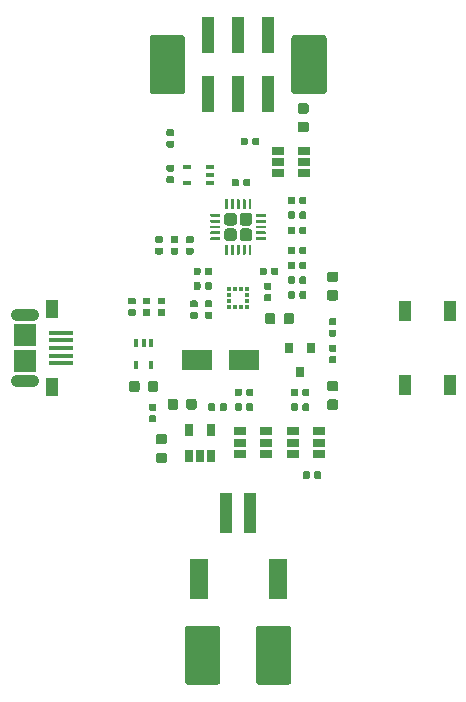
<source format=gbp>
G04 #@! TF.GenerationSoftware,KiCad,Pcbnew,(5.1.5-0-10_14)*
G04 #@! TF.CreationDate,2020-04-03T00:26:54-07:00*
G04 #@! TF.ProjectId,bike-light-board,62696b65-2d6c-4696-9768-742d626f6172,rev?*
G04 #@! TF.SameCoordinates,Original*
G04 #@! TF.FileFunction,Paste,Bot*
G04 #@! TF.FilePolarity,Positive*
%FSLAX46Y46*%
G04 Gerber Fmt 4.6, Leading zero omitted, Abs format (unit mm)*
G04 Created by KiCad (PCBNEW (5.1.5-0-10_14)) date 2020-04-03 00:26:54*
%MOMM*%
%LPD*%
G04 APERTURE LIST*
%ADD10C,0.100000*%
%ADD11R,1.000000X3.150000*%
%ADD12R,1.060000X0.650000*%
%ADD13R,0.400000X0.650000*%
%ADD14R,1.500000X3.400000*%
%ADD15R,1.000000X3.500000*%
%ADD16R,1.000000X1.700000*%
%ADD17R,2.500000X1.800000*%
%ADD18O,2.400000X1.100000*%
%ADD19R,1.900000X1.900000*%
%ADD20R,1.000000X1.500000*%
%ADD21R,2.100000X0.400000*%
%ADD22R,0.650000X1.060000*%
%ADD23R,0.800000X0.900000*%
%ADD24R,0.350000X0.375000*%
%ADD25R,0.375000X0.350000*%
%ADD26R,0.650000X0.400000*%
G04 APERTURE END LIST*
D10*
G36*
X155436957Y-86111218D02*
G01*
X155451275Y-86113342D01*
X155465316Y-86116859D01*
X155478945Y-86121736D01*
X155492030Y-86127925D01*
X155504446Y-86135366D01*
X155516072Y-86143989D01*
X155526797Y-86153710D01*
X155536518Y-86164435D01*
X155545141Y-86176061D01*
X155552582Y-86188477D01*
X155558771Y-86201562D01*
X155563648Y-86215191D01*
X155567165Y-86229232D01*
X155569289Y-86243550D01*
X155569999Y-86258008D01*
X155569999Y-86553008D01*
X155569289Y-86567466D01*
X155567165Y-86581784D01*
X155563648Y-86595825D01*
X155558771Y-86609454D01*
X155552582Y-86622539D01*
X155545141Y-86634955D01*
X155536518Y-86646581D01*
X155526797Y-86657306D01*
X155516072Y-86667027D01*
X155504446Y-86675650D01*
X155492030Y-86683091D01*
X155478945Y-86689280D01*
X155465316Y-86694157D01*
X155451275Y-86697674D01*
X155436957Y-86699798D01*
X155422499Y-86700508D01*
X155077499Y-86700508D01*
X155063041Y-86699798D01*
X155048723Y-86697674D01*
X155034682Y-86694157D01*
X155021053Y-86689280D01*
X155007968Y-86683091D01*
X154995552Y-86675650D01*
X154983926Y-86667027D01*
X154973201Y-86657306D01*
X154963480Y-86646581D01*
X154954857Y-86634955D01*
X154947416Y-86622539D01*
X154941227Y-86609454D01*
X154936350Y-86595825D01*
X154932833Y-86581784D01*
X154930709Y-86567466D01*
X154929999Y-86553008D01*
X154929999Y-86258008D01*
X154930709Y-86243550D01*
X154932833Y-86229232D01*
X154936350Y-86215191D01*
X154941227Y-86201562D01*
X154947416Y-86188477D01*
X154954857Y-86176061D01*
X154963480Y-86164435D01*
X154973201Y-86153710D01*
X154983926Y-86143989D01*
X154995552Y-86135366D01*
X155007968Y-86127925D01*
X155021053Y-86121736D01*
X155034682Y-86116859D01*
X155048723Y-86113342D01*
X155063041Y-86111218D01*
X155077499Y-86110508D01*
X155422499Y-86110508D01*
X155436957Y-86111218D01*
G37*
G36*
X155436957Y-85141218D02*
G01*
X155451275Y-85143342D01*
X155465316Y-85146859D01*
X155478945Y-85151736D01*
X155492030Y-85157925D01*
X155504446Y-85165366D01*
X155516072Y-85173989D01*
X155526797Y-85183710D01*
X155536518Y-85194435D01*
X155545141Y-85206061D01*
X155552582Y-85218477D01*
X155558771Y-85231562D01*
X155563648Y-85245191D01*
X155567165Y-85259232D01*
X155569289Y-85273550D01*
X155569999Y-85288008D01*
X155569999Y-85583008D01*
X155569289Y-85597466D01*
X155567165Y-85611784D01*
X155563648Y-85625825D01*
X155558771Y-85639454D01*
X155552582Y-85652539D01*
X155545141Y-85664955D01*
X155536518Y-85676581D01*
X155526797Y-85687306D01*
X155516072Y-85697027D01*
X155504446Y-85705650D01*
X155492030Y-85713091D01*
X155478945Y-85719280D01*
X155465316Y-85724157D01*
X155451275Y-85727674D01*
X155436957Y-85729798D01*
X155422499Y-85730508D01*
X155077499Y-85730508D01*
X155063041Y-85729798D01*
X155048723Y-85727674D01*
X155034682Y-85724157D01*
X155021053Y-85719280D01*
X155007968Y-85713091D01*
X154995552Y-85705650D01*
X154983926Y-85697027D01*
X154973201Y-85687306D01*
X154963480Y-85676581D01*
X154954857Y-85664955D01*
X154947416Y-85652539D01*
X154941227Y-85639454D01*
X154936350Y-85625825D01*
X154932833Y-85611784D01*
X154930709Y-85597466D01*
X154929999Y-85583008D01*
X154929999Y-85288008D01*
X154930709Y-85273550D01*
X154932833Y-85259232D01*
X154936350Y-85245191D01*
X154941227Y-85231562D01*
X154947416Y-85218477D01*
X154954857Y-85206061D01*
X154963480Y-85194435D01*
X154973201Y-85183710D01*
X154983926Y-85173989D01*
X154995552Y-85165366D01*
X155007968Y-85157925D01*
X155021053Y-85151736D01*
X155034682Y-85146859D01*
X155048723Y-85143342D01*
X155063041Y-85141218D01*
X155077499Y-85140508D01*
X155422499Y-85140508D01*
X155436957Y-85141218D01*
G37*
D11*
X163539999Y-82195508D03*
X163539999Y-77145508D03*
X160999999Y-82195508D03*
X160999999Y-77145508D03*
X158459999Y-82195508D03*
X158459999Y-77145508D03*
D10*
G36*
X160068625Y-94920809D02*
G01*
X160074692Y-94921709D01*
X160080642Y-94923199D01*
X160086417Y-94925266D01*
X160091961Y-94927888D01*
X160097222Y-94931041D01*
X160102149Y-94934695D01*
X160106693Y-94938814D01*
X160110812Y-94943358D01*
X160114466Y-94948285D01*
X160117619Y-94953546D01*
X160120241Y-94959090D01*
X160122308Y-94964865D01*
X160123798Y-94970815D01*
X160124698Y-94976882D01*
X160124999Y-94983008D01*
X160124999Y-95708008D01*
X160124698Y-95714134D01*
X160123798Y-95720201D01*
X160122308Y-95726151D01*
X160120241Y-95731926D01*
X160117619Y-95737470D01*
X160114466Y-95742731D01*
X160110812Y-95747658D01*
X160106693Y-95752202D01*
X160102149Y-95756321D01*
X160097222Y-95759975D01*
X160091961Y-95763128D01*
X160086417Y-95765750D01*
X160080642Y-95767817D01*
X160074692Y-95769307D01*
X160068625Y-95770207D01*
X160062499Y-95770508D01*
X159937499Y-95770508D01*
X159931373Y-95770207D01*
X159925306Y-95769307D01*
X159919356Y-95767817D01*
X159913581Y-95765750D01*
X159908037Y-95763128D01*
X159902776Y-95759975D01*
X159897849Y-95756321D01*
X159893305Y-95752202D01*
X159889186Y-95747658D01*
X159885532Y-95742731D01*
X159882379Y-95737470D01*
X159879757Y-95731926D01*
X159877690Y-95726151D01*
X159876200Y-95720201D01*
X159875300Y-95714134D01*
X159874999Y-95708008D01*
X159874999Y-94983008D01*
X159875300Y-94976882D01*
X159876200Y-94970815D01*
X159877690Y-94964865D01*
X159879757Y-94959090D01*
X159882379Y-94953546D01*
X159885532Y-94948285D01*
X159889186Y-94943358D01*
X159893305Y-94938814D01*
X159897849Y-94934695D01*
X159902776Y-94931041D01*
X159908037Y-94927888D01*
X159913581Y-94925266D01*
X159919356Y-94923199D01*
X159925306Y-94921709D01*
X159931373Y-94920809D01*
X159937499Y-94920508D01*
X160062499Y-94920508D01*
X160068625Y-94920809D01*
G37*
G36*
X160568625Y-94920809D02*
G01*
X160574692Y-94921709D01*
X160580642Y-94923199D01*
X160586417Y-94925266D01*
X160591961Y-94927888D01*
X160597222Y-94931041D01*
X160602149Y-94934695D01*
X160606693Y-94938814D01*
X160610812Y-94943358D01*
X160614466Y-94948285D01*
X160617619Y-94953546D01*
X160620241Y-94959090D01*
X160622308Y-94964865D01*
X160623798Y-94970815D01*
X160624698Y-94976882D01*
X160624999Y-94983008D01*
X160624999Y-95708008D01*
X160624698Y-95714134D01*
X160623798Y-95720201D01*
X160622308Y-95726151D01*
X160620241Y-95731926D01*
X160617619Y-95737470D01*
X160614466Y-95742731D01*
X160610812Y-95747658D01*
X160606693Y-95752202D01*
X160602149Y-95756321D01*
X160597222Y-95759975D01*
X160591961Y-95763128D01*
X160586417Y-95765750D01*
X160580642Y-95767817D01*
X160574692Y-95769307D01*
X160568625Y-95770207D01*
X160562499Y-95770508D01*
X160437499Y-95770508D01*
X160431373Y-95770207D01*
X160425306Y-95769307D01*
X160419356Y-95767817D01*
X160413581Y-95765750D01*
X160408037Y-95763128D01*
X160402776Y-95759975D01*
X160397849Y-95756321D01*
X160393305Y-95752202D01*
X160389186Y-95747658D01*
X160385532Y-95742731D01*
X160382379Y-95737470D01*
X160379757Y-95731926D01*
X160377690Y-95726151D01*
X160376200Y-95720201D01*
X160375300Y-95714134D01*
X160374999Y-95708008D01*
X160374999Y-94983008D01*
X160375300Y-94976882D01*
X160376200Y-94970815D01*
X160377690Y-94964865D01*
X160379757Y-94959090D01*
X160382379Y-94953546D01*
X160385532Y-94948285D01*
X160389186Y-94943358D01*
X160393305Y-94938814D01*
X160397849Y-94934695D01*
X160402776Y-94931041D01*
X160408037Y-94927888D01*
X160413581Y-94925266D01*
X160419356Y-94923199D01*
X160425306Y-94921709D01*
X160431373Y-94920809D01*
X160437499Y-94920508D01*
X160562499Y-94920508D01*
X160568625Y-94920809D01*
G37*
G36*
X161068625Y-94920809D02*
G01*
X161074692Y-94921709D01*
X161080642Y-94923199D01*
X161086417Y-94925266D01*
X161091961Y-94927888D01*
X161097222Y-94931041D01*
X161102149Y-94934695D01*
X161106693Y-94938814D01*
X161110812Y-94943358D01*
X161114466Y-94948285D01*
X161117619Y-94953546D01*
X161120241Y-94959090D01*
X161122308Y-94964865D01*
X161123798Y-94970815D01*
X161124698Y-94976882D01*
X161124999Y-94983008D01*
X161124999Y-95708008D01*
X161124698Y-95714134D01*
X161123798Y-95720201D01*
X161122308Y-95726151D01*
X161120241Y-95731926D01*
X161117619Y-95737470D01*
X161114466Y-95742731D01*
X161110812Y-95747658D01*
X161106693Y-95752202D01*
X161102149Y-95756321D01*
X161097222Y-95759975D01*
X161091961Y-95763128D01*
X161086417Y-95765750D01*
X161080642Y-95767817D01*
X161074692Y-95769307D01*
X161068625Y-95770207D01*
X161062499Y-95770508D01*
X160937499Y-95770508D01*
X160931373Y-95770207D01*
X160925306Y-95769307D01*
X160919356Y-95767817D01*
X160913581Y-95765750D01*
X160908037Y-95763128D01*
X160902776Y-95759975D01*
X160897849Y-95756321D01*
X160893305Y-95752202D01*
X160889186Y-95747658D01*
X160885532Y-95742731D01*
X160882379Y-95737470D01*
X160879757Y-95731926D01*
X160877690Y-95726151D01*
X160876200Y-95720201D01*
X160875300Y-95714134D01*
X160874999Y-95708008D01*
X160874999Y-94983008D01*
X160875300Y-94976882D01*
X160876200Y-94970815D01*
X160877690Y-94964865D01*
X160879757Y-94959090D01*
X160882379Y-94953546D01*
X160885532Y-94948285D01*
X160889186Y-94943358D01*
X160893305Y-94938814D01*
X160897849Y-94934695D01*
X160902776Y-94931041D01*
X160908037Y-94927888D01*
X160913581Y-94925266D01*
X160919356Y-94923199D01*
X160925306Y-94921709D01*
X160931373Y-94920809D01*
X160937499Y-94920508D01*
X161062499Y-94920508D01*
X161068625Y-94920809D01*
G37*
G36*
X161568625Y-94920809D02*
G01*
X161574692Y-94921709D01*
X161580642Y-94923199D01*
X161586417Y-94925266D01*
X161591961Y-94927888D01*
X161597222Y-94931041D01*
X161602149Y-94934695D01*
X161606693Y-94938814D01*
X161610812Y-94943358D01*
X161614466Y-94948285D01*
X161617619Y-94953546D01*
X161620241Y-94959090D01*
X161622308Y-94964865D01*
X161623798Y-94970815D01*
X161624698Y-94976882D01*
X161624999Y-94983008D01*
X161624999Y-95708008D01*
X161624698Y-95714134D01*
X161623798Y-95720201D01*
X161622308Y-95726151D01*
X161620241Y-95731926D01*
X161617619Y-95737470D01*
X161614466Y-95742731D01*
X161610812Y-95747658D01*
X161606693Y-95752202D01*
X161602149Y-95756321D01*
X161597222Y-95759975D01*
X161591961Y-95763128D01*
X161586417Y-95765750D01*
X161580642Y-95767817D01*
X161574692Y-95769307D01*
X161568625Y-95770207D01*
X161562499Y-95770508D01*
X161437499Y-95770508D01*
X161431373Y-95770207D01*
X161425306Y-95769307D01*
X161419356Y-95767817D01*
X161413581Y-95765750D01*
X161408037Y-95763128D01*
X161402776Y-95759975D01*
X161397849Y-95756321D01*
X161393305Y-95752202D01*
X161389186Y-95747658D01*
X161385532Y-95742731D01*
X161382379Y-95737470D01*
X161379757Y-95731926D01*
X161377690Y-95726151D01*
X161376200Y-95720201D01*
X161375300Y-95714134D01*
X161374999Y-95708008D01*
X161374999Y-94983008D01*
X161375300Y-94976882D01*
X161376200Y-94970815D01*
X161377690Y-94964865D01*
X161379757Y-94959090D01*
X161382379Y-94953546D01*
X161385532Y-94948285D01*
X161389186Y-94943358D01*
X161393305Y-94938814D01*
X161397849Y-94934695D01*
X161402776Y-94931041D01*
X161408037Y-94927888D01*
X161413581Y-94925266D01*
X161419356Y-94923199D01*
X161425306Y-94921709D01*
X161431373Y-94920809D01*
X161437499Y-94920508D01*
X161562499Y-94920508D01*
X161568625Y-94920809D01*
G37*
G36*
X162068625Y-94920809D02*
G01*
X162074692Y-94921709D01*
X162080642Y-94923199D01*
X162086417Y-94925266D01*
X162091961Y-94927888D01*
X162097222Y-94931041D01*
X162102149Y-94934695D01*
X162106693Y-94938814D01*
X162110812Y-94943358D01*
X162114466Y-94948285D01*
X162117619Y-94953546D01*
X162120241Y-94959090D01*
X162122308Y-94964865D01*
X162123798Y-94970815D01*
X162124698Y-94976882D01*
X162124999Y-94983008D01*
X162124999Y-95708008D01*
X162124698Y-95714134D01*
X162123798Y-95720201D01*
X162122308Y-95726151D01*
X162120241Y-95731926D01*
X162117619Y-95737470D01*
X162114466Y-95742731D01*
X162110812Y-95747658D01*
X162106693Y-95752202D01*
X162102149Y-95756321D01*
X162097222Y-95759975D01*
X162091961Y-95763128D01*
X162086417Y-95765750D01*
X162080642Y-95767817D01*
X162074692Y-95769307D01*
X162068625Y-95770207D01*
X162062499Y-95770508D01*
X161937499Y-95770508D01*
X161931373Y-95770207D01*
X161925306Y-95769307D01*
X161919356Y-95767817D01*
X161913581Y-95765750D01*
X161908037Y-95763128D01*
X161902776Y-95759975D01*
X161897849Y-95756321D01*
X161893305Y-95752202D01*
X161889186Y-95747658D01*
X161885532Y-95742731D01*
X161882379Y-95737470D01*
X161879757Y-95731926D01*
X161877690Y-95726151D01*
X161876200Y-95720201D01*
X161875300Y-95714134D01*
X161874999Y-95708008D01*
X161874999Y-94983008D01*
X161875300Y-94976882D01*
X161876200Y-94970815D01*
X161877690Y-94964865D01*
X161879757Y-94959090D01*
X161882379Y-94953546D01*
X161885532Y-94948285D01*
X161889186Y-94943358D01*
X161893305Y-94938814D01*
X161897849Y-94934695D01*
X161902776Y-94931041D01*
X161908037Y-94927888D01*
X161913581Y-94925266D01*
X161919356Y-94923199D01*
X161925306Y-94921709D01*
X161931373Y-94920809D01*
X161937499Y-94920508D01*
X162062499Y-94920508D01*
X162068625Y-94920809D01*
G37*
G36*
X163293625Y-94295809D02*
G01*
X163299692Y-94296709D01*
X163305642Y-94298199D01*
X163311417Y-94300266D01*
X163316961Y-94302888D01*
X163322222Y-94306041D01*
X163327149Y-94309695D01*
X163331693Y-94313814D01*
X163335812Y-94318358D01*
X163339466Y-94323285D01*
X163342619Y-94328546D01*
X163345241Y-94334090D01*
X163347308Y-94339865D01*
X163348798Y-94345815D01*
X163349698Y-94351882D01*
X163349999Y-94358008D01*
X163349999Y-94483008D01*
X163349698Y-94489134D01*
X163348798Y-94495201D01*
X163347308Y-94501151D01*
X163345241Y-94506926D01*
X163342619Y-94512470D01*
X163339466Y-94517731D01*
X163335812Y-94522658D01*
X163331693Y-94527202D01*
X163327149Y-94531321D01*
X163322222Y-94534975D01*
X163316961Y-94538128D01*
X163311417Y-94540750D01*
X163305642Y-94542817D01*
X163299692Y-94544307D01*
X163293625Y-94545207D01*
X163287499Y-94545508D01*
X162562499Y-94545508D01*
X162556373Y-94545207D01*
X162550306Y-94544307D01*
X162544356Y-94542817D01*
X162538581Y-94540750D01*
X162533037Y-94538128D01*
X162527776Y-94534975D01*
X162522849Y-94531321D01*
X162518305Y-94527202D01*
X162514186Y-94522658D01*
X162510532Y-94517731D01*
X162507379Y-94512470D01*
X162504757Y-94506926D01*
X162502690Y-94501151D01*
X162501200Y-94495201D01*
X162500300Y-94489134D01*
X162499999Y-94483008D01*
X162499999Y-94358008D01*
X162500300Y-94351882D01*
X162501200Y-94345815D01*
X162502690Y-94339865D01*
X162504757Y-94334090D01*
X162507379Y-94328546D01*
X162510532Y-94323285D01*
X162514186Y-94318358D01*
X162518305Y-94313814D01*
X162522849Y-94309695D01*
X162527776Y-94306041D01*
X162533037Y-94302888D01*
X162538581Y-94300266D01*
X162544356Y-94298199D01*
X162550306Y-94296709D01*
X162556373Y-94295809D01*
X162562499Y-94295508D01*
X163287499Y-94295508D01*
X163293625Y-94295809D01*
G37*
G36*
X163293625Y-93795809D02*
G01*
X163299692Y-93796709D01*
X163305642Y-93798199D01*
X163311417Y-93800266D01*
X163316961Y-93802888D01*
X163322222Y-93806041D01*
X163327149Y-93809695D01*
X163331693Y-93813814D01*
X163335812Y-93818358D01*
X163339466Y-93823285D01*
X163342619Y-93828546D01*
X163345241Y-93834090D01*
X163347308Y-93839865D01*
X163348798Y-93845815D01*
X163349698Y-93851882D01*
X163349999Y-93858008D01*
X163349999Y-93983008D01*
X163349698Y-93989134D01*
X163348798Y-93995201D01*
X163347308Y-94001151D01*
X163345241Y-94006926D01*
X163342619Y-94012470D01*
X163339466Y-94017731D01*
X163335812Y-94022658D01*
X163331693Y-94027202D01*
X163327149Y-94031321D01*
X163322222Y-94034975D01*
X163316961Y-94038128D01*
X163311417Y-94040750D01*
X163305642Y-94042817D01*
X163299692Y-94044307D01*
X163293625Y-94045207D01*
X163287499Y-94045508D01*
X162562499Y-94045508D01*
X162556373Y-94045207D01*
X162550306Y-94044307D01*
X162544356Y-94042817D01*
X162538581Y-94040750D01*
X162533037Y-94038128D01*
X162527776Y-94034975D01*
X162522849Y-94031321D01*
X162518305Y-94027202D01*
X162514186Y-94022658D01*
X162510532Y-94017731D01*
X162507379Y-94012470D01*
X162504757Y-94006926D01*
X162502690Y-94001151D01*
X162501200Y-93995201D01*
X162500300Y-93989134D01*
X162499999Y-93983008D01*
X162499999Y-93858008D01*
X162500300Y-93851882D01*
X162501200Y-93845815D01*
X162502690Y-93839865D01*
X162504757Y-93834090D01*
X162507379Y-93828546D01*
X162510532Y-93823285D01*
X162514186Y-93818358D01*
X162518305Y-93813814D01*
X162522849Y-93809695D01*
X162527776Y-93806041D01*
X162533037Y-93802888D01*
X162538581Y-93800266D01*
X162544356Y-93798199D01*
X162550306Y-93796709D01*
X162556373Y-93795809D01*
X162562499Y-93795508D01*
X163287499Y-93795508D01*
X163293625Y-93795809D01*
G37*
G36*
X163293625Y-93295809D02*
G01*
X163299692Y-93296709D01*
X163305642Y-93298199D01*
X163311417Y-93300266D01*
X163316961Y-93302888D01*
X163322222Y-93306041D01*
X163327149Y-93309695D01*
X163331693Y-93313814D01*
X163335812Y-93318358D01*
X163339466Y-93323285D01*
X163342619Y-93328546D01*
X163345241Y-93334090D01*
X163347308Y-93339865D01*
X163348798Y-93345815D01*
X163349698Y-93351882D01*
X163349999Y-93358008D01*
X163349999Y-93483008D01*
X163349698Y-93489134D01*
X163348798Y-93495201D01*
X163347308Y-93501151D01*
X163345241Y-93506926D01*
X163342619Y-93512470D01*
X163339466Y-93517731D01*
X163335812Y-93522658D01*
X163331693Y-93527202D01*
X163327149Y-93531321D01*
X163322222Y-93534975D01*
X163316961Y-93538128D01*
X163311417Y-93540750D01*
X163305642Y-93542817D01*
X163299692Y-93544307D01*
X163293625Y-93545207D01*
X163287499Y-93545508D01*
X162562499Y-93545508D01*
X162556373Y-93545207D01*
X162550306Y-93544307D01*
X162544356Y-93542817D01*
X162538581Y-93540750D01*
X162533037Y-93538128D01*
X162527776Y-93534975D01*
X162522849Y-93531321D01*
X162518305Y-93527202D01*
X162514186Y-93522658D01*
X162510532Y-93517731D01*
X162507379Y-93512470D01*
X162504757Y-93506926D01*
X162502690Y-93501151D01*
X162501200Y-93495201D01*
X162500300Y-93489134D01*
X162499999Y-93483008D01*
X162499999Y-93358008D01*
X162500300Y-93351882D01*
X162501200Y-93345815D01*
X162502690Y-93339865D01*
X162504757Y-93334090D01*
X162507379Y-93328546D01*
X162510532Y-93323285D01*
X162514186Y-93318358D01*
X162518305Y-93313814D01*
X162522849Y-93309695D01*
X162527776Y-93306041D01*
X162533037Y-93302888D01*
X162538581Y-93300266D01*
X162544356Y-93298199D01*
X162550306Y-93296709D01*
X162556373Y-93295809D01*
X162562499Y-93295508D01*
X163287499Y-93295508D01*
X163293625Y-93295809D01*
G37*
G36*
X163293625Y-92795809D02*
G01*
X163299692Y-92796709D01*
X163305642Y-92798199D01*
X163311417Y-92800266D01*
X163316961Y-92802888D01*
X163322222Y-92806041D01*
X163327149Y-92809695D01*
X163331693Y-92813814D01*
X163335812Y-92818358D01*
X163339466Y-92823285D01*
X163342619Y-92828546D01*
X163345241Y-92834090D01*
X163347308Y-92839865D01*
X163348798Y-92845815D01*
X163349698Y-92851882D01*
X163349999Y-92858008D01*
X163349999Y-92983008D01*
X163349698Y-92989134D01*
X163348798Y-92995201D01*
X163347308Y-93001151D01*
X163345241Y-93006926D01*
X163342619Y-93012470D01*
X163339466Y-93017731D01*
X163335812Y-93022658D01*
X163331693Y-93027202D01*
X163327149Y-93031321D01*
X163322222Y-93034975D01*
X163316961Y-93038128D01*
X163311417Y-93040750D01*
X163305642Y-93042817D01*
X163299692Y-93044307D01*
X163293625Y-93045207D01*
X163287499Y-93045508D01*
X162562499Y-93045508D01*
X162556373Y-93045207D01*
X162550306Y-93044307D01*
X162544356Y-93042817D01*
X162538581Y-93040750D01*
X162533037Y-93038128D01*
X162527776Y-93034975D01*
X162522849Y-93031321D01*
X162518305Y-93027202D01*
X162514186Y-93022658D01*
X162510532Y-93017731D01*
X162507379Y-93012470D01*
X162504757Y-93006926D01*
X162502690Y-93001151D01*
X162501200Y-92995201D01*
X162500300Y-92989134D01*
X162499999Y-92983008D01*
X162499999Y-92858008D01*
X162500300Y-92851882D01*
X162501200Y-92845815D01*
X162502690Y-92839865D01*
X162504757Y-92834090D01*
X162507379Y-92828546D01*
X162510532Y-92823285D01*
X162514186Y-92818358D01*
X162518305Y-92813814D01*
X162522849Y-92809695D01*
X162527776Y-92806041D01*
X162533037Y-92802888D01*
X162538581Y-92800266D01*
X162544356Y-92798199D01*
X162550306Y-92796709D01*
X162556373Y-92795809D01*
X162562499Y-92795508D01*
X163287499Y-92795508D01*
X163293625Y-92795809D01*
G37*
G36*
X163293625Y-92295809D02*
G01*
X163299692Y-92296709D01*
X163305642Y-92298199D01*
X163311417Y-92300266D01*
X163316961Y-92302888D01*
X163322222Y-92306041D01*
X163327149Y-92309695D01*
X163331693Y-92313814D01*
X163335812Y-92318358D01*
X163339466Y-92323285D01*
X163342619Y-92328546D01*
X163345241Y-92334090D01*
X163347308Y-92339865D01*
X163348798Y-92345815D01*
X163349698Y-92351882D01*
X163349999Y-92358008D01*
X163349999Y-92483008D01*
X163349698Y-92489134D01*
X163348798Y-92495201D01*
X163347308Y-92501151D01*
X163345241Y-92506926D01*
X163342619Y-92512470D01*
X163339466Y-92517731D01*
X163335812Y-92522658D01*
X163331693Y-92527202D01*
X163327149Y-92531321D01*
X163322222Y-92534975D01*
X163316961Y-92538128D01*
X163311417Y-92540750D01*
X163305642Y-92542817D01*
X163299692Y-92544307D01*
X163293625Y-92545207D01*
X163287499Y-92545508D01*
X162562499Y-92545508D01*
X162556373Y-92545207D01*
X162550306Y-92544307D01*
X162544356Y-92542817D01*
X162538581Y-92540750D01*
X162533037Y-92538128D01*
X162527776Y-92534975D01*
X162522849Y-92531321D01*
X162518305Y-92527202D01*
X162514186Y-92522658D01*
X162510532Y-92517731D01*
X162507379Y-92512470D01*
X162504757Y-92506926D01*
X162502690Y-92501151D01*
X162501200Y-92495201D01*
X162500300Y-92489134D01*
X162499999Y-92483008D01*
X162499999Y-92358008D01*
X162500300Y-92351882D01*
X162501200Y-92345815D01*
X162502690Y-92339865D01*
X162504757Y-92334090D01*
X162507379Y-92328546D01*
X162510532Y-92323285D01*
X162514186Y-92318358D01*
X162518305Y-92313814D01*
X162522849Y-92309695D01*
X162527776Y-92306041D01*
X162533037Y-92302888D01*
X162538581Y-92300266D01*
X162544356Y-92298199D01*
X162550306Y-92296709D01*
X162556373Y-92295809D01*
X162562499Y-92295508D01*
X163287499Y-92295508D01*
X163293625Y-92295809D01*
G37*
G36*
X162068625Y-91070809D02*
G01*
X162074692Y-91071709D01*
X162080642Y-91073199D01*
X162086417Y-91075266D01*
X162091961Y-91077888D01*
X162097222Y-91081041D01*
X162102149Y-91084695D01*
X162106693Y-91088814D01*
X162110812Y-91093358D01*
X162114466Y-91098285D01*
X162117619Y-91103546D01*
X162120241Y-91109090D01*
X162122308Y-91114865D01*
X162123798Y-91120815D01*
X162124698Y-91126882D01*
X162124999Y-91133008D01*
X162124999Y-91858008D01*
X162124698Y-91864134D01*
X162123798Y-91870201D01*
X162122308Y-91876151D01*
X162120241Y-91881926D01*
X162117619Y-91887470D01*
X162114466Y-91892731D01*
X162110812Y-91897658D01*
X162106693Y-91902202D01*
X162102149Y-91906321D01*
X162097222Y-91909975D01*
X162091961Y-91913128D01*
X162086417Y-91915750D01*
X162080642Y-91917817D01*
X162074692Y-91919307D01*
X162068625Y-91920207D01*
X162062499Y-91920508D01*
X161937499Y-91920508D01*
X161931373Y-91920207D01*
X161925306Y-91919307D01*
X161919356Y-91917817D01*
X161913581Y-91915750D01*
X161908037Y-91913128D01*
X161902776Y-91909975D01*
X161897849Y-91906321D01*
X161893305Y-91902202D01*
X161889186Y-91897658D01*
X161885532Y-91892731D01*
X161882379Y-91887470D01*
X161879757Y-91881926D01*
X161877690Y-91876151D01*
X161876200Y-91870201D01*
X161875300Y-91864134D01*
X161874999Y-91858008D01*
X161874999Y-91133008D01*
X161875300Y-91126882D01*
X161876200Y-91120815D01*
X161877690Y-91114865D01*
X161879757Y-91109090D01*
X161882379Y-91103546D01*
X161885532Y-91098285D01*
X161889186Y-91093358D01*
X161893305Y-91088814D01*
X161897849Y-91084695D01*
X161902776Y-91081041D01*
X161908037Y-91077888D01*
X161913581Y-91075266D01*
X161919356Y-91073199D01*
X161925306Y-91071709D01*
X161931373Y-91070809D01*
X161937499Y-91070508D01*
X162062499Y-91070508D01*
X162068625Y-91070809D01*
G37*
G36*
X161568625Y-91070809D02*
G01*
X161574692Y-91071709D01*
X161580642Y-91073199D01*
X161586417Y-91075266D01*
X161591961Y-91077888D01*
X161597222Y-91081041D01*
X161602149Y-91084695D01*
X161606693Y-91088814D01*
X161610812Y-91093358D01*
X161614466Y-91098285D01*
X161617619Y-91103546D01*
X161620241Y-91109090D01*
X161622308Y-91114865D01*
X161623798Y-91120815D01*
X161624698Y-91126882D01*
X161624999Y-91133008D01*
X161624999Y-91858008D01*
X161624698Y-91864134D01*
X161623798Y-91870201D01*
X161622308Y-91876151D01*
X161620241Y-91881926D01*
X161617619Y-91887470D01*
X161614466Y-91892731D01*
X161610812Y-91897658D01*
X161606693Y-91902202D01*
X161602149Y-91906321D01*
X161597222Y-91909975D01*
X161591961Y-91913128D01*
X161586417Y-91915750D01*
X161580642Y-91917817D01*
X161574692Y-91919307D01*
X161568625Y-91920207D01*
X161562499Y-91920508D01*
X161437499Y-91920508D01*
X161431373Y-91920207D01*
X161425306Y-91919307D01*
X161419356Y-91917817D01*
X161413581Y-91915750D01*
X161408037Y-91913128D01*
X161402776Y-91909975D01*
X161397849Y-91906321D01*
X161393305Y-91902202D01*
X161389186Y-91897658D01*
X161385532Y-91892731D01*
X161382379Y-91887470D01*
X161379757Y-91881926D01*
X161377690Y-91876151D01*
X161376200Y-91870201D01*
X161375300Y-91864134D01*
X161374999Y-91858008D01*
X161374999Y-91133008D01*
X161375300Y-91126882D01*
X161376200Y-91120815D01*
X161377690Y-91114865D01*
X161379757Y-91109090D01*
X161382379Y-91103546D01*
X161385532Y-91098285D01*
X161389186Y-91093358D01*
X161393305Y-91088814D01*
X161397849Y-91084695D01*
X161402776Y-91081041D01*
X161408037Y-91077888D01*
X161413581Y-91075266D01*
X161419356Y-91073199D01*
X161425306Y-91071709D01*
X161431373Y-91070809D01*
X161437499Y-91070508D01*
X161562499Y-91070508D01*
X161568625Y-91070809D01*
G37*
G36*
X161068625Y-91070809D02*
G01*
X161074692Y-91071709D01*
X161080642Y-91073199D01*
X161086417Y-91075266D01*
X161091961Y-91077888D01*
X161097222Y-91081041D01*
X161102149Y-91084695D01*
X161106693Y-91088814D01*
X161110812Y-91093358D01*
X161114466Y-91098285D01*
X161117619Y-91103546D01*
X161120241Y-91109090D01*
X161122308Y-91114865D01*
X161123798Y-91120815D01*
X161124698Y-91126882D01*
X161124999Y-91133008D01*
X161124999Y-91858008D01*
X161124698Y-91864134D01*
X161123798Y-91870201D01*
X161122308Y-91876151D01*
X161120241Y-91881926D01*
X161117619Y-91887470D01*
X161114466Y-91892731D01*
X161110812Y-91897658D01*
X161106693Y-91902202D01*
X161102149Y-91906321D01*
X161097222Y-91909975D01*
X161091961Y-91913128D01*
X161086417Y-91915750D01*
X161080642Y-91917817D01*
X161074692Y-91919307D01*
X161068625Y-91920207D01*
X161062499Y-91920508D01*
X160937499Y-91920508D01*
X160931373Y-91920207D01*
X160925306Y-91919307D01*
X160919356Y-91917817D01*
X160913581Y-91915750D01*
X160908037Y-91913128D01*
X160902776Y-91909975D01*
X160897849Y-91906321D01*
X160893305Y-91902202D01*
X160889186Y-91897658D01*
X160885532Y-91892731D01*
X160882379Y-91887470D01*
X160879757Y-91881926D01*
X160877690Y-91876151D01*
X160876200Y-91870201D01*
X160875300Y-91864134D01*
X160874999Y-91858008D01*
X160874999Y-91133008D01*
X160875300Y-91126882D01*
X160876200Y-91120815D01*
X160877690Y-91114865D01*
X160879757Y-91109090D01*
X160882379Y-91103546D01*
X160885532Y-91098285D01*
X160889186Y-91093358D01*
X160893305Y-91088814D01*
X160897849Y-91084695D01*
X160902776Y-91081041D01*
X160908037Y-91077888D01*
X160913581Y-91075266D01*
X160919356Y-91073199D01*
X160925306Y-91071709D01*
X160931373Y-91070809D01*
X160937499Y-91070508D01*
X161062499Y-91070508D01*
X161068625Y-91070809D01*
G37*
G36*
X160568625Y-91070809D02*
G01*
X160574692Y-91071709D01*
X160580642Y-91073199D01*
X160586417Y-91075266D01*
X160591961Y-91077888D01*
X160597222Y-91081041D01*
X160602149Y-91084695D01*
X160606693Y-91088814D01*
X160610812Y-91093358D01*
X160614466Y-91098285D01*
X160617619Y-91103546D01*
X160620241Y-91109090D01*
X160622308Y-91114865D01*
X160623798Y-91120815D01*
X160624698Y-91126882D01*
X160624999Y-91133008D01*
X160624999Y-91858008D01*
X160624698Y-91864134D01*
X160623798Y-91870201D01*
X160622308Y-91876151D01*
X160620241Y-91881926D01*
X160617619Y-91887470D01*
X160614466Y-91892731D01*
X160610812Y-91897658D01*
X160606693Y-91902202D01*
X160602149Y-91906321D01*
X160597222Y-91909975D01*
X160591961Y-91913128D01*
X160586417Y-91915750D01*
X160580642Y-91917817D01*
X160574692Y-91919307D01*
X160568625Y-91920207D01*
X160562499Y-91920508D01*
X160437499Y-91920508D01*
X160431373Y-91920207D01*
X160425306Y-91919307D01*
X160419356Y-91917817D01*
X160413581Y-91915750D01*
X160408037Y-91913128D01*
X160402776Y-91909975D01*
X160397849Y-91906321D01*
X160393305Y-91902202D01*
X160389186Y-91897658D01*
X160385532Y-91892731D01*
X160382379Y-91887470D01*
X160379757Y-91881926D01*
X160377690Y-91876151D01*
X160376200Y-91870201D01*
X160375300Y-91864134D01*
X160374999Y-91858008D01*
X160374999Y-91133008D01*
X160375300Y-91126882D01*
X160376200Y-91120815D01*
X160377690Y-91114865D01*
X160379757Y-91109090D01*
X160382379Y-91103546D01*
X160385532Y-91098285D01*
X160389186Y-91093358D01*
X160393305Y-91088814D01*
X160397849Y-91084695D01*
X160402776Y-91081041D01*
X160408037Y-91077888D01*
X160413581Y-91075266D01*
X160419356Y-91073199D01*
X160425306Y-91071709D01*
X160431373Y-91070809D01*
X160437499Y-91070508D01*
X160562499Y-91070508D01*
X160568625Y-91070809D01*
G37*
G36*
X160068625Y-91070809D02*
G01*
X160074692Y-91071709D01*
X160080642Y-91073199D01*
X160086417Y-91075266D01*
X160091961Y-91077888D01*
X160097222Y-91081041D01*
X160102149Y-91084695D01*
X160106693Y-91088814D01*
X160110812Y-91093358D01*
X160114466Y-91098285D01*
X160117619Y-91103546D01*
X160120241Y-91109090D01*
X160122308Y-91114865D01*
X160123798Y-91120815D01*
X160124698Y-91126882D01*
X160124999Y-91133008D01*
X160124999Y-91858008D01*
X160124698Y-91864134D01*
X160123798Y-91870201D01*
X160122308Y-91876151D01*
X160120241Y-91881926D01*
X160117619Y-91887470D01*
X160114466Y-91892731D01*
X160110812Y-91897658D01*
X160106693Y-91902202D01*
X160102149Y-91906321D01*
X160097222Y-91909975D01*
X160091961Y-91913128D01*
X160086417Y-91915750D01*
X160080642Y-91917817D01*
X160074692Y-91919307D01*
X160068625Y-91920207D01*
X160062499Y-91920508D01*
X159937499Y-91920508D01*
X159931373Y-91920207D01*
X159925306Y-91919307D01*
X159919356Y-91917817D01*
X159913581Y-91915750D01*
X159908037Y-91913128D01*
X159902776Y-91909975D01*
X159897849Y-91906321D01*
X159893305Y-91902202D01*
X159889186Y-91897658D01*
X159885532Y-91892731D01*
X159882379Y-91887470D01*
X159879757Y-91881926D01*
X159877690Y-91876151D01*
X159876200Y-91870201D01*
X159875300Y-91864134D01*
X159874999Y-91858008D01*
X159874999Y-91133008D01*
X159875300Y-91126882D01*
X159876200Y-91120815D01*
X159877690Y-91114865D01*
X159879757Y-91109090D01*
X159882379Y-91103546D01*
X159885532Y-91098285D01*
X159889186Y-91093358D01*
X159893305Y-91088814D01*
X159897849Y-91084695D01*
X159902776Y-91081041D01*
X159908037Y-91077888D01*
X159913581Y-91075266D01*
X159919356Y-91073199D01*
X159925306Y-91071709D01*
X159931373Y-91070809D01*
X159937499Y-91070508D01*
X160062499Y-91070508D01*
X160068625Y-91070809D01*
G37*
G36*
X159443625Y-92295809D02*
G01*
X159449692Y-92296709D01*
X159455642Y-92298199D01*
X159461417Y-92300266D01*
X159466961Y-92302888D01*
X159472222Y-92306041D01*
X159477149Y-92309695D01*
X159481693Y-92313814D01*
X159485812Y-92318358D01*
X159489466Y-92323285D01*
X159492619Y-92328546D01*
X159495241Y-92334090D01*
X159497308Y-92339865D01*
X159498798Y-92345815D01*
X159499698Y-92351882D01*
X159499999Y-92358008D01*
X159499999Y-92483008D01*
X159499698Y-92489134D01*
X159498798Y-92495201D01*
X159497308Y-92501151D01*
X159495241Y-92506926D01*
X159492619Y-92512470D01*
X159489466Y-92517731D01*
X159485812Y-92522658D01*
X159481693Y-92527202D01*
X159477149Y-92531321D01*
X159472222Y-92534975D01*
X159466961Y-92538128D01*
X159461417Y-92540750D01*
X159455642Y-92542817D01*
X159449692Y-92544307D01*
X159443625Y-92545207D01*
X159437499Y-92545508D01*
X158712499Y-92545508D01*
X158706373Y-92545207D01*
X158700306Y-92544307D01*
X158694356Y-92542817D01*
X158688581Y-92540750D01*
X158683037Y-92538128D01*
X158677776Y-92534975D01*
X158672849Y-92531321D01*
X158668305Y-92527202D01*
X158664186Y-92522658D01*
X158660532Y-92517731D01*
X158657379Y-92512470D01*
X158654757Y-92506926D01*
X158652690Y-92501151D01*
X158651200Y-92495201D01*
X158650300Y-92489134D01*
X158649999Y-92483008D01*
X158649999Y-92358008D01*
X158650300Y-92351882D01*
X158651200Y-92345815D01*
X158652690Y-92339865D01*
X158654757Y-92334090D01*
X158657379Y-92328546D01*
X158660532Y-92323285D01*
X158664186Y-92318358D01*
X158668305Y-92313814D01*
X158672849Y-92309695D01*
X158677776Y-92306041D01*
X158683037Y-92302888D01*
X158688581Y-92300266D01*
X158694356Y-92298199D01*
X158700306Y-92296709D01*
X158706373Y-92295809D01*
X158712499Y-92295508D01*
X159437499Y-92295508D01*
X159443625Y-92295809D01*
G37*
G36*
X159443625Y-92795809D02*
G01*
X159449692Y-92796709D01*
X159455642Y-92798199D01*
X159461417Y-92800266D01*
X159466961Y-92802888D01*
X159472222Y-92806041D01*
X159477149Y-92809695D01*
X159481693Y-92813814D01*
X159485812Y-92818358D01*
X159489466Y-92823285D01*
X159492619Y-92828546D01*
X159495241Y-92834090D01*
X159497308Y-92839865D01*
X159498798Y-92845815D01*
X159499698Y-92851882D01*
X159499999Y-92858008D01*
X159499999Y-92983008D01*
X159499698Y-92989134D01*
X159498798Y-92995201D01*
X159497308Y-93001151D01*
X159495241Y-93006926D01*
X159492619Y-93012470D01*
X159489466Y-93017731D01*
X159485812Y-93022658D01*
X159481693Y-93027202D01*
X159477149Y-93031321D01*
X159472222Y-93034975D01*
X159466961Y-93038128D01*
X159461417Y-93040750D01*
X159455642Y-93042817D01*
X159449692Y-93044307D01*
X159443625Y-93045207D01*
X159437499Y-93045508D01*
X158712499Y-93045508D01*
X158706373Y-93045207D01*
X158700306Y-93044307D01*
X158694356Y-93042817D01*
X158688581Y-93040750D01*
X158683037Y-93038128D01*
X158677776Y-93034975D01*
X158672849Y-93031321D01*
X158668305Y-93027202D01*
X158664186Y-93022658D01*
X158660532Y-93017731D01*
X158657379Y-93012470D01*
X158654757Y-93006926D01*
X158652690Y-93001151D01*
X158651200Y-92995201D01*
X158650300Y-92989134D01*
X158649999Y-92983008D01*
X158649999Y-92858008D01*
X158650300Y-92851882D01*
X158651200Y-92845815D01*
X158652690Y-92839865D01*
X158654757Y-92834090D01*
X158657379Y-92828546D01*
X158660532Y-92823285D01*
X158664186Y-92818358D01*
X158668305Y-92813814D01*
X158672849Y-92809695D01*
X158677776Y-92806041D01*
X158683037Y-92802888D01*
X158688581Y-92800266D01*
X158694356Y-92798199D01*
X158700306Y-92796709D01*
X158706373Y-92795809D01*
X158712499Y-92795508D01*
X159437499Y-92795508D01*
X159443625Y-92795809D01*
G37*
G36*
X159443625Y-93295809D02*
G01*
X159449692Y-93296709D01*
X159455642Y-93298199D01*
X159461417Y-93300266D01*
X159466961Y-93302888D01*
X159472222Y-93306041D01*
X159477149Y-93309695D01*
X159481693Y-93313814D01*
X159485812Y-93318358D01*
X159489466Y-93323285D01*
X159492619Y-93328546D01*
X159495241Y-93334090D01*
X159497308Y-93339865D01*
X159498798Y-93345815D01*
X159499698Y-93351882D01*
X159499999Y-93358008D01*
X159499999Y-93483008D01*
X159499698Y-93489134D01*
X159498798Y-93495201D01*
X159497308Y-93501151D01*
X159495241Y-93506926D01*
X159492619Y-93512470D01*
X159489466Y-93517731D01*
X159485812Y-93522658D01*
X159481693Y-93527202D01*
X159477149Y-93531321D01*
X159472222Y-93534975D01*
X159466961Y-93538128D01*
X159461417Y-93540750D01*
X159455642Y-93542817D01*
X159449692Y-93544307D01*
X159443625Y-93545207D01*
X159437499Y-93545508D01*
X158712499Y-93545508D01*
X158706373Y-93545207D01*
X158700306Y-93544307D01*
X158694356Y-93542817D01*
X158688581Y-93540750D01*
X158683037Y-93538128D01*
X158677776Y-93534975D01*
X158672849Y-93531321D01*
X158668305Y-93527202D01*
X158664186Y-93522658D01*
X158660532Y-93517731D01*
X158657379Y-93512470D01*
X158654757Y-93506926D01*
X158652690Y-93501151D01*
X158651200Y-93495201D01*
X158650300Y-93489134D01*
X158649999Y-93483008D01*
X158649999Y-93358008D01*
X158650300Y-93351882D01*
X158651200Y-93345815D01*
X158652690Y-93339865D01*
X158654757Y-93334090D01*
X158657379Y-93328546D01*
X158660532Y-93323285D01*
X158664186Y-93318358D01*
X158668305Y-93313814D01*
X158672849Y-93309695D01*
X158677776Y-93306041D01*
X158683037Y-93302888D01*
X158688581Y-93300266D01*
X158694356Y-93298199D01*
X158700306Y-93296709D01*
X158706373Y-93295809D01*
X158712499Y-93295508D01*
X159437499Y-93295508D01*
X159443625Y-93295809D01*
G37*
G36*
X159443625Y-93795809D02*
G01*
X159449692Y-93796709D01*
X159455642Y-93798199D01*
X159461417Y-93800266D01*
X159466961Y-93802888D01*
X159472222Y-93806041D01*
X159477149Y-93809695D01*
X159481693Y-93813814D01*
X159485812Y-93818358D01*
X159489466Y-93823285D01*
X159492619Y-93828546D01*
X159495241Y-93834090D01*
X159497308Y-93839865D01*
X159498798Y-93845815D01*
X159499698Y-93851882D01*
X159499999Y-93858008D01*
X159499999Y-93983008D01*
X159499698Y-93989134D01*
X159498798Y-93995201D01*
X159497308Y-94001151D01*
X159495241Y-94006926D01*
X159492619Y-94012470D01*
X159489466Y-94017731D01*
X159485812Y-94022658D01*
X159481693Y-94027202D01*
X159477149Y-94031321D01*
X159472222Y-94034975D01*
X159466961Y-94038128D01*
X159461417Y-94040750D01*
X159455642Y-94042817D01*
X159449692Y-94044307D01*
X159443625Y-94045207D01*
X159437499Y-94045508D01*
X158712499Y-94045508D01*
X158706373Y-94045207D01*
X158700306Y-94044307D01*
X158694356Y-94042817D01*
X158688581Y-94040750D01*
X158683037Y-94038128D01*
X158677776Y-94034975D01*
X158672849Y-94031321D01*
X158668305Y-94027202D01*
X158664186Y-94022658D01*
X158660532Y-94017731D01*
X158657379Y-94012470D01*
X158654757Y-94006926D01*
X158652690Y-94001151D01*
X158651200Y-93995201D01*
X158650300Y-93989134D01*
X158649999Y-93983008D01*
X158649999Y-93858008D01*
X158650300Y-93851882D01*
X158651200Y-93845815D01*
X158652690Y-93839865D01*
X158654757Y-93834090D01*
X158657379Y-93828546D01*
X158660532Y-93823285D01*
X158664186Y-93818358D01*
X158668305Y-93813814D01*
X158672849Y-93809695D01*
X158677776Y-93806041D01*
X158683037Y-93802888D01*
X158688581Y-93800266D01*
X158694356Y-93798199D01*
X158700306Y-93796709D01*
X158706373Y-93795809D01*
X158712499Y-93795508D01*
X159437499Y-93795508D01*
X159443625Y-93795809D01*
G37*
G36*
X159443625Y-94295809D02*
G01*
X159449692Y-94296709D01*
X159455642Y-94298199D01*
X159461417Y-94300266D01*
X159466961Y-94302888D01*
X159472222Y-94306041D01*
X159477149Y-94309695D01*
X159481693Y-94313814D01*
X159485812Y-94318358D01*
X159489466Y-94323285D01*
X159492619Y-94328546D01*
X159495241Y-94334090D01*
X159497308Y-94339865D01*
X159498798Y-94345815D01*
X159499698Y-94351882D01*
X159499999Y-94358008D01*
X159499999Y-94483008D01*
X159499698Y-94489134D01*
X159498798Y-94495201D01*
X159497308Y-94501151D01*
X159495241Y-94506926D01*
X159492619Y-94512470D01*
X159489466Y-94517731D01*
X159485812Y-94522658D01*
X159481693Y-94527202D01*
X159477149Y-94531321D01*
X159472222Y-94534975D01*
X159466961Y-94538128D01*
X159461417Y-94540750D01*
X159455642Y-94542817D01*
X159449692Y-94544307D01*
X159443625Y-94545207D01*
X159437499Y-94545508D01*
X158712499Y-94545508D01*
X158706373Y-94545207D01*
X158700306Y-94544307D01*
X158694356Y-94542817D01*
X158688581Y-94540750D01*
X158683037Y-94538128D01*
X158677776Y-94534975D01*
X158672849Y-94531321D01*
X158668305Y-94527202D01*
X158664186Y-94522658D01*
X158660532Y-94517731D01*
X158657379Y-94512470D01*
X158654757Y-94506926D01*
X158652690Y-94501151D01*
X158651200Y-94495201D01*
X158650300Y-94489134D01*
X158649999Y-94483008D01*
X158649999Y-94358008D01*
X158650300Y-94351882D01*
X158651200Y-94345815D01*
X158652690Y-94339865D01*
X158654757Y-94334090D01*
X158657379Y-94328546D01*
X158660532Y-94323285D01*
X158664186Y-94318358D01*
X158668305Y-94313814D01*
X158672849Y-94309695D01*
X158677776Y-94306041D01*
X158683037Y-94302888D01*
X158688581Y-94300266D01*
X158694356Y-94298199D01*
X158700306Y-94296709D01*
X158706373Y-94295809D01*
X158712499Y-94295508D01*
X159437499Y-94295508D01*
X159443625Y-94295809D01*
G37*
G36*
X161949504Y-92246712D02*
G01*
X161973772Y-92250312D01*
X161997571Y-92256273D01*
X162020670Y-92264538D01*
X162042849Y-92275028D01*
X162063892Y-92287640D01*
X162083598Y-92302255D01*
X162101776Y-92318731D01*
X162118252Y-92336909D01*
X162132867Y-92356615D01*
X162145479Y-92377658D01*
X162155969Y-92399837D01*
X162164234Y-92422936D01*
X162170195Y-92446735D01*
X162173795Y-92471003D01*
X162174999Y-92495507D01*
X162174999Y-93045509D01*
X162173795Y-93070013D01*
X162170195Y-93094281D01*
X162164234Y-93118080D01*
X162155969Y-93141179D01*
X162145479Y-93163358D01*
X162132867Y-93184401D01*
X162118252Y-93204107D01*
X162101776Y-93222285D01*
X162083598Y-93238761D01*
X162063892Y-93253376D01*
X162042849Y-93265988D01*
X162020670Y-93276478D01*
X161997571Y-93284743D01*
X161973772Y-93290704D01*
X161949504Y-93294304D01*
X161925000Y-93295508D01*
X161374998Y-93295508D01*
X161350494Y-93294304D01*
X161326226Y-93290704D01*
X161302427Y-93284743D01*
X161279328Y-93276478D01*
X161257149Y-93265988D01*
X161236106Y-93253376D01*
X161216400Y-93238761D01*
X161198222Y-93222285D01*
X161181746Y-93204107D01*
X161167131Y-93184401D01*
X161154519Y-93163358D01*
X161144029Y-93141179D01*
X161135764Y-93118080D01*
X161129803Y-93094281D01*
X161126203Y-93070013D01*
X161124999Y-93045509D01*
X161124999Y-92495507D01*
X161126203Y-92471003D01*
X161129803Y-92446735D01*
X161135764Y-92422936D01*
X161144029Y-92399837D01*
X161154519Y-92377658D01*
X161167131Y-92356615D01*
X161181746Y-92336909D01*
X161198222Y-92318731D01*
X161216400Y-92302255D01*
X161236106Y-92287640D01*
X161257149Y-92275028D01*
X161279328Y-92264538D01*
X161302427Y-92256273D01*
X161326226Y-92250312D01*
X161350494Y-92246712D01*
X161374998Y-92245508D01*
X161925000Y-92245508D01*
X161949504Y-92246712D01*
G37*
G36*
X161949504Y-93546712D02*
G01*
X161973772Y-93550312D01*
X161997571Y-93556273D01*
X162020670Y-93564538D01*
X162042849Y-93575028D01*
X162063892Y-93587640D01*
X162083598Y-93602255D01*
X162101776Y-93618731D01*
X162118252Y-93636909D01*
X162132867Y-93656615D01*
X162145479Y-93677658D01*
X162155969Y-93699837D01*
X162164234Y-93722936D01*
X162170195Y-93746735D01*
X162173795Y-93771003D01*
X162174999Y-93795507D01*
X162174999Y-94345509D01*
X162173795Y-94370013D01*
X162170195Y-94394281D01*
X162164234Y-94418080D01*
X162155969Y-94441179D01*
X162145479Y-94463358D01*
X162132867Y-94484401D01*
X162118252Y-94504107D01*
X162101776Y-94522285D01*
X162083598Y-94538761D01*
X162063892Y-94553376D01*
X162042849Y-94565988D01*
X162020670Y-94576478D01*
X161997571Y-94584743D01*
X161973772Y-94590704D01*
X161949504Y-94594304D01*
X161925000Y-94595508D01*
X161374998Y-94595508D01*
X161350494Y-94594304D01*
X161326226Y-94590704D01*
X161302427Y-94584743D01*
X161279328Y-94576478D01*
X161257149Y-94565988D01*
X161236106Y-94553376D01*
X161216400Y-94538761D01*
X161198222Y-94522285D01*
X161181746Y-94504107D01*
X161167131Y-94484401D01*
X161154519Y-94463358D01*
X161144029Y-94441179D01*
X161135764Y-94418080D01*
X161129803Y-94394281D01*
X161126203Y-94370013D01*
X161124999Y-94345509D01*
X161124999Y-93795507D01*
X161126203Y-93771003D01*
X161129803Y-93746735D01*
X161135764Y-93722936D01*
X161144029Y-93699837D01*
X161154519Y-93677658D01*
X161167131Y-93656615D01*
X161181746Y-93636909D01*
X161198222Y-93618731D01*
X161216400Y-93602255D01*
X161236106Y-93587640D01*
X161257149Y-93575028D01*
X161279328Y-93564538D01*
X161302427Y-93556273D01*
X161326226Y-93550312D01*
X161350494Y-93546712D01*
X161374998Y-93545508D01*
X161925000Y-93545508D01*
X161949504Y-93546712D01*
G37*
G36*
X160649504Y-92246712D02*
G01*
X160673772Y-92250312D01*
X160697571Y-92256273D01*
X160720670Y-92264538D01*
X160742849Y-92275028D01*
X160763892Y-92287640D01*
X160783598Y-92302255D01*
X160801776Y-92318731D01*
X160818252Y-92336909D01*
X160832867Y-92356615D01*
X160845479Y-92377658D01*
X160855969Y-92399837D01*
X160864234Y-92422936D01*
X160870195Y-92446735D01*
X160873795Y-92471003D01*
X160874999Y-92495507D01*
X160874999Y-93045509D01*
X160873795Y-93070013D01*
X160870195Y-93094281D01*
X160864234Y-93118080D01*
X160855969Y-93141179D01*
X160845479Y-93163358D01*
X160832867Y-93184401D01*
X160818252Y-93204107D01*
X160801776Y-93222285D01*
X160783598Y-93238761D01*
X160763892Y-93253376D01*
X160742849Y-93265988D01*
X160720670Y-93276478D01*
X160697571Y-93284743D01*
X160673772Y-93290704D01*
X160649504Y-93294304D01*
X160625000Y-93295508D01*
X160074998Y-93295508D01*
X160050494Y-93294304D01*
X160026226Y-93290704D01*
X160002427Y-93284743D01*
X159979328Y-93276478D01*
X159957149Y-93265988D01*
X159936106Y-93253376D01*
X159916400Y-93238761D01*
X159898222Y-93222285D01*
X159881746Y-93204107D01*
X159867131Y-93184401D01*
X159854519Y-93163358D01*
X159844029Y-93141179D01*
X159835764Y-93118080D01*
X159829803Y-93094281D01*
X159826203Y-93070013D01*
X159824999Y-93045509D01*
X159824999Y-92495507D01*
X159826203Y-92471003D01*
X159829803Y-92446735D01*
X159835764Y-92422936D01*
X159844029Y-92399837D01*
X159854519Y-92377658D01*
X159867131Y-92356615D01*
X159881746Y-92336909D01*
X159898222Y-92318731D01*
X159916400Y-92302255D01*
X159936106Y-92287640D01*
X159957149Y-92275028D01*
X159979328Y-92264538D01*
X160002427Y-92256273D01*
X160026226Y-92250312D01*
X160050494Y-92246712D01*
X160074998Y-92245508D01*
X160625000Y-92245508D01*
X160649504Y-92246712D01*
G37*
G36*
X160649504Y-93546712D02*
G01*
X160673772Y-93550312D01*
X160697571Y-93556273D01*
X160720670Y-93564538D01*
X160742849Y-93575028D01*
X160763892Y-93587640D01*
X160783598Y-93602255D01*
X160801776Y-93618731D01*
X160818252Y-93636909D01*
X160832867Y-93656615D01*
X160845479Y-93677658D01*
X160855969Y-93699837D01*
X160864234Y-93722936D01*
X160870195Y-93746735D01*
X160873795Y-93771003D01*
X160874999Y-93795507D01*
X160874999Y-94345509D01*
X160873795Y-94370013D01*
X160870195Y-94394281D01*
X160864234Y-94418080D01*
X160855969Y-94441179D01*
X160845479Y-94463358D01*
X160832867Y-94484401D01*
X160818252Y-94504107D01*
X160801776Y-94522285D01*
X160783598Y-94538761D01*
X160763892Y-94553376D01*
X160742849Y-94565988D01*
X160720670Y-94576478D01*
X160697571Y-94584743D01*
X160673772Y-94590704D01*
X160649504Y-94594304D01*
X160625000Y-94595508D01*
X160074998Y-94595508D01*
X160050494Y-94594304D01*
X160026226Y-94590704D01*
X160002427Y-94584743D01*
X159979328Y-94576478D01*
X159957149Y-94565988D01*
X159936106Y-94553376D01*
X159916400Y-94538761D01*
X159898222Y-94522285D01*
X159881746Y-94504107D01*
X159867131Y-94484401D01*
X159854519Y-94463358D01*
X159844029Y-94441179D01*
X159835764Y-94418080D01*
X159829803Y-94394281D01*
X159826203Y-94370013D01*
X159824999Y-94345509D01*
X159824999Y-93795507D01*
X159826203Y-93771003D01*
X159829803Y-93746735D01*
X159835764Y-93722936D01*
X159844029Y-93699837D01*
X159854519Y-93677658D01*
X159867131Y-93656615D01*
X159881746Y-93636909D01*
X159898222Y-93618731D01*
X159916400Y-93602255D01*
X159936106Y-93587640D01*
X159957149Y-93575028D01*
X159979328Y-93564538D01*
X160002427Y-93556273D01*
X160026226Y-93550312D01*
X160050494Y-93546712D01*
X160074998Y-93545508D01*
X160625000Y-93545508D01*
X160649504Y-93546712D01*
G37*
G36*
X157086957Y-95161218D02*
G01*
X157101275Y-95163342D01*
X157115316Y-95166859D01*
X157128945Y-95171736D01*
X157142030Y-95177925D01*
X157154446Y-95185366D01*
X157166072Y-95193989D01*
X157176797Y-95203710D01*
X157186518Y-95214435D01*
X157195141Y-95226061D01*
X157202582Y-95238477D01*
X157208771Y-95251562D01*
X157213648Y-95265191D01*
X157217165Y-95279232D01*
X157219289Y-95293550D01*
X157219999Y-95308008D01*
X157219999Y-95603008D01*
X157219289Y-95617466D01*
X157217165Y-95631784D01*
X157213648Y-95645825D01*
X157208771Y-95659454D01*
X157202582Y-95672539D01*
X157195141Y-95684955D01*
X157186518Y-95696581D01*
X157176797Y-95707306D01*
X157166072Y-95717027D01*
X157154446Y-95725650D01*
X157142030Y-95733091D01*
X157128945Y-95739280D01*
X157115316Y-95744157D01*
X157101275Y-95747674D01*
X157086957Y-95749798D01*
X157072499Y-95750508D01*
X156727499Y-95750508D01*
X156713041Y-95749798D01*
X156698723Y-95747674D01*
X156684682Y-95744157D01*
X156671053Y-95739280D01*
X156657968Y-95733091D01*
X156645552Y-95725650D01*
X156633926Y-95717027D01*
X156623201Y-95707306D01*
X156613480Y-95696581D01*
X156604857Y-95684955D01*
X156597416Y-95672539D01*
X156591227Y-95659454D01*
X156586350Y-95645825D01*
X156582833Y-95631784D01*
X156580709Y-95617466D01*
X156579999Y-95603008D01*
X156579999Y-95308008D01*
X156580709Y-95293550D01*
X156582833Y-95279232D01*
X156586350Y-95265191D01*
X156591227Y-95251562D01*
X156597416Y-95238477D01*
X156604857Y-95226061D01*
X156613480Y-95214435D01*
X156623201Y-95203710D01*
X156633926Y-95193989D01*
X156645552Y-95185366D01*
X156657968Y-95177925D01*
X156671053Y-95171736D01*
X156684682Y-95166859D01*
X156698723Y-95163342D01*
X156713041Y-95161218D01*
X156727499Y-95160508D01*
X157072499Y-95160508D01*
X157086957Y-95161218D01*
G37*
G36*
X157086957Y-94191218D02*
G01*
X157101275Y-94193342D01*
X157115316Y-94196859D01*
X157128945Y-94201736D01*
X157142030Y-94207925D01*
X157154446Y-94215366D01*
X157166072Y-94223989D01*
X157176797Y-94233710D01*
X157186518Y-94244435D01*
X157195141Y-94256061D01*
X157202582Y-94268477D01*
X157208771Y-94281562D01*
X157213648Y-94295191D01*
X157217165Y-94309232D01*
X157219289Y-94323550D01*
X157219999Y-94338008D01*
X157219999Y-94633008D01*
X157219289Y-94647466D01*
X157217165Y-94661784D01*
X157213648Y-94675825D01*
X157208771Y-94689454D01*
X157202582Y-94702539D01*
X157195141Y-94714955D01*
X157186518Y-94726581D01*
X157176797Y-94737306D01*
X157166072Y-94747027D01*
X157154446Y-94755650D01*
X157142030Y-94763091D01*
X157128945Y-94769280D01*
X157115316Y-94774157D01*
X157101275Y-94777674D01*
X157086957Y-94779798D01*
X157072499Y-94780508D01*
X156727499Y-94780508D01*
X156713041Y-94779798D01*
X156698723Y-94777674D01*
X156684682Y-94774157D01*
X156671053Y-94769280D01*
X156657968Y-94763091D01*
X156645552Y-94755650D01*
X156633926Y-94747027D01*
X156623201Y-94737306D01*
X156613480Y-94726581D01*
X156604857Y-94714955D01*
X156597416Y-94702539D01*
X156591227Y-94689454D01*
X156586350Y-94675825D01*
X156582833Y-94661784D01*
X156580709Y-94647466D01*
X156579999Y-94633008D01*
X156579999Y-94338008D01*
X156580709Y-94323550D01*
X156582833Y-94309232D01*
X156586350Y-94295191D01*
X156591227Y-94281562D01*
X156597416Y-94268477D01*
X156604857Y-94256061D01*
X156613480Y-94244435D01*
X156623201Y-94233710D01*
X156633926Y-94223989D01*
X156645552Y-94215366D01*
X156657968Y-94207925D01*
X156671053Y-94201736D01*
X156684682Y-94196859D01*
X156698723Y-94193342D01*
X156713041Y-94191218D01*
X156727499Y-94190508D01*
X157072499Y-94190508D01*
X157086957Y-94191218D01*
G37*
G36*
X169277690Y-106446561D02*
G01*
X169298925Y-106449711D01*
X169319749Y-106454927D01*
X169339961Y-106462159D01*
X169359367Y-106471338D01*
X169377780Y-106482374D01*
X169395023Y-106495162D01*
X169410929Y-106509578D01*
X169425345Y-106525484D01*
X169438133Y-106542727D01*
X169449169Y-106561140D01*
X169458348Y-106580546D01*
X169465580Y-106600758D01*
X169470796Y-106621582D01*
X169473946Y-106642817D01*
X169474999Y-106664258D01*
X169474999Y-107101758D01*
X169473946Y-107123199D01*
X169470796Y-107144434D01*
X169465580Y-107165258D01*
X169458348Y-107185470D01*
X169449169Y-107204876D01*
X169438133Y-107223289D01*
X169425345Y-107240532D01*
X169410929Y-107256438D01*
X169395023Y-107270854D01*
X169377780Y-107283642D01*
X169359367Y-107294678D01*
X169339961Y-107303857D01*
X169319749Y-107311089D01*
X169298925Y-107316305D01*
X169277690Y-107319455D01*
X169256249Y-107320508D01*
X168743749Y-107320508D01*
X168722308Y-107319455D01*
X168701073Y-107316305D01*
X168680249Y-107311089D01*
X168660037Y-107303857D01*
X168640631Y-107294678D01*
X168622218Y-107283642D01*
X168604975Y-107270854D01*
X168589069Y-107256438D01*
X168574653Y-107240532D01*
X168561865Y-107223289D01*
X168550829Y-107204876D01*
X168541650Y-107185470D01*
X168534418Y-107165258D01*
X168529202Y-107144434D01*
X168526052Y-107123199D01*
X168524999Y-107101758D01*
X168524999Y-106664258D01*
X168526052Y-106642817D01*
X168529202Y-106621582D01*
X168534418Y-106600758D01*
X168541650Y-106580546D01*
X168550829Y-106561140D01*
X168561865Y-106542727D01*
X168574653Y-106525484D01*
X168589069Y-106509578D01*
X168604975Y-106495162D01*
X168622218Y-106482374D01*
X168640631Y-106471338D01*
X168660037Y-106462159D01*
X168680249Y-106454927D01*
X168701073Y-106449711D01*
X168722308Y-106446561D01*
X168743749Y-106445508D01*
X169256249Y-106445508D01*
X169277690Y-106446561D01*
G37*
G36*
X169277690Y-108021561D02*
G01*
X169298925Y-108024711D01*
X169319749Y-108029927D01*
X169339961Y-108037159D01*
X169359367Y-108046338D01*
X169377780Y-108057374D01*
X169395023Y-108070162D01*
X169410929Y-108084578D01*
X169425345Y-108100484D01*
X169438133Y-108117727D01*
X169449169Y-108136140D01*
X169458348Y-108155546D01*
X169465580Y-108175758D01*
X169470796Y-108196582D01*
X169473946Y-108217817D01*
X169474999Y-108239258D01*
X169474999Y-108676758D01*
X169473946Y-108698199D01*
X169470796Y-108719434D01*
X169465580Y-108740258D01*
X169458348Y-108760470D01*
X169449169Y-108779876D01*
X169438133Y-108798289D01*
X169425345Y-108815532D01*
X169410929Y-108831438D01*
X169395023Y-108845854D01*
X169377780Y-108858642D01*
X169359367Y-108869678D01*
X169339961Y-108878857D01*
X169319749Y-108886089D01*
X169298925Y-108891305D01*
X169277690Y-108894455D01*
X169256249Y-108895508D01*
X168743749Y-108895508D01*
X168722308Y-108894455D01*
X168701073Y-108891305D01*
X168680249Y-108886089D01*
X168660037Y-108878857D01*
X168640631Y-108869678D01*
X168622218Y-108858642D01*
X168604975Y-108845854D01*
X168589069Y-108831438D01*
X168574653Y-108815532D01*
X168561865Y-108798289D01*
X168550829Y-108779876D01*
X168541650Y-108760470D01*
X168534418Y-108740258D01*
X168529202Y-108719434D01*
X168526052Y-108698199D01*
X168524999Y-108676758D01*
X168524999Y-108239258D01*
X168526052Y-108217817D01*
X168529202Y-108196582D01*
X168534418Y-108175758D01*
X168541650Y-108155546D01*
X168550829Y-108136140D01*
X168561865Y-108117727D01*
X168574653Y-108100484D01*
X168589069Y-108084578D01*
X168604975Y-108070162D01*
X168622218Y-108057374D01*
X168640631Y-108046338D01*
X168660037Y-108037159D01*
X168680249Y-108029927D01*
X168701073Y-108024711D01*
X168722308Y-108021561D01*
X168743749Y-108020508D01*
X169256249Y-108020508D01*
X169277690Y-108021561D01*
G37*
G36*
X153936957Y-109361218D02*
G01*
X153951275Y-109363342D01*
X153965316Y-109366859D01*
X153978945Y-109371736D01*
X153992030Y-109377925D01*
X154004446Y-109385366D01*
X154016072Y-109393989D01*
X154026797Y-109403710D01*
X154036518Y-109414435D01*
X154045141Y-109426061D01*
X154052582Y-109438477D01*
X154058771Y-109451562D01*
X154063648Y-109465191D01*
X154067165Y-109479232D01*
X154069289Y-109493550D01*
X154069999Y-109508008D01*
X154069999Y-109803008D01*
X154069289Y-109817466D01*
X154067165Y-109831784D01*
X154063648Y-109845825D01*
X154058771Y-109859454D01*
X154052582Y-109872539D01*
X154045141Y-109884955D01*
X154036518Y-109896581D01*
X154026797Y-109907306D01*
X154016072Y-109917027D01*
X154004446Y-109925650D01*
X153992030Y-109933091D01*
X153978945Y-109939280D01*
X153965316Y-109944157D01*
X153951275Y-109947674D01*
X153936957Y-109949798D01*
X153922499Y-109950508D01*
X153577499Y-109950508D01*
X153563041Y-109949798D01*
X153548723Y-109947674D01*
X153534682Y-109944157D01*
X153521053Y-109939280D01*
X153507968Y-109933091D01*
X153495552Y-109925650D01*
X153483926Y-109917027D01*
X153473201Y-109907306D01*
X153463480Y-109896581D01*
X153454857Y-109884955D01*
X153447416Y-109872539D01*
X153441227Y-109859454D01*
X153436350Y-109845825D01*
X153432833Y-109831784D01*
X153430709Y-109817466D01*
X153429999Y-109803008D01*
X153429999Y-109508008D01*
X153430709Y-109493550D01*
X153432833Y-109479232D01*
X153436350Y-109465191D01*
X153441227Y-109451562D01*
X153447416Y-109438477D01*
X153454857Y-109426061D01*
X153463480Y-109414435D01*
X153473201Y-109403710D01*
X153483926Y-109393989D01*
X153495552Y-109385366D01*
X153507968Y-109377925D01*
X153521053Y-109371736D01*
X153534682Y-109366859D01*
X153548723Y-109363342D01*
X153563041Y-109361218D01*
X153577499Y-109360508D01*
X153922499Y-109360508D01*
X153936957Y-109361218D01*
G37*
G36*
X153936957Y-108391218D02*
G01*
X153951275Y-108393342D01*
X153965316Y-108396859D01*
X153978945Y-108401736D01*
X153992030Y-108407925D01*
X154004446Y-108415366D01*
X154016072Y-108423989D01*
X154026797Y-108433710D01*
X154036518Y-108444435D01*
X154045141Y-108456061D01*
X154052582Y-108468477D01*
X154058771Y-108481562D01*
X154063648Y-108495191D01*
X154067165Y-108509232D01*
X154069289Y-108523550D01*
X154069999Y-108538008D01*
X154069999Y-108833008D01*
X154069289Y-108847466D01*
X154067165Y-108861784D01*
X154063648Y-108875825D01*
X154058771Y-108889454D01*
X154052582Y-108902539D01*
X154045141Y-108914955D01*
X154036518Y-108926581D01*
X154026797Y-108937306D01*
X154016072Y-108947027D01*
X154004446Y-108955650D01*
X153992030Y-108963091D01*
X153978945Y-108969280D01*
X153965316Y-108974157D01*
X153951275Y-108977674D01*
X153936957Y-108979798D01*
X153922499Y-108980508D01*
X153577499Y-108980508D01*
X153563041Y-108979798D01*
X153548723Y-108977674D01*
X153534682Y-108974157D01*
X153521053Y-108969280D01*
X153507968Y-108963091D01*
X153495552Y-108955650D01*
X153483926Y-108947027D01*
X153473201Y-108937306D01*
X153463480Y-108926581D01*
X153454857Y-108914955D01*
X153447416Y-108902539D01*
X153441227Y-108889454D01*
X153436350Y-108875825D01*
X153432833Y-108861784D01*
X153430709Y-108847466D01*
X153429999Y-108833008D01*
X153429999Y-108538008D01*
X153430709Y-108523550D01*
X153432833Y-108509232D01*
X153436350Y-108495191D01*
X153441227Y-108481562D01*
X153447416Y-108468477D01*
X153454857Y-108456061D01*
X153463480Y-108444435D01*
X153473201Y-108433710D01*
X153483926Y-108423989D01*
X153495552Y-108415366D01*
X153507968Y-108407925D01*
X153521053Y-108401736D01*
X153534682Y-108396859D01*
X153548723Y-108393342D01*
X153563041Y-108391218D01*
X153577499Y-108390508D01*
X153922499Y-108390508D01*
X153936957Y-108391218D01*
G37*
G36*
X168229404Y-77171953D02*
G01*
X168258526Y-77176272D01*
X168287084Y-77183426D01*
X168314804Y-77193344D01*
X168341418Y-77205932D01*
X168366670Y-77221067D01*
X168390317Y-77238605D01*
X168412131Y-77258376D01*
X168431902Y-77280190D01*
X168449440Y-77303837D01*
X168464575Y-77329089D01*
X168477163Y-77355703D01*
X168487081Y-77383423D01*
X168494235Y-77411981D01*
X168498554Y-77441103D01*
X168499999Y-77470508D01*
X168499999Y-81870508D01*
X168498554Y-81899913D01*
X168494235Y-81929035D01*
X168487081Y-81957593D01*
X168477163Y-81985313D01*
X168464575Y-82011927D01*
X168449440Y-82037179D01*
X168431902Y-82060826D01*
X168412131Y-82082640D01*
X168390317Y-82102411D01*
X168366670Y-82119949D01*
X168341418Y-82135084D01*
X168314804Y-82147672D01*
X168287084Y-82157590D01*
X168258526Y-82164744D01*
X168229404Y-82169063D01*
X168199999Y-82170508D01*
X165799999Y-82170508D01*
X165770594Y-82169063D01*
X165741472Y-82164744D01*
X165712914Y-82157590D01*
X165685194Y-82147672D01*
X165658580Y-82135084D01*
X165633328Y-82119949D01*
X165609681Y-82102411D01*
X165587867Y-82082640D01*
X165568096Y-82060826D01*
X165550558Y-82037179D01*
X165535423Y-82011927D01*
X165522835Y-81985313D01*
X165512917Y-81957593D01*
X165505763Y-81929035D01*
X165501444Y-81899913D01*
X165499999Y-81870508D01*
X165499999Y-77470508D01*
X165501444Y-77441103D01*
X165505763Y-77411981D01*
X165512917Y-77383423D01*
X165522835Y-77355703D01*
X165535423Y-77329089D01*
X165550558Y-77303837D01*
X165568096Y-77280190D01*
X165587867Y-77258376D01*
X165609681Y-77238605D01*
X165633328Y-77221067D01*
X165658580Y-77205932D01*
X165685194Y-77193344D01*
X165712914Y-77183426D01*
X165741472Y-77176272D01*
X165770594Y-77171953D01*
X165799999Y-77170508D01*
X168199999Y-77170508D01*
X168229404Y-77171953D01*
G37*
G36*
X156229404Y-77171953D02*
G01*
X156258526Y-77176272D01*
X156287084Y-77183426D01*
X156314804Y-77193344D01*
X156341418Y-77205932D01*
X156366670Y-77221067D01*
X156390317Y-77238605D01*
X156412131Y-77258376D01*
X156431902Y-77280190D01*
X156449440Y-77303837D01*
X156464575Y-77329089D01*
X156477163Y-77355703D01*
X156487081Y-77383423D01*
X156494235Y-77411981D01*
X156498554Y-77441103D01*
X156499999Y-77470508D01*
X156499999Y-81870508D01*
X156498554Y-81899913D01*
X156494235Y-81929035D01*
X156487081Y-81957593D01*
X156477163Y-81985313D01*
X156464575Y-82011927D01*
X156449440Y-82037179D01*
X156431902Y-82060826D01*
X156412131Y-82082640D01*
X156390317Y-82102411D01*
X156366670Y-82119949D01*
X156341418Y-82135084D01*
X156314804Y-82147672D01*
X156287084Y-82157590D01*
X156258526Y-82164744D01*
X156229404Y-82169063D01*
X156199999Y-82170508D01*
X153799999Y-82170508D01*
X153770594Y-82169063D01*
X153741472Y-82164744D01*
X153712914Y-82157590D01*
X153685194Y-82147672D01*
X153658580Y-82135084D01*
X153633328Y-82119949D01*
X153609681Y-82102411D01*
X153587867Y-82082640D01*
X153568096Y-82060826D01*
X153550558Y-82037179D01*
X153535423Y-82011927D01*
X153522835Y-81985313D01*
X153512917Y-81957593D01*
X153505763Y-81929035D01*
X153501444Y-81899913D01*
X153499999Y-81870508D01*
X153499999Y-77470508D01*
X153501444Y-77441103D01*
X153505763Y-77411981D01*
X153512917Y-77383423D01*
X153522835Y-77355703D01*
X153535423Y-77329089D01*
X153550558Y-77303837D01*
X153568096Y-77280190D01*
X153587867Y-77258376D01*
X153609681Y-77238605D01*
X153633328Y-77221067D01*
X153658580Y-77205932D01*
X153685194Y-77193344D01*
X153712914Y-77183426D01*
X153741472Y-77176272D01*
X153770594Y-77171953D01*
X153799999Y-77170508D01*
X156199999Y-77170508D01*
X156229404Y-77171953D01*
G37*
G36*
X155786957Y-95161218D02*
G01*
X155801275Y-95163342D01*
X155815316Y-95166859D01*
X155828945Y-95171736D01*
X155842030Y-95177925D01*
X155854446Y-95185366D01*
X155866072Y-95193989D01*
X155876797Y-95203710D01*
X155886518Y-95214435D01*
X155895141Y-95226061D01*
X155902582Y-95238477D01*
X155908771Y-95251562D01*
X155913648Y-95265191D01*
X155917165Y-95279232D01*
X155919289Y-95293550D01*
X155919999Y-95308008D01*
X155919999Y-95603008D01*
X155919289Y-95617466D01*
X155917165Y-95631784D01*
X155913648Y-95645825D01*
X155908771Y-95659454D01*
X155902582Y-95672539D01*
X155895141Y-95684955D01*
X155886518Y-95696581D01*
X155876797Y-95707306D01*
X155866072Y-95717027D01*
X155854446Y-95725650D01*
X155842030Y-95733091D01*
X155828945Y-95739280D01*
X155815316Y-95744157D01*
X155801275Y-95747674D01*
X155786957Y-95749798D01*
X155772499Y-95750508D01*
X155427499Y-95750508D01*
X155413041Y-95749798D01*
X155398723Y-95747674D01*
X155384682Y-95744157D01*
X155371053Y-95739280D01*
X155357968Y-95733091D01*
X155345552Y-95725650D01*
X155333926Y-95717027D01*
X155323201Y-95707306D01*
X155313480Y-95696581D01*
X155304857Y-95684955D01*
X155297416Y-95672539D01*
X155291227Y-95659454D01*
X155286350Y-95645825D01*
X155282833Y-95631784D01*
X155280709Y-95617466D01*
X155279999Y-95603008D01*
X155279999Y-95308008D01*
X155280709Y-95293550D01*
X155282833Y-95279232D01*
X155286350Y-95265191D01*
X155291227Y-95251562D01*
X155297416Y-95238477D01*
X155304857Y-95226061D01*
X155313480Y-95214435D01*
X155323201Y-95203710D01*
X155333926Y-95193989D01*
X155345552Y-95185366D01*
X155357968Y-95177925D01*
X155371053Y-95171736D01*
X155384682Y-95166859D01*
X155398723Y-95163342D01*
X155413041Y-95161218D01*
X155427499Y-95160508D01*
X155772499Y-95160508D01*
X155786957Y-95161218D01*
G37*
G36*
X155786957Y-94191218D02*
G01*
X155801275Y-94193342D01*
X155815316Y-94196859D01*
X155828945Y-94201736D01*
X155842030Y-94207925D01*
X155854446Y-94215366D01*
X155866072Y-94223989D01*
X155876797Y-94233710D01*
X155886518Y-94244435D01*
X155895141Y-94256061D01*
X155902582Y-94268477D01*
X155908771Y-94281562D01*
X155913648Y-94295191D01*
X155917165Y-94309232D01*
X155919289Y-94323550D01*
X155919999Y-94338008D01*
X155919999Y-94633008D01*
X155919289Y-94647466D01*
X155917165Y-94661784D01*
X155913648Y-94675825D01*
X155908771Y-94689454D01*
X155902582Y-94702539D01*
X155895141Y-94714955D01*
X155886518Y-94726581D01*
X155876797Y-94737306D01*
X155866072Y-94747027D01*
X155854446Y-94755650D01*
X155842030Y-94763091D01*
X155828945Y-94769280D01*
X155815316Y-94774157D01*
X155801275Y-94777674D01*
X155786957Y-94779798D01*
X155772499Y-94780508D01*
X155427499Y-94780508D01*
X155413041Y-94779798D01*
X155398723Y-94777674D01*
X155384682Y-94774157D01*
X155371053Y-94769280D01*
X155357968Y-94763091D01*
X155345552Y-94755650D01*
X155333926Y-94747027D01*
X155323201Y-94737306D01*
X155313480Y-94726581D01*
X155304857Y-94714955D01*
X155297416Y-94702539D01*
X155291227Y-94689454D01*
X155286350Y-94675825D01*
X155282833Y-94661784D01*
X155280709Y-94647466D01*
X155279999Y-94633008D01*
X155279999Y-94338008D01*
X155280709Y-94323550D01*
X155282833Y-94309232D01*
X155286350Y-94295191D01*
X155291227Y-94281562D01*
X155297416Y-94268477D01*
X155304857Y-94256061D01*
X155313480Y-94244435D01*
X155323201Y-94233710D01*
X155333926Y-94223989D01*
X155345552Y-94215366D01*
X155357968Y-94207925D01*
X155371053Y-94201736D01*
X155384682Y-94196859D01*
X155398723Y-94193342D01*
X155413041Y-94191218D01*
X155427499Y-94190508D01*
X155772499Y-94190508D01*
X155786957Y-94191218D01*
G37*
G36*
X162146957Y-108351218D02*
G01*
X162161275Y-108353342D01*
X162175316Y-108356859D01*
X162188945Y-108361736D01*
X162202030Y-108367925D01*
X162214446Y-108375366D01*
X162226072Y-108383989D01*
X162236797Y-108393710D01*
X162246518Y-108404435D01*
X162255141Y-108416061D01*
X162262582Y-108428477D01*
X162268771Y-108441562D01*
X162273648Y-108455191D01*
X162277165Y-108469232D01*
X162279289Y-108483550D01*
X162279999Y-108498008D01*
X162279999Y-108843008D01*
X162279289Y-108857466D01*
X162277165Y-108871784D01*
X162273648Y-108885825D01*
X162268771Y-108899454D01*
X162262582Y-108912539D01*
X162255141Y-108924955D01*
X162246518Y-108936581D01*
X162236797Y-108947306D01*
X162226072Y-108957027D01*
X162214446Y-108965650D01*
X162202030Y-108973091D01*
X162188945Y-108979280D01*
X162175316Y-108984157D01*
X162161275Y-108987674D01*
X162146957Y-108989798D01*
X162132499Y-108990508D01*
X161837499Y-108990508D01*
X161823041Y-108989798D01*
X161808723Y-108987674D01*
X161794682Y-108984157D01*
X161781053Y-108979280D01*
X161767968Y-108973091D01*
X161755552Y-108965650D01*
X161743926Y-108957027D01*
X161733201Y-108947306D01*
X161723480Y-108936581D01*
X161714857Y-108924955D01*
X161707416Y-108912539D01*
X161701227Y-108899454D01*
X161696350Y-108885825D01*
X161692833Y-108871784D01*
X161690709Y-108857466D01*
X161689999Y-108843008D01*
X161689999Y-108498008D01*
X161690709Y-108483550D01*
X161692833Y-108469232D01*
X161696350Y-108455191D01*
X161701227Y-108441562D01*
X161707416Y-108428477D01*
X161714857Y-108416061D01*
X161723480Y-108404435D01*
X161733201Y-108393710D01*
X161743926Y-108383989D01*
X161755552Y-108375366D01*
X161767968Y-108367925D01*
X161781053Y-108361736D01*
X161794682Y-108356859D01*
X161808723Y-108353342D01*
X161823041Y-108351218D01*
X161837499Y-108350508D01*
X162132499Y-108350508D01*
X162146957Y-108351218D01*
G37*
G36*
X161176957Y-108351218D02*
G01*
X161191275Y-108353342D01*
X161205316Y-108356859D01*
X161218945Y-108361736D01*
X161232030Y-108367925D01*
X161244446Y-108375366D01*
X161256072Y-108383989D01*
X161266797Y-108393710D01*
X161276518Y-108404435D01*
X161285141Y-108416061D01*
X161292582Y-108428477D01*
X161298771Y-108441562D01*
X161303648Y-108455191D01*
X161307165Y-108469232D01*
X161309289Y-108483550D01*
X161309999Y-108498008D01*
X161309999Y-108843008D01*
X161309289Y-108857466D01*
X161307165Y-108871784D01*
X161303648Y-108885825D01*
X161298771Y-108899454D01*
X161292582Y-108912539D01*
X161285141Y-108924955D01*
X161276518Y-108936581D01*
X161266797Y-108947306D01*
X161256072Y-108957027D01*
X161244446Y-108965650D01*
X161232030Y-108973091D01*
X161218945Y-108979280D01*
X161205316Y-108984157D01*
X161191275Y-108987674D01*
X161176957Y-108989798D01*
X161162499Y-108990508D01*
X160867499Y-108990508D01*
X160853041Y-108989798D01*
X160838723Y-108987674D01*
X160824682Y-108984157D01*
X160811053Y-108979280D01*
X160797968Y-108973091D01*
X160785552Y-108965650D01*
X160773926Y-108957027D01*
X160763201Y-108947306D01*
X160753480Y-108936581D01*
X160744857Y-108924955D01*
X160737416Y-108912539D01*
X160731227Y-108899454D01*
X160726350Y-108885825D01*
X160722833Y-108871784D01*
X160720709Y-108857466D01*
X160719999Y-108843008D01*
X160719999Y-108498008D01*
X160720709Y-108483550D01*
X160722833Y-108469232D01*
X160726350Y-108455191D01*
X160731227Y-108441562D01*
X160737416Y-108428477D01*
X160744857Y-108416061D01*
X160753480Y-108404435D01*
X160763201Y-108393710D01*
X160773926Y-108383989D01*
X160785552Y-108375366D01*
X160797968Y-108367925D01*
X160811053Y-108361736D01*
X160824682Y-108356859D01*
X160838723Y-108353342D01*
X160853041Y-108351218D01*
X160867499Y-108350508D01*
X161162499Y-108350508D01*
X161176957Y-108351218D01*
G37*
D12*
X161149999Y-111670508D03*
X161149999Y-110720508D03*
X161149999Y-112620508D03*
X163349999Y-112620508D03*
X163349999Y-111670508D03*
X163349999Y-110720508D03*
D10*
G36*
X154486957Y-94191218D02*
G01*
X154501275Y-94193342D01*
X154515316Y-94196859D01*
X154528945Y-94201736D01*
X154542030Y-94207925D01*
X154554446Y-94215366D01*
X154566072Y-94223989D01*
X154576797Y-94233710D01*
X154586518Y-94244435D01*
X154595141Y-94256061D01*
X154602582Y-94268477D01*
X154608771Y-94281562D01*
X154613648Y-94295191D01*
X154617165Y-94309232D01*
X154619289Y-94323550D01*
X154619999Y-94338008D01*
X154619999Y-94633008D01*
X154619289Y-94647466D01*
X154617165Y-94661784D01*
X154613648Y-94675825D01*
X154608771Y-94689454D01*
X154602582Y-94702539D01*
X154595141Y-94714955D01*
X154586518Y-94726581D01*
X154576797Y-94737306D01*
X154566072Y-94747027D01*
X154554446Y-94755650D01*
X154542030Y-94763091D01*
X154528945Y-94769280D01*
X154515316Y-94774157D01*
X154501275Y-94777674D01*
X154486957Y-94779798D01*
X154472499Y-94780508D01*
X154127499Y-94780508D01*
X154113041Y-94779798D01*
X154098723Y-94777674D01*
X154084682Y-94774157D01*
X154071053Y-94769280D01*
X154057968Y-94763091D01*
X154045552Y-94755650D01*
X154033926Y-94747027D01*
X154023201Y-94737306D01*
X154013480Y-94726581D01*
X154004857Y-94714955D01*
X153997416Y-94702539D01*
X153991227Y-94689454D01*
X153986350Y-94675825D01*
X153982833Y-94661784D01*
X153980709Y-94647466D01*
X153979999Y-94633008D01*
X153979999Y-94338008D01*
X153980709Y-94323550D01*
X153982833Y-94309232D01*
X153986350Y-94295191D01*
X153991227Y-94281562D01*
X153997416Y-94268477D01*
X154004857Y-94256061D01*
X154013480Y-94244435D01*
X154023201Y-94233710D01*
X154033926Y-94223989D01*
X154045552Y-94215366D01*
X154057968Y-94207925D01*
X154071053Y-94201736D01*
X154084682Y-94196859D01*
X154098723Y-94193342D01*
X154113041Y-94191218D01*
X154127499Y-94190508D01*
X154472499Y-94190508D01*
X154486957Y-94191218D01*
G37*
G36*
X154486957Y-95161218D02*
G01*
X154501275Y-95163342D01*
X154515316Y-95166859D01*
X154528945Y-95171736D01*
X154542030Y-95177925D01*
X154554446Y-95185366D01*
X154566072Y-95193989D01*
X154576797Y-95203710D01*
X154586518Y-95214435D01*
X154595141Y-95226061D01*
X154602582Y-95238477D01*
X154608771Y-95251562D01*
X154613648Y-95265191D01*
X154617165Y-95279232D01*
X154619289Y-95293550D01*
X154619999Y-95308008D01*
X154619999Y-95603008D01*
X154619289Y-95617466D01*
X154617165Y-95631784D01*
X154613648Y-95645825D01*
X154608771Y-95659454D01*
X154602582Y-95672539D01*
X154595141Y-95684955D01*
X154586518Y-95696581D01*
X154576797Y-95707306D01*
X154566072Y-95717027D01*
X154554446Y-95725650D01*
X154542030Y-95733091D01*
X154528945Y-95739280D01*
X154515316Y-95744157D01*
X154501275Y-95747674D01*
X154486957Y-95749798D01*
X154472499Y-95750508D01*
X154127499Y-95750508D01*
X154113041Y-95749798D01*
X154098723Y-95747674D01*
X154084682Y-95744157D01*
X154071053Y-95739280D01*
X154057968Y-95733091D01*
X154045552Y-95725650D01*
X154033926Y-95717027D01*
X154023201Y-95707306D01*
X154013480Y-95696581D01*
X154004857Y-95684955D01*
X153997416Y-95672539D01*
X153991227Y-95659454D01*
X153986350Y-95645825D01*
X153982833Y-95631784D01*
X153980709Y-95617466D01*
X153979999Y-95603008D01*
X153979999Y-95308008D01*
X153980709Y-95293550D01*
X153982833Y-95279232D01*
X153986350Y-95265191D01*
X153991227Y-95251562D01*
X153997416Y-95238477D01*
X154004857Y-95226061D01*
X154013480Y-95214435D01*
X154023201Y-95203710D01*
X154033926Y-95193989D01*
X154045552Y-95185366D01*
X154057968Y-95177925D01*
X154071053Y-95171736D01*
X154084682Y-95166859D01*
X154098723Y-95163342D01*
X154113041Y-95161218D01*
X154127499Y-95160508D01*
X154472499Y-95160508D01*
X154486957Y-95161218D01*
G37*
G36*
X166646957Y-98851218D02*
G01*
X166661275Y-98853342D01*
X166675316Y-98856859D01*
X166688945Y-98861736D01*
X166702030Y-98867925D01*
X166714446Y-98875366D01*
X166726072Y-98883989D01*
X166736797Y-98893710D01*
X166746518Y-98904435D01*
X166755141Y-98916061D01*
X166762582Y-98928477D01*
X166768771Y-98941562D01*
X166773648Y-98955191D01*
X166777165Y-98969232D01*
X166779289Y-98983550D01*
X166779999Y-98998008D01*
X166779999Y-99343008D01*
X166779289Y-99357466D01*
X166777165Y-99371784D01*
X166773648Y-99385825D01*
X166768771Y-99399454D01*
X166762582Y-99412539D01*
X166755141Y-99424955D01*
X166746518Y-99436581D01*
X166736797Y-99447306D01*
X166726072Y-99457027D01*
X166714446Y-99465650D01*
X166702030Y-99473091D01*
X166688945Y-99479280D01*
X166675316Y-99484157D01*
X166661275Y-99487674D01*
X166646957Y-99489798D01*
X166632499Y-99490508D01*
X166337499Y-99490508D01*
X166323041Y-99489798D01*
X166308723Y-99487674D01*
X166294682Y-99484157D01*
X166281053Y-99479280D01*
X166267968Y-99473091D01*
X166255552Y-99465650D01*
X166243926Y-99457027D01*
X166233201Y-99447306D01*
X166223480Y-99436581D01*
X166214857Y-99424955D01*
X166207416Y-99412539D01*
X166201227Y-99399454D01*
X166196350Y-99385825D01*
X166192833Y-99371784D01*
X166190709Y-99357466D01*
X166189999Y-99343008D01*
X166189999Y-98998008D01*
X166190709Y-98983550D01*
X166192833Y-98969232D01*
X166196350Y-98955191D01*
X166201227Y-98941562D01*
X166207416Y-98928477D01*
X166214857Y-98916061D01*
X166223480Y-98904435D01*
X166233201Y-98893710D01*
X166243926Y-98883989D01*
X166255552Y-98875366D01*
X166267968Y-98867925D01*
X166281053Y-98861736D01*
X166294682Y-98856859D01*
X166308723Y-98853342D01*
X166323041Y-98851218D01*
X166337499Y-98850508D01*
X166632499Y-98850508D01*
X166646957Y-98851218D01*
G37*
G36*
X165676957Y-98851218D02*
G01*
X165691275Y-98853342D01*
X165705316Y-98856859D01*
X165718945Y-98861736D01*
X165732030Y-98867925D01*
X165744446Y-98875366D01*
X165756072Y-98883989D01*
X165766797Y-98893710D01*
X165776518Y-98904435D01*
X165785141Y-98916061D01*
X165792582Y-98928477D01*
X165798771Y-98941562D01*
X165803648Y-98955191D01*
X165807165Y-98969232D01*
X165809289Y-98983550D01*
X165809999Y-98998008D01*
X165809999Y-99343008D01*
X165809289Y-99357466D01*
X165807165Y-99371784D01*
X165803648Y-99385825D01*
X165798771Y-99399454D01*
X165792582Y-99412539D01*
X165785141Y-99424955D01*
X165776518Y-99436581D01*
X165766797Y-99447306D01*
X165756072Y-99457027D01*
X165744446Y-99465650D01*
X165732030Y-99473091D01*
X165718945Y-99479280D01*
X165705316Y-99484157D01*
X165691275Y-99487674D01*
X165676957Y-99489798D01*
X165662499Y-99490508D01*
X165367499Y-99490508D01*
X165353041Y-99489798D01*
X165338723Y-99487674D01*
X165324682Y-99484157D01*
X165311053Y-99479280D01*
X165297968Y-99473091D01*
X165285552Y-99465650D01*
X165273926Y-99457027D01*
X165263201Y-99447306D01*
X165253480Y-99436581D01*
X165244857Y-99424955D01*
X165237416Y-99412539D01*
X165231227Y-99399454D01*
X165226350Y-99385825D01*
X165222833Y-99371784D01*
X165220709Y-99357466D01*
X165219999Y-99343008D01*
X165219999Y-98998008D01*
X165220709Y-98983550D01*
X165222833Y-98969232D01*
X165226350Y-98955191D01*
X165231227Y-98941562D01*
X165237416Y-98928477D01*
X165244857Y-98916061D01*
X165253480Y-98904435D01*
X165263201Y-98893710D01*
X165273926Y-98883989D01*
X165285552Y-98875366D01*
X165297968Y-98867925D01*
X165311053Y-98861736D01*
X165324682Y-98856859D01*
X165338723Y-98853342D01*
X165353041Y-98851218D01*
X165367499Y-98850508D01*
X165662499Y-98850508D01*
X165676957Y-98851218D01*
G37*
D13*
X152349999Y-105120508D03*
X153649999Y-105120508D03*
X152999999Y-103220508D03*
X153649999Y-103220508D03*
X152349999Y-103220508D03*
D10*
G36*
X166777690Y-82946561D02*
G01*
X166798925Y-82949711D01*
X166819749Y-82954927D01*
X166839961Y-82962159D01*
X166859367Y-82971338D01*
X166877780Y-82982374D01*
X166895023Y-82995162D01*
X166910929Y-83009578D01*
X166925345Y-83025484D01*
X166938133Y-83042727D01*
X166949169Y-83061140D01*
X166958348Y-83080546D01*
X166965580Y-83100758D01*
X166970796Y-83121582D01*
X166973946Y-83142817D01*
X166974999Y-83164258D01*
X166974999Y-83601758D01*
X166973946Y-83623199D01*
X166970796Y-83644434D01*
X166965580Y-83665258D01*
X166958348Y-83685470D01*
X166949169Y-83704876D01*
X166938133Y-83723289D01*
X166925345Y-83740532D01*
X166910929Y-83756438D01*
X166895023Y-83770854D01*
X166877780Y-83783642D01*
X166859367Y-83794678D01*
X166839961Y-83803857D01*
X166819749Y-83811089D01*
X166798925Y-83816305D01*
X166777690Y-83819455D01*
X166756249Y-83820508D01*
X166243749Y-83820508D01*
X166222308Y-83819455D01*
X166201073Y-83816305D01*
X166180249Y-83811089D01*
X166160037Y-83803857D01*
X166140631Y-83794678D01*
X166122218Y-83783642D01*
X166104975Y-83770854D01*
X166089069Y-83756438D01*
X166074653Y-83740532D01*
X166061865Y-83723289D01*
X166050829Y-83704876D01*
X166041650Y-83685470D01*
X166034418Y-83665258D01*
X166029202Y-83644434D01*
X166026052Y-83623199D01*
X166024999Y-83601758D01*
X166024999Y-83164258D01*
X166026052Y-83142817D01*
X166029202Y-83121582D01*
X166034418Y-83100758D01*
X166041650Y-83080546D01*
X166050829Y-83061140D01*
X166061865Y-83042727D01*
X166074653Y-83025484D01*
X166089069Y-83009578D01*
X166104975Y-82995162D01*
X166122218Y-82982374D01*
X166140631Y-82971338D01*
X166160037Y-82962159D01*
X166180249Y-82954927D01*
X166201073Y-82949711D01*
X166222308Y-82946561D01*
X166243749Y-82945508D01*
X166756249Y-82945508D01*
X166777690Y-82946561D01*
G37*
G36*
X166777690Y-84521561D02*
G01*
X166798925Y-84524711D01*
X166819749Y-84529927D01*
X166839961Y-84537159D01*
X166859367Y-84546338D01*
X166877780Y-84557374D01*
X166895023Y-84570162D01*
X166910929Y-84584578D01*
X166925345Y-84600484D01*
X166938133Y-84617727D01*
X166949169Y-84636140D01*
X166958348Y-84655546D01*
X166965580Y-84675758D01*
X166970796Y-84696582D01*
X166973946Y-84717817D01*
X166974999Y-84739258D01*
X166974999Y-85176758D01*
X166973946Y-85198199D01*
X166970796Y-85219434D01*
X166965580Y-85240258D01*
X166958348Y-85260470D01*
X166949169Y-85279876D01*
X166938133Y-85298289D01*
X166925345Y-85315532D01*
X166910929Y-85331438D01*
X166895023Y-85345854D01*
X166877780Y-85358642D01*
X166859367Y-85369678D01*
X166839961Y-85378857D01*
X166819749Y-85386089D01*
X166798925Y-85391305D01*
X166777690Y-85394455D01*
X166756249Y-85395508D01*
X166243749Y-85395508D01*
X166222308Y-85394455D01*
X166201073Y-85391305D01*
X166180249Y-85386089D01*
X166160037Y-85378857D01*
X166140631Y-85369678D01*
X166122218Y-85358642D01*
X166104975Y-85345854D01*
X166089069Y-85331438D01*
X166074653Y-85315532D01*
X166061865Y-85298289D01*
X166050829Y-85279876D01*
X166041650Y-85260470D01*
X166034418Y-85240258D01*
X166029202Y-85219434D01*
X166026052Y-85198199D01*
X166024999Y-85176758D01*
X166024999Y-84739258D01*
X166026052Y-84717817D01*
X166029202Y-84696582D01*
X166034418Y-84675758D01*
X166041650Y-84655546D01*
X166050829Y-84636140D01*
X166061865Y-84617727D01*
X166074653Y-84600484D01*
X166089069Y-84584578D01*
X166104975Y-84570162D01*
X166122218Y-84557374D01*
X166140631Y-84546338D01*
X166160037Y-84537159D01*
X166180249Y-84529927D01*
X166201073Y-84524711D01*
X166222308Y-84521561D01*
X166243749Y-84520508D01*
X166756249Y-84520508D01*
X166777690Y-84521561D01*
G37*
G36*
X165527690Y-100696561D02*
G01*
X165548925Y-100699711D01*
X165569749Y-100704927D01*
X165589961Y-100712159D01*
X165609367Y-100721338D01*
X165627780Y-100732374D01*
X165645023Y-100745162D01*
X165660929Y-100759578D01*
X165675345Y-100775484D01*
X165688133Y-100792727D01*
X165699169Y-100811140D01*
X165708348Y-100830546D01*
X165715580Y-100850758D01*
X165720796Y-100871582D01*
X165723946Y-100892817D01*
X165724999Y-100914258D01*
X165724999Y-101426758D01*
X165723946Y-101448199D01*
X165720796Y-101469434D01*
X165715580Y-101490258D01*
X165708348Y-101510470D01*
X165699169Y-101529876D01*
X165688133Y-101548289D01*
X165675345Y-101565532D01*
X165660929Y-101581438D01*
X165645023Y-101595854D01*
X165627780Y-101608642D01*
X165609367Y-101619678D01*
X165589961Y-101628857D01*
X165569749Y-101636089D01*
X165548925Y-101641305D01*
X165527690Y-101644455D01*
X165506249Y-101645508D01*
X165068749Y-101645508D01*
X165047308Y-101644455D01*
X165026073Y-101641305D01*
X165005249Y-101636089D01*
X164985037Y-101628857D01*
X164965631Y-101619678D01*
X164947218Y-101608642D01*
X164929975Y-101595854D01*
X164914069Y-101581438D01*
X164899653Y-101565532D01*
X164886865Y-101548289D01*
X164875829Y-101529876D01*
X164866650Y-101510470D01*
X164859418Y-101490258D01*
X164854202Y-101469434D01*
X164851052Y-101448199D01*
X164849999Y-101426758D01*
X164849999Y-100914258D01*
X164851052Y-100892817D01*
X164854202Y-100871582D01*
X164859418Y-100850758D01*
X164866650Y-100830546D01*
X164875829Y-100811140D01*
X164886865Y-100792727D01*
X164899653Y-100775484D01*
X164914069Y-100759578D01*
X164929975Y-100745162D01*
X164947218Y-100732374D01*
X164965631Y-100721338D01*
X164985037Y-100712159D01*
X165005249Y-100704927D01*
X165026073Y-100699711D01*
X165047308Y-100696561D01*
X165068749Y-100695508D01*
X165506249Y-100695508D01*
X165527690Y-100696561D01*
G37*
G36*
X163952690Y-100696561D02*
G01*
X163973925Y-100699711D01*
X163994749Y-100704927D01*
X164014961Y-100712159D01*
X164034367Y-100721338D01*
X164052780Y-100732374D01*
X164070023Y-100745162D01*
X164085929Y-100759578D01*
X164100345Y-100775484D01*
X164113133Y-100792727D01*
X164124169Y-100811140D01*
X164133348Y-100830546D01*
X164140580Y-100850758D01*
X164145796Y-100871582D01*
X164148946Y-100892817D01*
X164149999Y-100914258D01*
X164149999Y-101426758D01*
X164148946Y-101448199D01*
X164145796Y-101469434D01*
X164140580Y-101490258D01*
X164133348Y-101510470D01*
X164124169Y-101529876D01*
X164113133Y-101548289D01*
X164100345Y-101565532D01*
X164085929Y-101581438D01*
X164070023Y-101595854D01*
X164052780Y-101608642D01*
X164034367Y-101619678D01*
X164014961Y-101628857D01*
X163994749Y-101636089D01*
X163973925Y-101641305D01*
X163952690Y-101644455D01*
X163931249Y-101645508D01*
X163493749Y-101645508D01*
X163472308Y-101644455D01*
X163451073Y-101641305D01*
X163430249Y-101636089D01*
X163410037Y-101628857D01*
X163390631Y-101619678D01*
X163372218Y-101608642D01*
X163354975Y-101595854D01*
X163339069Y-101581438D01*
X163324653Y-101565532D01*
X163311865Y-101548289D01*
X163300829Y-101529876D01*
X163291650Y-101510470D01*
X163284418Y-101490258D01*
X163279202Y-101469434D01*
X163276052Y-101448199D01*
X163274999Y-101426758D01*
X163274999Y-100914258D01*
X163276052Y-100892817D01*
X163279202Y-100871582D01*
X163284418Y-100850758D01*
X163291650Y-100830546D01*
X163300829Y-100811140D01*
X163311865Y-100792727D01*
X163324653Y-100775484D01*
X163339069Y-100759578D01*
X163354975Y-100745162D01*
X163372218Y-100732374D01*
X163390631Y-100721338D01*
X163410037Y-100712159D01*
X163430249Y-100704927D01*
X163451073Y-100699711D01*
X163472308Y-100696561D01*
X163493749Y-100695508D01*
X163931249Y-100695508D01*
X163952690Y-100696561D01*
G37*
G36*
X169277690Y-97196561D02*
G01*
X169298925Y-97199711D01*
X169319749Y-97204927D01*
X169339961Y-97212159D01*
X169359367Y-97221338D01*
X169377780Y-97232374D01*
X169395023Y-97245162D01*
X169410929Y-97259578D01*
X169425345Y-97275484D01*
X169438133Y-97292727D01*
X169449169Y-97311140D01*
X169458348Y-97330546D01*
X169465580Y-97350758D01*
X169470796Y-97371582D01*
X169473946Y-97392817D01*
X169474999Y-97414258D01*
X169474999Y-97851758D01*
X169473946Y-97873199D01*
X169470796Y-97894434D01*
X169465580Y-97915258D01*
X169458348Y-97935470D01*
X169449169Y-97954876D01*
X169438133Y-97973289D01*
X169425345Y-97990532D01*
X169410929Y-98006438D01*
X169395023Y-98020854D01*
X169377780Y-98033642D01*
X169359367Y-98044678D01*
X169339961Y-98053857D01*
X169319749Y-98061089D01*
X169298925Y-98066305D01*
X169277690Y-98069455D01*
X169256249Y-98070508D01*
X168743749Y-98070508D01*
X168722308Y-98069455D01*
X168701073Y-98066305D01*
X168680249Y-98061089D01*
X168660037Y-98053857D01*
X168640631Y-98044678D01*
X168622218Y-98033642D01*
X168604975Y-98020854D01*
X168589069Y-98006438D01*
X168574653Y-97990532D01*
X168561865Y-97973289D01*
X168550829Y-97954876D01*
X168541650Y-97935470D01*
X168534418Y-97915258D01*
X168529202Y-97894434D01*
X168526052Y-97873199D01*
X168524999Y-97851758D01*
X168524999Y-97414258D01*
X168526052Y-97392817D01*
X168529202Y-97371582D01*
X168534418Y-97350758D01*
X168541650Y-97330546D01*
X168550829Y-97311140D01*
X168561865Y-97292727D01*
X168574653Y-97275484D01*
X168589069Y-97259578D01*
X168604975Y-97245162D01*
X168622218Y-97232374D01*
X168640631Y-97221338D01*
X168660037Y-97212159D01*
X168680249Y-97204927D01*
X168701073Y-97199711D01*
X168722308Y-97196561D01*
X168743749Y-97195508D01*
X169256249Y-97195508D01*
X169277690Y-97196561D01*
G37*
G36*
X169277690Y-98771561D02*
G01*
X169298925Y-98774711D01*
X169319749Y-98779927D01*
X169339961Y-98787159D01*
X169359367Y-98796338D01*
X169377780Y-98807374D01*
X169395023Y-98820162D01*
X169410929Y-98834578D01*
X169425345Y-98850484D01*
X169438133Y-98867727D01*
X169449169Y-98886140D01*
X169458348Y-98905546D01*
X169465580Y-98925758D01*
X169470796Y-98946582D01*
X169473946Y-98967817D01*
X169474999Y-98989258D01*
X169474999Y-99426758D01*
X169473946Y-99448199D01*
X169470796Y-99469434D01*
X169465580Y-99490258D01*
X169458348Y-99510470D01*
X169449169Y-99529876D01*
X169438133Y-99548289D01*
X169425345Y-99565532D01*
X169410929Y-99581438D01*
X169395023Y-99595854D01*
X169377780Y-99608642D01*
X169359367Y-99619678D01*
X169339961Y-99628857D01*
X169319749Y-99636089D01*
X169298925Y-99641305D01*
X169277690Y-99644455D01*
X169256249Y-99645508D01*
X168743749Y-99645508D01*
X168722308Y-99644455D01*
X168701073Y-99641305D01*
X168680249Y-99636089D01*
X168660037Y-99628857D01*
X168640631Y-99619678D01*
X168622218Y-99608642D01*
X168604975Y-99595854D01*
X168589069Y-99581438D01*
X168574653Y-99565532D01*
X168561865Y-99548289D01*
X168550829Y-99529876D01*
X168541650Y-99510470D01*
X168534418Y-99490258D01*
X168529202Y-99469434D01*
X168526052Y-99448199D01*
X168524999Y-99426758D01*
X168524999Y-98989258D01*
X168526052Y-98967817D01*
X168529202Y-98946582D01*
X168534418Y-98925758D01*
X168541650Y-98905546D01*
X168550829Y-98886140D01*
X168561865Y-98867727D01*
X168574653Y-98850484D01*
X168589069Y-98834578D01*
X168604975Y-98820162D01*
X168622218Y-98807374D01*
X168640631Y-98796338D01*
X168660037Y-98787159D01*
X168680249Y-98779927D01*
X168701073Y-98774711D01*
X168722308Y-98771561D01*
X168743749Y-98770508D01*
X169256249Y-98770508D01*
X169277690Y-98771561D01*
G37*
G36*
X165229404Y-127171953D02*
G01*
X165258526Y-127176272D01*
X165287084Y-127183426D01*
X165314804Y-127193344D01*
X165341418Y-127205932D01*
X165366670Y-127221067D01*
X165390317Y-127238605D01*
X165412131Y-127258376D01*
X165431902Y-127280190D01*
X165449440Y-127303837D01*
X165464575Y-127329089D01*
X165477163Y-127355703D01*
X165487081Y-127383423D01*
X165494235Y-127411981D01*
X165498554Y-127441103D01*
X165499999Y-127470508D01*
X165499999Y-131870508D01*
X165498554Y-131899913D01*
X165494235Y-131929035D01*
X165487081Y-131957593D01*
X165477163Y-131985313D01*
X165464575Y-132011927D01*
X165449440Y-132037179D01*
X165431902Y-132060826D01*
X165412131Y-132082640D01*
X165390317Y-132102411D01*
X165366670Y-132119949D01*
X165341418Y-132135084D01*
X165314804Y-132147672D01*
X165287084Y-132157590D01*
X165258526Y-132164744D01*
X165229404Y-132169063D01*
X165199999Y-132170508D01*
X162799999Y-132170508D01*
X162770594Y-132169063D01*
X162741472Y-132164744D01*
X162712914Y-132157590D01*
X162685194Y-132147672D01*
X162658580Y-132135084D01*
X162633328Y-132119949D01*
X162609681Y-132102411D01*
X162587867Y-132082640D01*
X162568096Y-132060826D01*
X162550558Y-132037179D01*
X162535423Y-132011927D01*
X162522835Y-131985313D01*
X162512917Y-131957593D01*
X162505763Y-131929035D01*
X162501444Y-131899913D01*
X162499999Y-131870508D01*
X162499999Y-127470508D01*
X162501444Y-127441103D01*
X162505763Y-127411981D01*
X162512917Y-127383423D01*
X162522835Y-127355703D01*
X162535423Y-127329089D01*
X162550558Y-127303837D01*
X162568096Y-127280190D01*
X162587867Y-127258376D01*
X162609681Y-127238605D01*
X162633328Y-127221067D01*
X162658580Y-127205932D01*
X162685194Y-127193344D01*
X162712914Y-127183426D01*
X162741472Y-127176272D01*
X162770594Y-127171953D01*
X162799999Y-127170508D01*
X165199999Y-127170508D01*
X165229404Y-127171953D01*
G37*
G36*
X159229404Y-127171953D02*
G01*
X159258526Y-127176272D01*
X159287084Y-127183426D01*
X159314804Y-127193344D01*
X159341418Y-127205932D01*
X159366670Y-127221067D01*
X159390317Y-127238605D01*
X159412131Y-127258376D01*
X159431902Y-127280190D01*
X159449440Y-127303837D01*
X159464575Y-127329089D01*
X159477163Y-127355703D01*
X159487081Y-127383423D01*
X159494235Y-127411981D01*
X159498554Y-127441103D01*
X159499999Y-127470508D01*
X159499999Y-131870508D01*
X159498554Y-131899913D01*
X159494235Y-131929035D01*
X159487081Y-131957593D01*
X159477163Y-131985313D01*
X159464575Y-132011927D01*
X159449440Y-132037179D01*
X159431902Y-132060826D01*
X159412131Y-132082640D01*
X159390317Y-132102411D01*
X159366670Y-132119949D01*
X159341418Y-132135084D01*
X159314804Y-132147672D01*
X159287084Y-132157590D01*
X159258526Y-132164744D01*
X159229404Y-132169063D01*
X159199999Y-132170508D01*
X156799999Y-132170508D01*
X156770594Y-132169063D01*
X156741472Y-132164744D01*
X156712914Y-132157590D01*
X156685194Y-132147672D01*
X156658580Y-132135084D01*
X156633328Y-132119949D01*
X156609681Y-132102411D01*
X156587867Y-132082640D01*
X156568096Y-132060826D01*
X156550558Y-132037179D01*
X156535423Y-132011927D01*
X156522835Y-131985313D01*
X156512917Y-131957593D01*
X156505763Y-131929035D01*
X156501444Y-131899913D01*
X156499999Y-131870508D01*
X156499999Y-127470508D01*
X156501444Y-127441103D01*
X156505763Y-127411981D01*
X156512917Y-127383423D01*
X156522835Y-127355703D01*
X156535423Y-127329089D01*
X156550558Y-127303837D01*
X156568096Y-127280190D01*
X156587867Y-127258376D01*
X156609681Y-127238605D01*
X156633328Y-127221067D01*
X156658580Y-127205932D01*
X156685194Y-127193344D01*
X156712914Y-127183426D01*
X156741472Y-127176272D01*
X156770594Y-127171953D01*
X156799999Y-127170508D01*
X159199999Y-127170508D01*
X159229404Y-127171953D01*
G37*
D14*
X164349999Y-123220508D03*
X157649999Y-123220508D03*
D15*
X161999999Y-117670508D03*
X159999999Y-117670508D03*
D16*
X178899999Y-106820508D03*
X178899999Y-100520508D03*
X175099999Y-106820508D03*
X175099999Y-100520508D03*
D10*
G36*
X157277690Y-107946561D02*
G01*
X157298925Y-107949711D01*
X157319749Y-107954927D01*
X157339961Y-107962159D01*
X157359367Y-107971338D01*
X157377780Y-107982374D01*
X157395023Y-107995162D01*
X157410929Y-108009578D01*
X157425345Y-108025484D01*
X157438133Y-108042727D01*
X157449169Y-108061140D01*
X157458348Y-108080546D01*
X157465580Y-108100758D01*
X157470796Y-108121582D01*
X157473946Y-108142817D01*
X157474999Y-108164258D01*
X157474999Y-108676758D01*
X157473946Y-108698199D01*
X157470796Y-108719434D01*
X157465580Y-108740258D01*
X157458348Y-108760470D01*
X157449169Y-108779876D01*
X157438133Y-108798289D01*
X157425345Y-108815532D01*
X157410929Y-108831438D01*
X157395023Y-108845854D01*
X157377780Y-108858642D01*
X157359367Y-108869678D01*
X157339961Y-108878857D01*
X157319749Y-108886089D01*
X157298925Y-108891305D01*
X157277690Y-108894455D01*
X157256249Y-108895508D01*
X156818749Y-108895508D01*
X156797308Y-108894455D01*
X156776073Y-108891305D01*
X156755249Y-108886089D01*
X156735037Y-108878857D01*
X156715631Y-108869678D01*
X156697218Y-108858642D01*
X156679975Y-108845854D01*
X156664069Y-108831438D01*
X156649653Y-108815532D01*
X156636865Y-108798289D01*
X156625829Y-108779876D01*
X156616650Y-108760470D01*
X156609418Y-108740258D01*
X156604202Y-108719434D01*
X156601052Y-108698199D01*
X156599999Y-108676758D01*
X156599999Y-108164258D01*
X156601052Y-108142817D01*
X156604202Y-108121582D01*
X156609418Y-108100758D01*
X156616650Y-108080546D01*
X156625829Y-108061140D01*
X156636865Y-108042727D01*
X156649653Y-108025484D01*
X156664069Y-108009578D01*
X156679975Y-107995162D01*
X156697218Y-107982374D01*
X156715631Y-107971338D01*
X156735037Y-107962159D01*
X156755249Y-107954927D01*
X156776073Y-107949711D01*
X156797308Y-107946561D01*
X156818749Y-107945508D01*
X157256249Y-107945508D01*
X157277690Y-107946561D01*
G37*
G36*
X155702690Y-107946561D02*
G01*
X155723925Y-107949711D01*
X155744749Y-107954927D01*
X155764961Y-107962159D01*
X155784367Y-107971338D01*
X155802780Y-107982374D01*
X155820023Y-107995162D01*
X155835929Y-108009578D01*
X155850345Y-108025484D01*
X155863133Y-108042727D01*
X155874169Y-108061140D01*
X155883348Y-108080546D01*
X155890580Y-108100758D01*
X155895796Y-108121582D01*
X155898946Y-108142817D01*
X155899999Y-108164258D01*
X155899999Y-108676758D01*
X155898946Y-108698199D01*
X155895796Y-108719434D01*
X155890580Y-108740258D01*
X155883348Y-108760470D01*
X155874169Y-108779876D01*
X155863133Y-108798289D01*
X155850345Y-108815532D01*
X155835929Y-108831438D01*
X155820023Y-108845854D01*
X155802780Y-108858642D01*
X155784367Y-108869678D01*
X155764961Y-108878857D01*
X155744749Y-108886089D01*
X155723925Y-108891305D01*
X155702690Y-108894455D01*
X155681249Y-108895508D01*
X155243749Y-108895508D01*
X155222308Y-108894455D01*
X155201073Y-108891305D01*
X155180249Y-108886089D01*
X155160037Y-108878857D01*
X155140631Y-108869678D01*
X155122218Y-108858642D01*
X155104975Y-108845854D01*
X155089069Y-108831438D01*
X155074653Y-108815532D01*
X155061865Y-108798289D01*
X155050829Y-108779876D01*
X155041650Y-108760470D01*
X155034418Y-108740258D01*
X155029202Y-108719434D01*
X155026052Y-108698199D01*
X155024999Y-108676758D01*
X155024999Y-108164258D01*
X155026052Y-108142817D01*
X155029202Y-108121582D01*
X155034418Y-108100758D01*
X155041650Y-108080546D01*
X155050829Y-108061140D01*
X155061865Y-108042727D01*
X155074653Y-108025484D01*
X155089069Y-108009578D01*
X155104975Y-107995162D01*
X155122218Y-107982374D01*
X155140631Y-107971338D01*
X155160037Y-107962159D01*
X155180249Y-107954927D01*
X155201073Y-107949711D01*
X155222308Y-107946561D01*
X155243749Y-107945508D01*
X155681249Y-107945508D01*
X155702690Y-107946561D01*
G37*
G36*
X154777690Y-110946561D02*
G01*
X154798925Y-110949711D01*
X154819749Y-110954927D01*
X154839961Y-110962159D01*
X154859367Y-110971338D01*
X154877780Y-110982374D01*
X154895023Y-110995162D01*
X154910929Y-111009578D01*
X154925345Y-111025484D01*
X154938133Y-111042727D01*
X154949169Y-111061140D01*
X154958348Y-111080546D01*
X154965580Y-111100758D01*
X154970796Y-111121582D01*
X154973946Y-111142817D01*
X154974999Y-111164258D01*
X154974999Y-111601758D01*
X154973946Y-111623199D01*
X154970796Y-111644434D01*
X154965580Y-111665258D01*
X154958348Y-111685470D01*
X154949169Y-111704876D01*
X154938133Y-111723289D01*
X154925345Y-111740532D01*
X154910929Y-111756438D01*
X154895023Y-111770854D01*
X154877780Y-111783642D01*
X154859367Y-111794678D01*
X154839961Y-111803857D01*
X154819749Y-111811089D01*
X154798925Y-111816305D01*
X154777690Y-111819455D01*
X154756249Y-111820508D01*
X154243749Y-111820508D01*
X154222308Y-111819455D01*
X154201073Y-111816305D01*
X154180249Y-111811089D01*
X154160037Y-111803857D01*
X154140631Y-111794678D01*
X154122218Y-111783642D01*
X154104975Y-111770854D01*
X154089069Y-111756438D01*
X154074653Y-111740532D01*
X154061865Y-111723289D01*
X154050829Y-111704876D01*
X154041650Y-111685470D01*
X154034418Y-111665258D01*
X154029202Y-111644434D01*
X154026052Y-111623199D01*
X154024999Y-111601758D01*
X154024999Y-111164258D01*
X154026052Y-111142817D01*
X154029202Y-111121582D01*
X154034418Y-111100758D01*
X154041650Y-111080546D01*
X154050829Y-111061140D01*
X154061865Y-111042727D01*
X154074653Y-111025484D01*
X154089069Y-111009578D01*
X154104975Y-110995162D01*
X154122218Y-110982374D01*
X154140631Y-110971338D01*
X154160037Y-110962159D01*
X154180249Y-110954927D01*
X154201073Y-110949711D01*
X154222308Y-110946561D01*
X154243749Y-110945508D01*
X154756249Y-110945508D01*
X154777690Y-110946561D01*
G37*
G36*
X154777690Y-112521561D02*
G01*
X154798925Y-112524711D01*
X154819749Y-112529927D01*
X154839961Y-112537159D01*
X154859367Y-112546338D01*
X154877780Y-112557374D01*
X154895023Y-112570162D01*
X154910929Y-112584578D01*
X154925345Y-112600484D01*
X154938133Y-112617727D01*
X154949169Y-112636140D01*
X154958348Y-112655546D01*
X154965580Y-112675758D01*
X154970796Y-112696582D01*
X154973946Y-112717817D01*
X154974999Y-112739258D01*
X154974999Y-113176758D01*
X154973946Y-113198199D01*
X154970796Y-113219434D01*
X154965580Y-113240258D01*
X154958348Y-113260470D01*
X154949169Y-113279876D01*
X154938133Y-113298289D01*
X154925345Y-113315532D01*
X154910929Y-113331438D01*
X154895023Y-113345854D01*
X154877780Y-113358642D01*
X154859367Y-113369678D01*
X154839961Y-113378857D01*
X154819749Y-113386089D01*
X154798925Y-113391305D01*
X154777690Y-113394455D01*
X154756249Y-113395508D01*
X154243749Y-113395508D01*
X154222308Y-113394455D01*
X154201073Y-113391305D01*
X154180249Y-113386089D01*
X154160037Y-113378857D01*
X154140631Y-113369678D01*
X154122218Y-113358642D01*
X154104975Y-113345854D01*
X154089069Y-113331438D01*
X154074653Y-113315532D01*
X154061865Y-113298289D01*
X154050829Y-113279876D01*
X154041650Y-113260470D01*
X154034418Y-113240258D01*
X154029202Y-113219434D01*
X154026052Y-113198199D01*
X154024999Y-113176758D01*
X154024999Y-112739258D01*
X154026052Y-112717817D01*
X154029202Y-112696582D01*
X154034418Y-112675758D01*
X154041650Y-112655546D01*
X154050829Y-112636140D01*
X154061865Y-112617727D01*
X154074653Y-112600484D01*
X154089069Y-112584578D01*
X154104975Y-112570162D01*
X154122218Y-112557374D01*
X154140631Y-112546338D01*
X154160037Y-112537159D01*
X154180249Y-112529927D01*
X154201073Y-112524711D01*
X154222308Y-112521561D01*
X154243749Y-112520508D01*
X154756249Y-112520508D01*
X154777690Y-112521561D01*
G37*
G36*
X157436957Y-99641218D02*
G01*
X157451275Y-99643342D01*
X157465316Y-99646859D01*
X157478945Y-99651736D01*
X157492030Y-99657925D01*
X157504446Y-99665366D01*
X157516072Y-99673989D01*
X157526797Y-99683710D01*
X157536518Y-99694435D01*
X157545141Y-99706061D01*
X157552582Y-99718477D01*
X157558771Y-99731562D01*
X157563648Y-99745191D01*
X157567165Y-99759232D01*
X157569289Y-99773550D01*
X157569999Y-99788008D01*
X157569999Y-100083008D01*
X157569289Y-100097466D01*
X157567165Y-100111784D01*
X157563648Y-100125825D01*
X157558771Y-100139454D01*
X157552582Y-100152539D01*
X157545141Y-100164955D01*
X157536518Y-100176581D01*
X157526797Y-100187306D01*
X157516072Y-100197027D01*
X157504446Y-100205650D01*
X157492030Y-100213091D01*
X157478945Y-100219280D01*
X157465316Y-100224157D01*
X157451275Y-100227674D01*
X157436957Y-100229798D01*
X157422499Y-100230508D01*
X157077499Y-100230508D01*
X157063041Y-100229798D01*
X157048723Y-100227674D01*
X157034682Y-100224157D01*
X157021053Y-100219280D01*
X157007968Y-100213091D01*
X156995552Y-100205650D01*
X156983926Y-100197027D01*
X156973201Y-100187306D01*
X156963480Y-100176581D01*
X156954857Y-100164955D01*
X156947416Y-100152539D01*
X156941227Y-100139454D01*
X156936350Y-100125825D01*
X156932833Y-100111784D01*
X156930709Y-100097466D01*
X156929999Y-100083008D01*
X156929999Y-99788008D01*
X156930709Y-99773550D01*
X156932833Y-99759232D01*
X156936350Y-99745191D01*
X156941227Y-99731562D01*
X156947416Y-99718477D01*
X156954857Y-99706061D01*
X156963480Y-99694435D01*
X156973201Y-99683710D01*
X156983926Y-99673989D01*
X156995552Y-99665366D01*
X157007968Y-99657925D01*
X157021053Y-99651736D01*
X157034682Y-99646859D01*
X157048723Y-99643342D01*
X157063041Y-99641218D01*
X157077499Y-99640508D01*
X157422499Y-99640508D01*
X157436957Y-99641218D01*
G37*
G36*
X157436957Y-100611218D02*
G01*
X157451275Y-100613342D01*
X157465316Y-100616859D01*
X157478945Y-100621736D01*
X157492030Y-100627925D01*
X157504446Y-100635366D01*
X157516072Y-100643989D01*
X157526797Y-100653710D01*
X157536518Y-100664435D01*
X157545141Y-100676061D01*
X157552582Y-100688477D01*
X157558771Y-100701562D01*
X157563648Y-100715191D01*
X157567165Y-100729232D01*
X157569289Y-100743550D01*
X157569999Y-100758008D01*
X157569999Y-101053008D01*
X157569289Y-101067466D01*
X157567165Y-101081784D01*
X157563648Y-101095825D01*
X157558771Y-101109454D01*
X157552582Y-101122539D01*
X157545141Y-101134955D01*
X157536518Y-101146581D01*
X157526797Y-101157306D01*
X157516072Y-101167027D01*
X157504446Y-101175650D01*
X157492030Y-101183091D01*
X157478945Y-101189280D01*
X157465316Y-101194157D01*
X157451275Y-101197674D01*
X157436957Y-101199798D01*
X157422499Y-101200508D01*
X157077499Y-101200508D01*
X157063041Y-101199798D01*
X157048723Y-101197674D01*
X157034682Y-101194157D01*
X157021053Y-101189280D01*
X157007968Y-101183091D01*
X156995552Y-101175650D01*
X156983926Y-101167027D01*
X156973201Y-101157306D01*
X156963480Y-101146581D01*
X156954857Y-101134955D01*
X156947416Y-101122539D01*
X156941227Y-101109454D01*
X156936350Y-101095825D01*
X156932833Y-101081784D01*
X156930709Y-101067466D01*
X156929999Y-101053008D01*
X156929999Y-100758008D01*
X156930709Y-100743550D01*
X156932833Y-100729232D01*
X156936350Y-100715191D01*
X156941227Y-100701562D01*
X156947416Y-100688477D01*
X156954857Y-100676061D01*
X156963480Y-100664435D01*
X156973201Y-100653710D01*
X156983926Y-100643989D01*
X156995552Y-100635366D01*
X157007968Y-100627925D01*
X157021053Y-100621736D01*
X157034682Y-100616859D01*
X157048723Y-100613342D01*
X157063041Y-100611218D01*
X157077499Y-100610508D01*
X157422499Y-100610508D01*
X157436957Y-100611218D01*
G37*
G36*
X166896957Y-107101218D02*
G01*
X166911275Y-107103342D01*
X166925316Y-107106859D01*
X166938945Y-107111736D01*
X166952030Y-107117925D01*
X166964446Y-107125366D01*
X166976072Y-107133989D01*
X166986797Y-107143710D01*
X166996518Y-107154435D01*
X167005141Y-107166061D01*
X167012582Y-107178477D01*
X167018771Y-107191562D01*
X167023648Y-107205191D01*
X167027165Y-107219232D01*
X167029289Y-107233550D01*
X167029999Y-107248008D01*
X167029999Y-107593008D01*
X167029289Y-107607466D01*
X167027165Y-107621784D01*
X167023648Y-107635825D01*
X167018771Y-107649454D01*
X167012582Y-107662539D01*
X167005141Y-107674955D01*
X166996518Y-107686581D01*
X166986797Y-107697306D01*
X166976072Y-107707027D01*
X166964446Y-107715650D01*
X166952030Y-107723091D01*
X166938945Y-107729280D01*
X166925316Y-107734157D01*
X166911275Y-107737674D01*
X166896957Y-107739798D01*
X166882499Y-107740508D01*
X166587499Y-107740508D01*
X166573041Y-107739798D01*
X166558723Y-107737674D01*
X166544682Y-107734157D01*
X166531053Y-107729280D01*
X166517968Y-107723091D01*
X166505552Y-107715650D01*
X166493926Y-107707027D01*
X166483201Y-107697306D01*
X166473480Y-107686581D01*
X166464857Y-107674955D01*
X166457416Y-107662539D01*
X166451227Y-107649454D01*
X166446350Y-107635825D01*
X166442833Y-107621784D01*
X166440709Y-107607466D01*
X166439999Y-107593008D01*
X166439999Y-107248008D01*
X166440709Y-107233550D01*
X166442833Y-107219232D01*
X166446350Y-107205191D01*
X166451227Y-107191562D01*
X166457416Y-107178477D01*
X166464857Y-107166061D01*
X166473480Y-107154435D01*
X166483201Y-107143710D01*
X166493926Y-107133989D01*
X166505552Y-107125366D01*
X166517968Y-107117925D01*
X166531053Y-107111736D01*
X166544682Y-107106859D01*
X166558723Y-107103342D01*
X166573041Y-107101218D01*
X166587499Y-107100508D01*
X166882499Y-107100508D01*
X166896957Y-107101218D01*
G37*
G36*
X165926957Y-107101218D02*
G01*
X165941275Y-107103342D01*
X165955316Y-107106859D01*
X165968945Y-107111736D01*
X165982030Y-107117925D01*
X165994446Y-107125366D01*
X166006072Y-107133989D01*
X166016797Y-107143710D01*
X166026518Y-107154435D01*
X166035141Y-107166061D01*
X166042582Y-107178477D01*
X166048771Y-107191562D01*
X166053648Y-107205191D01*
X166057165Y-107219232D01*
X166059289Y-107233550D01*
X166059999Y-107248008D01*
X166059999Y-107593008D01*
X166059289Y-107607466D01*
X166057165Y-107621784D01*
X166053648Y-107635825D01*
X166048771Y-107649454D01*
X166042582Y-107662539D01*
X166035141Y-107674955D01*
X166026518Y-107686581D01*
X166016797Y-107697306D01*
X166006072Y-107707027D01*
X165994446Y-107715650D01*
X165982030Y-107723091D01*
X165968945Y-107729280D01*
X165955316Y-107734157D01*
X165941275Y-107737674D01*
X165926957Y-107739798D01*
X165912499Y-107740508D01*
X165617499Y-107740508D01*
X165603041Y-107739798D01*
X165588723Y-107737674D01*
X165574682Y-107734157D01*
X165561053Y-107729280D01*
X165547968Y-107723091D01*
X165535552Y-107715650D01*
X165523926Y-107707027D01*
X165513201Y-107697306D01*
X165503480Y-107686581D01*
X165494857Y-107674955D01*
X165487416Y-107662539D01*
X165481227Y-107649454D01*
X165476350Y-107635825D01*
X165472833Y-107621784D01*
X165470709Y-107607466D01*
X165469999Y-107593008D01*
X165469999Y-107248008D01*
X165470709Y-107233550D01*
X165472833Y-107219232D01*
X165476350Y-107205191D01*
X165481227Y-107191562D01*
X165487416Y-107178477D01*
X165494857Y-107166061D01*
X165503480Y-107154435D01*
X165513201Y-107143710D01*
X165523926Y-107133989D01*
X165535552Y-107125366D01*
X165547968Y-107117925D01*
X165561053Y-107111736D01*
X165574682Y-107106859D01*
X165588723Y-107103342D01*
X165603041Y-107101218D01*
X165617499Y-107100508D01*
X165912499Y-107100508D01*
X165926957Y-107101218D01*
G37*
G36*
X158686957Y-99641218D02*
G01*
X158701275Y-99643342D01*
X158715316Y-99646859D01*
X158728945Y-99651736D01*
X158742030Y-99657925D01*
X158754446Y-99665366D01*
X158766072Y-99673989D01*
X158776797Y-99683710D01*
X158786518Y-99694435D01*
X158795141Y-99706061D01*
X158802582Y-99718477D01*
X158808771Y-99731562D01*
X158813648Y-99745191D01*
X158817165Y-99759232D01*
X158819289Y-99773550D01*
X158819999Y-99788008D01*
X158819999Y-100083008D01*
X158819289Y-100097466D01*
X158817165Y-100111784D01*
X158813648Y-100125825D01*
X158808771Y-100139454D01*
X158802582Y-100152539D01*
X158795141Y-100164955D01*
X158786518Y-100176581D01*
X158776797Y-100187306D01*
X158766072Y-100197027D01*
X158754446Y-100205650D01*
X158742030Y-100213091D01*
X158728945Y-100219280D01*
X158715316Y-100224157D01*
X158701275Y-100227674D01*
X158686957Y-100229798D01*
X158672499Y-100230508D01*
X158327499Y-100230508D01*
X158313041Y-100229798D01*
X158298723Y-100227674D01*
X158284682Y-100224157D01*
X158271053Y-100219280D01*
X158257968Y-100213091D01*
X158245552Y-100205650D01*
X158233926Y-100197027D01*
X158223201Y-100187306D01*
X158213480Y-100176581D01*
X158204857Y-100164955D01*
X158197416Y-100152539D01*
X158191227Y-100139454D01*
X158186350Y-100125825D01*
X158182833Y-100111784D01*
X158180709Y-100097466D01*
X158179999Y-100083008D01*
X158179999Y-99788008D01*
X158180709Y-99773550D01*
X158182833Y-99759232D01*
X158186350Y-99745191D01*
X158191227Y-99731562D01*
X158197416Y-99718477D01*
X158204857Y-99706061D01*
X158213480Y-99694435D01*
X158223201Y-99683710D01*
X158233926Y-99673989D01*
X158245552Y-99665366D01*
X158257968Y-99657925D01*
X158271053Y-99651736D01*
X158284682Y-99646859D01*
X158298723Y-99643342D01*
X158313041Y-99641218D01*
X158327499Y-99640508D01*
X158672499Y-99640508D01*
X158686957Y-99641218D01*
G37*
G36*
X158686957Y-100611218D02*
G01*
X158701275Y-100613342D01*
X158715316Y-100616859D01*
X158728945Y-100621736D01*
X158742030Y-100627925D01*
X158754446Y-100635366D01*
X158766072Y-100643989D01*
X158776797Y-100653710D01*
X158786518Y-100664435D01*
X158795141Y-100676061D01*
X158802582Y-100688477D01*
X158808771Y-100701562D01*
X158813648Y-100715191D01*
X158817165Y-100729232D01*
X158819289Y-100743550D01*
X158819999Y-100758008D01*
X158819999Y-101053008D01*
X158819289Y-101067466D01*
X158817165Y-101081784D01*
X158813648Y-101095825D01*
X158808771Y-101109454D01*
X158802582Y-101122539D01*
X158795141Y-101134955D01*
X158786518Y-101146581D01*
X158776797Y-101157306D01*
X158766072Y-101167027D01*
X158754446Y-101175650D01*
X158742030Y-101183091D01*
X158728945Y-101189280D01*
X158715316Y-101194157D01*
X158701275Y-101197674D01*
X158686957Y-101199798D01*
X158672499Y-101200508D01*
X158327499Y-101200508D01*
X158313041Y-101199798D01*
X158298723Y-101197674D01*
X158284682Y-101194157D01*
X158271053Y-101189280D01*
X158257968Y-101183091D01*
X158245552Y-101175650D01*
X158233926Y-101167027D01*
X158223201Y-101157306D01*
X158213480Y-101146581D01*
X158204857Y-101134955D01*
X158197416Y-101122539D01*
X158191227Y-101109454D01*
X158186350Y-101095825D01*
X158182833Y-101081784D01*
X158180709Y-101067466D01*
X158179999Y-101053008D01*
X158179999Y-100758008D01*
X158180709Y-100743550D01*
X158182833Y-100729232D01*
X158186350Y-100715191D01*
X158191227Y-100701562D01*
X158197416Y-100688477D01*
X158204857Y-100676061D01*
X158213480Y-100664435D01*
X158223201Y-100653710D01*
X158233926Y-100643989D01*
X158245552Y-100635366D01*
X158257968Y-100627925D01*
X158271053Y-100621736D01*
X158284682Y-100616859D01*
X158298723Y-100613342D01*
X158313041Y-100611218D01*
X158327499Y-100610508D01*
X158672499Y-100610508D01*
X158686957Y-100611218D01*
G37*
G36*
X169186957Y-104361218D02*
G01*
X169201275Y-104363342D01*
X169215316Y-104366859D01*
X169228945Y-104371736D01*
X169242030Y-104377925D01*
X169254446Y-104385366D01*
X169266072Y-104393989D01*
X169276797Y-104403710D01*
X169286518Y-104414435D01*
X169295141Y-104426061D01*
X169302582Y-104438477D01*
X169308771Y-104451562D01*
X169313648Y-104465191D01*
X169317165Y-104479232D01*
X169319289Y-104493550D01*
X169319999Y-104508008D01*
X169319999Y-104803008D01*
X169319289Y-104817466D01*
X169317165Y-104831784D01*
X169313648Y-104845825D01*
X169308771Y-104859454D01*
X169302582Y-104872539D01*
X169295141Y-104884955D01*
X169286518Y-104896581D01*
X169276797Y-104907306D01*
X169266072Y-104917027D01*
X169254446Y-104925650D01*
X169242030Y-104933091D01*
X169228945Y-104939280D01*
X169215316Y-104944157D01*
X169201275Y-104947674D01*
X169186957Y-104949798D01*
X169172499Y-104950508D01*
X168827499Y-104950508D01*
X168813041Y-104949798D01*
X168798723Y-104947674D01*
X168784682Y-104944157D01*
X168771053Y-104939280D01*
X168757968Y-104933091D01*
X168745552Y-104925650D01*
X168733926Y-104917027D01*
X168723201Y-104907306D01*
X168713480Y-104896581D01*
X168704857Y-104884955D01*
X168697416Y-104872539D01*
X168691227Y-104859454D01*
X168686350Y-104845825D01*
X168682833Y-104831784D01*
X168680709Y-104817466D01*
X168679999Y-104803008D01*
X168679999Y-104508008D01*
X168680709Y-104493550D01*
X168682833Y-104479232D01*
X168686350Y-104465191D01*
X168691227Y-104451562D01*
X168697416Y-104438477D01*
X168704857Y-104426061D01*
X168713480Y-104414435D01*
X168723201Y-104403710D01*
X168733926Y-104393989D01*
X168745552Y-104385366D01*
X168757968Y-104377925D01*
X168771053Y-104371736D01*
X168784682Y-104366859D01*
X168798723Y-104363342D01*
X168813041Y-104361218D01*
X168827499Y-104360508D01*
X169172499Y-104360508D01*
X169186957Y-104361218D01*
G37*
G36*
X169186957Y-103391218D02*
G01*
X169201275Y-103393342D01*
X169215316Y-103396859D01*
X169228945Y-103401736D01*
X169242030Y-103407925D01*
X169254446Y-103415366D01*
X169266072Y-103423989D01*
X169276797Y-103433710D01*
X169286518Y-103444435D01*
X169295141Y-103456061D01*
X169302582Y-103468477D01*
X169308771Y-103481562D01*
X169313648Y-103495191D01*
X169317165Y-103509232D01*
X169319289Y-103523550D01*
X169319999Y-103538008D01*
X169319999Y-103833008D01*
X169319289Y-103847466D01*
X169317165Y-103861784D01*
X169313648Y-103875825D01*
X169308771Y-103889454D01*
X169302582Y-103902539D01*
X169295141Y-103914955D01*
X169286518Y-103926581D01*
X169276797Y-103937306D01*
X169266072Y-103947027D01*
X169254446Y-103955650D01*
X169242030Y-103963091D01*
X169228945Y-103969280D01*
X169215316Y-103974157D01*
X169201275Y-103977674D01*
X169186957Y-103979798D01*
X169172499Y-103980508D01*
X168827499Y-103980508D01*
X168813041Y-103979798D01*
X168798723Y-103977674D01*
X168784682Y-103974157D01*
X168771053Y-103969280D01*
X168757968Y-103963091D01*
X168745552Y-103955650D01*
X168733926Y-103947027D01*
X168723201Y-103937306D01*
X168713480Y-103926581D01*
X168704857Y-103914955D01*
X168697416Y-103902539D01*
X168691227Y-103889454D01*
X168686350Y-103875825D01*
X168682833Y-103861784D01*
X168680709Y-103847466D01*
X168679999Y-103833008D01*
X168679999Y-103538008D01*
X168680709Y-103523550D01*
X168682833Y-103509232D01*
X168686350Y-103495191D01*
X168691227Y-103481562D01*
X168697416Y-103468477D01*
X168704857Y-103456061D01*
X168713480Y-103444435D01*
X168723201Y-103433710D01*
X168733926Y-103423989D01*
X168745552Y-103415366D01*
X168757968Y-103407925D01*
X168771053Y-103401736D01*
X168784682Y-103396859D01*
X168798723Y-103393342D01*
X168813041Y-103391218D01*
X168827499Y-103390508D01*
X169172499Y-103390508D01*
X169186957Y-103391218D01*
G37*
G36*
X160926957Y-89351218D02*
G01*
X160941275Y-89353342D01*
X160955316Y-89356859D01*
X160968945Y-89361736D01*
X160982030Y-89367925D01*
X160994446Y-89375366D01*
X161006072Y-89383989D01*
X161016797Y-89393710D01*
X161026518Y-89404435D01*
X161035141Y-89416061D01*
X161042582Y-89428477D01*
X161048771Y-89441562D01*
X161053648Y-89455191D01*
X161057165Y-89469232D01*
X161059289Y-89483550D01*
X161059999Y-89498008D01*
X161059999Y-89843008D01*
X161059289Y-89857466D01*
X161057165Y-89871784D01*
X161053648Y-89885825D01*
X161048771Y-89899454D01*
X161042582Y-89912539D01*
X161035141Y-89924955D01*
X161026518Y-89936581D01*
X161016797Y-89947306D01*
X161006072Y-89957027D01*
X160994446Y-89965650D01*
X160982030Y-89973091D01*
X160968945Y-89979280D01*
X160955316Y-89984157D01*
X160941275Y-89987674D01*
X160926957Y-89989798D01*
X160912499Y-89990508D01*
X160617499Y-89990508D01*
X160603041Y-89989798D01*
X160588723Y-89987674D01*
X160574682Y-89984157D01*
X160561053Y-89979280D01*
X160547968Y-89973091D01*
X160535552Y-89965650D01*
X160523926Y-89957027D01*
X160513201Y-89947306D01*
X160503480Y-89936581D01*
X160494857Y-89924955D01*
X160487416Y-89912539D01*
X160481227Y-89899454D01*
X160476350Y-89885825D01*
X160472833Y-89871784D01*
X160470709Y-89857466D01*
X160469999Y-89843008D01*
X160469999Y-89498008D01*
X160470709Y-89483550D01*
X160472833Y-89469232D01*
X160476350Y-89455191D01*
X160481227Y-89441562D01*
X160487416Y-89428477D01*
X160494857Y-89416061D01*
X160503480Y-89404435D01*
X160513201Y-89393710D01*
X160523926Y-89383989D01*
X160535552Y-89375366D01*
X160547968Y-89367925D01*
X160561053Y-89361736D01*
X160574682Y-89356859D01*
X160588723Y-89353342D01*
X160603041Y-89351218D01*
X160617499Y-89350508D01*
X160912499Y-89350508D01*
X160926957Y-89351218D01*
G37*
G36*
X161896957Y-89351218D02*
G01*
X161911275Y-89353342D01*
X161925316Y-89356859D01*
X161938945Y-89361736D01*
X161952030Y-89367925D01*
X161964446Y-89375366D01*
X161976072Y-89383989D01*
X161986797Y-89393710D01*
X161996518Y-89404435D01*
X162005141Y-89416061D01*
X162012582Y-89428477D01*
X162018771Y-89441562D01*
X162023648Y-89455191D01*
X162027165Y-89469232D01*
X162029289Y-89483550D01*
X162029999Y-89498008D01*
X162029999Y-89843008D01*
X162029289Y-89857466D01*
X162027165Y-89871784D01*
X162023648Y-89885825D01*
X162018771Y-89899454D01*
X162012582Y-89912539D01*
X162005141Y-89924955D01*
X161996518Y-89936581D01*
X161986797Y-89947306D01*
X161976072Y-89957027D01*
X161964446Y-89965650D01*
X161952030Y-89973091D01*
X161938945Y-89979280D01*
X161925316Y-89984157D01*
X161911275Y-89987674D01*
X161896957Y-89989798D01*
X161882499Y-89990508D01*
X161587499Y-89990508D01*
X161573041Y-89989798D01*
X161558723Y-89987674D01*
X161544682Y-89984157D01*
X161531053Y-89979280D01*
X161517968Y-89973091D01*
X161505552Y-89965650D01*
X161493926Y-89957027D01*
X161483201Y-89947306D01*
X161473480Y-89936581D01*
X161464857Y-89924955D01*
X161457416Y-89912539D01*
X161451227Y-89899454D01*
X161446350Y-89885825D01*
X161442833Y-89871784D01*
X161440709Y-89857466D01*
X161439999Y-89843008D01*
X161439999Y-89498008D01*
X161440709Y-89483550D01*
X161442833Y-89469232D01*
X161446350Y-89455191D01*
X161451227Y-89441562D01*
X161457416Y-89428477D01*
X161464857Y-89416061D01*
X161473480Y-89404435D01*
X161483201Y-89393710D01*
X161493926Y-89383989D01*
X161505552Y-89375366D01*
X161517968Y-89367925D01*
X161531053Y-89361736D01*
X161544682Y-89356859D01*
X161558723Y-89353342D01*
X161573041Y-89351218D01*
X161587499Y-89350508D01*
X161882499Y-89350508D01*
X161896957Y-89351218D01*
G37*
G36*
X166646957Y-95101218D02*
G01*
X166661275Y-95103342D01*
X166675316Y-95106859D01*
X166688945Y-95111736D01*
X166702030Y-95117925D01*
X166714446Y-95125366D01*
X166726072Y-95133989D01*
X166736797Y-95143710D01*
X166746518Y-95154435D01*
X166755141Y-95166061D01*
X166762582Y-95178477D01*
X166768771Y-95191562D01*
X166773648Y-95205191D01*
X166777165Y-95219232D01*
X166779289Y-95233550D01*
X166779999Y-95248008D01*
X166779999Y-95593008D01*
X166779289Y-95607466D01*
X166777165Y-95621784D01*
X166773648Y-95635825D01*
X166768771Y-95649454D01*
X166762582Y-95662539D01*
X166755141Y-95674955D01*
X166746518Y-95686581D01*
X166736797Y-95697306D01*
X166726072Y-95707027D01*
X166714446Y-95715650D01*
X166702030Y-95723091D01*
X166688945Y-95729280D01*
X166675316Y-95734157D01*
X166661275Y-95737674D01*
X166646957Y-95739798D01*
X166632499Y-95740508D01*
X166337499Y-95740508D01*
X166323041Y-95739798D01*
X166308723Y-95737674D01*
X166294682Y-95734157D01*
X166281053Y-95729280D01*
X166267968Y-95723091D01*
X166255552Y-95715650D01*
X166243926Y-95707027D01*
X166233201Y-95697306D01*
X166223480Y-95686581D01*
X166214857Y-95674955D01*
X166207416Y-95662539D01*
X166201227Y-95649454D01*
X166196350Y-95635825D01*
X166192833Y-95621784D01*
X166190709Y-95607466D01*
X166189999Y-95593008D01*
X166189999Y-95248008D01*
X166190709Y-95233550D01*
X166192833Y-95219232D01*
X166196350Y-95205191D01*
X166201227Y-95191562D01*
X166207416Y-95178477D01*
X166214857Y-95166061D01*
X166223480Y-95154435D01*
X166233201Y-95143710D01*
X166243926Y-95133989D01*
X166255552Y-95125366D01*
X166267968Y-95117925D01*
X166281053Y-95111736D01*
X166294682Y-95106859D01*
X166308723Y-95103342D01*
X166323041Y-95101218D01*
X166337499Y-95100508D01*
X166632499Y-95100508D01*
X166646957Y-95101218D01*
G37*
G36*
X165676957Y-95101218D02*
G01*
X165691275Y-95103342D01*
X165705316Y-95106859D01*
X165718945Y-95111736D01*
X165732030Y-95117925D01*
X165744446Y-95125366D01*
X165756072Y-95133989D01*
X165766797Y-95143710D01*
X165776518Y-95154435D01*
X165785141Y-95166061D01*
X165792582Y-95178477D01*
X165798771Y-95191562D01*
X165803648Y-95205191D01*
X165807165Y-95219232D01*
X165809289Y-95233550D01*
X165809999Y-95248008D01*
X165809999Y-95593008D01*
X165809289Y-95607466D01*
X165807165Y-95621784D01*
X165803648Y-95635825D01*
X165798771Y-95649454D01*
X165792582Y-95662539D01*
X165785141Y-95674955D01*
X165776518Y-95686581D01*
X165766797Y-95697306D01*
X165756072Y-95707027D01*
X165744446Y-95715650D01*
X165732030Y-95723091D01*
X165718945Y-95729280D01*
X165705316Y-95734157D01*
X165691275Y-95737674D01*
X165676957Y-95739798D01*
X165662499Y-95740508D01*
X165367499Y-95740508D01*
X165353041Y-95739798D01*
X165338723Y-95737674D01*
X165324682Y-95734157D01*
X165311053Y-95729280D01*
X165297968Y-95723091D01*
X165285552Y-95715650D01*
X165273926Y-95707027D01*
X165263201Y-95697306D01*
X165253480Y-95686581D01*
X165244857Y-95674955D01*
X165237416Y-95662539D01*
X165231227Y-95649454D01*
X165226350Y-95635825D01*
X165222833Y-95621784D01*
X165220709Y-95607466D01*
X165219999Y-95593008D01*
X165219999Y-95248008D01*
X165220709Y-95233550D01*
X165222833Y-95219232D01*
X165226350Y-95205191D01*
X165231227Y-95191562D01*
X165237416Y-95178477D01*
X165244857Y-95166061D01*
X165253480Y-95154435D01*
X165263201Y-95143710D01*
X165273926Y-95133989D01*
X165285552Y-95125366D01*
X165297968Y-95117925D01*
X165311053Y-95111736D01*
X165324682Y-95106859D01*
X165338723Y-95103342D01*
X165353041Y-95101218D01*
X165367499Y-95100508D01*
X165662499Y-95100508D01*
X165676957Y-95101218D01*
G37*
G36*
X155436957Y-89111218D02*
G01*
X155451275Y-89113342D01*
X155465316Y-89116859D01*
X155478945Y-89121736D01*
X155492030Y-89127925D01*
X155504446Y-89135366D01*
X155516072Y-89143989D01*
X155526797Y-89153710D01*
X155536518Y-89164435D01*
X155545141Y-89176061D01*
X155552582Y-89188477D01*
X155558771Y-89201562D01*
X155563648Y-89215191D01*
X155567165Y-89229232D01*
X155569289Y-89243550D01*
X155569999Y-89258008D01*
X155569999Y-89553008D01*
X155569289Y-89567466D01*
X155567165Y-89581784D01*
X155563648Y-89595825D01*
X155558771Y-89609454D01*
X155552582Y-89622539D01*
X155545141Y-89634955D01*
X155536518Y-89646581D01*
X155526797Y-89657306D01*
X155516072Y-89667027D01*
X155504446Y-89675650D01*
X155492030Y-89683091D01*
X155478945Y-89689280D01*
X155465316Y-89694157D01*
X155451275Y-89697674D01*
X155436957Y-89699798D01*
X155422499Y-89700508D01*
X155077499Y-89700508D01*
X155063041Y-89699798D01*
X155048723Y-89697674D01*
X155034682Y-89694157D01*
X155021053Y-89689280D01*
X155007968Y-89683091D01*
X154995552Y-89675650D01*
X154983926Y-89667027D01*
X154973201Y-89657306D01*
X154963480Y-89646581D01*
X154954857Y-89634955D01*
X154947416Y-89622539D01*
X154941227Y-89609454D01*
X154936350Y-89595825D01*
X154932833Y-89581784D01*
X154930709Y-89567466D01*
X154929999Y-89553008D01*
X154929999Y-89258008D01*
X154930709Y-89243550D01*
X154932833Y-89229232D01*
X154936350Y-89215191D01*
X154941227Y-89201562D01*
X154947416Y-89188477D01*
X154954857Y-89176061D01*
X154963480Y-89164435D01*
X154973201Y-89153710D01*
X154983926Y-89143989D01*
X154995552Y-89135366D01*
X155007968Y-89127925D01*
X155021053Y-89121736D01*
X155034682Y-89116859D01*
X155048723Y-89113342D01*
X155063041Y-89111218D01*
X155077499Y-89110508D01*
X155422499Y-89110508D01*
X155436957Y-89111218D01*
G37*
G36*
X155436957Y-88141218D02*
G01*
X155451275Y-88143342D01*
X155465316Y-88146859D01*
X155478945Y-88151736D01*
X155492030Y-88157925D01*
X155504446Y-88165366D01*
X155516072Y-88173989D01*
X155526797Y-88183710D01*
X155536518Y-88194435D01*
X155545141Y-88206061D01*
X155552582Y-88218477D01*
X155558771Y-88231562D01*
X155563648Y-88245191D01*
X155567165Y-88259232D01*
X155569289Y-88273550D01*
X155569999Y-88288008D01*
X155569999Y-88583008D01*
X155569289Y-88597466D01*
X155567165Y-88611784D01*
X155563648Y-88625825D01*
X155558771Y-88639454D01*
X155552582Y-88652539D01*
X155545141Y-88664955D01*
X155536518Y-88676581D01*
X155526797Y-88687306D01*
X155516072Y-88697027D01*
X155504446Y-88705650D01*
X155492030Y-88713091D01*
X155478945Y-88719280D01*
X155465316Y-88724157D01*
X155451275Y-88727674D01*
X155436957Y-88729798D01*
X155422499Y-88730508D01*
X155077499Y-88730508D01*
X155063041Y-88729798D01*
X155048723Y-88727674D01*
X155034682Y-88724157D01*
X155021053Y-88719280D01*
X155007968Y-88713091D01*
X154995552Y-88705650D01*
X154983926Y-88697027D01*
X154973201Y-88687306D01*
X154963480Y-88676581D01*
X154954857Y-88664955D01*
X154947416Y-88652539D01*
X154941227Y-88639454D01*
X154936350Y-88625825D01*
X154932833Y-88611784D01*
X154930709Y-88597466D01*
X154929999Y-88583008D01*
X154929999Y-88288008D01*
X154930709Y-88273550D01*
X154932833Y-88259232D01*
X154936350Y-88245191D01*
X154941227Y-88231562D01*
X154947416Y-88218477D01*
X154954857Y-88206061D01*
X154963480Y-88194435D01*
X154973201Y-88183710D01*
X154983926Y-88173989D01*
X154995552Y-88165366D01*
X155007968Y-88157925D01*
X155021053Y-88151736D01*
X155034682Y-88146859D01*
X155048723Y-88143342D01*
X155063041Y-88141218D01*
X155077499Y-88140508D01*
X155422499Y-88140508D01*
X155436957Y-88141218D01*
G37*
D17*
X157499999Y-104670508D03*
X161499999Y-104670508D03*
D10*
G36*
X152452690Y-106446561D02*
G01*
X152473925Y-106449711D01*
X152494749Y-106454927D01*
X152514961Y-106462159D01*
X152534367Y-106471338D01*
X152552780Y-106482374D01*
X152570023Y-106495162D01*
X152585929Y-106509578D01*
X152600345Y-106525484D01*
X152613133Y-106542727D01*
X152624169Y-106561140D01*
X152633348Y-106580546D01*
X152640580Y-106600758D01*
X152645796Y-106621582D01*
X152648946Y-106642817D01*
X152649999Y-106664258D01*
X152649999Y-107176758D01*
X152648946Y-107198199D01*
X152645796Y-107219434D01*
X152640580Y-107240258D01*
X152633348Y-107260470D01*
X152624169Y-107279876D01*
X152613133Y-107298289D01*
X152600345Y-107315532D01*
X152585929Y-107331438D01*
X152570023Y-107345854D01*
X152552780Y-107358642D01*
X152534367Y-107369678D01*
X152514961Y-107378857D01*
X152494749Y-107386089D01*
X152473925Y-107391305D01*
X152452690Y-107394455D01*
X152431249Y-107395508D01*
X151993749Y-107395508D01*
X151972308Y-107394455D01*
X151951073Y-107391305D01*
X151930249Y-107386089D01*
X151910037Y-107378857D01*
X151890631Y-107369678D01*
X151872218Y-107358642D01*
X151854975Y-107345854D01*
X151839069Y-107331438D01*
X151824653Y-107315532D01*
X151811865Y-107298289D01*
X151800829Y-107279876D01*
X151791650Y-107260470D01*
X151784418Y-107240258D01*
X151779202Y-107219434D01*
X151776052Y-107198199D01*
X151774999Y-107176758D01*
X151774999Y-106664258D01*
X151776052Y-106642817D01*
X151779202Y-106621582D01*
X151784418Y-106600758D01*
X151791650Y-106580546D01*
X151800829Y-106561140D01*
X151811865Y-106542727D01*
X151824653Y-106525484D01*
X151839069Y-106509578D01*
X151854975Y-106495162D01*
X151872218Y-106482374D01*
X151890631Y-106471338D01*
X151910037Y-106462159D01*
X151930249Y-106454927D01*
X151951073Y-106449711D01*
X151972308Y-106446561D01*
X151993749Y-106445508D01*
X152431249Y-106445508D01*
X152452690Y-106446561D01*
G37*
G36*
X154027690Y-106446561D02*
G01*
X154048925Y-106449711D01*
X154069749Y-106454927D01*
X154089961Y-106462159D01*
X154109367Y-106471338D01*
X154127780Y-106482374D01*
X154145023Y-106495162D01*
X154160929Y-106509578D01*
X154175345Y-106525484D01*
X154188133Y-106542727D01*
X154199169Y-106561140D01*
X154208348Y-106580546D01*
X154215580Y-106600758D01*
X154220796Y-106621582D01*
X154223946Y-106642817D01*
X154224999Y-106664258D01*
X154224999Y-107176758D01*
X154223946Y-107198199D01*
X154220796Y-107219434D01*
X154215580Y-107240258D01*
X154208348Y-107260470D01*
X154199169Y-107279876D01*
X154188133Y-107298289D01*
X154175345Y-107315532D01*
X154160929Y-107331438D01*
X154145023Y-107345854D01*
X154127780Y-107358642D01*
X154109367Y-107369678D01*
X154089961Y-107378857D01*
X154069749Y-107386089D01*
X154048925Y-107391305D01*
X154027690Y-107394455D01*
X154006249Y-107395508D01*
X153568749Y-107395508D01*
X153547308Y-107394455D01*
X153526073Y-107391305D01*
X153505249Y-107386089D01*
X153485037Y-107378857D01*
X153465631Y-107369678D01*
X153447218Y-107358642D01*
X153429975Y-107345854D01*
X153414069Y-107331438D01*
X153399653Y-107315532D01*
X153386865Y-107298289D01*
X153375829Y-107279876D01*
X153366650Y-107260470D01*
X153359418Y-107240258D01*
X153354202Y-107219434D01*
X153351052Y-107198199D01*
X153349999Y-107176758D01*
X153349999Y-106664258D01*
X153351052Y-106642817D01*
X153354202Y-106621582D01*
X153359418Y-106600758D01*
X153366650Y-106580546D01*
X153375829Y-106561140D01*
X153386865Y-106542727D01*
X153399653Y-106525484D01*
X153414069Y-106509578D01*
X153429975Y-106495162D01*
X153447218Y-106482374D01*
X153465631Y-106471338D01*
X153485037Y-106462159D01*
X153505249Y-106454927D01*
X153526073Y-106449711D01*
X153547308Y-106446561D01*
X153568749Y-106445508D01*
X154006249Y-106445508D01*
X154027690Y-106446561D01*
G37*
D18*
X142974999Y-106495508D03*
X142974999Y-100845508D03*
D19*
X142974999Y-102570508D03*
X142974999Y-104770508D03*
D20*
X145224999Y-100370508D03*
X145224999Y-106970508D03*
D21*
X146024999Y-102370508D03*
X146024999Y-103020508D03*
X146024999Y-103670508D03*
X146024999Y-104320508D03*
X146024999Y-104970508D03*
D12*
X167849999Y-111670508D03*
X167849999Y-112620508D03*
X167849999Y-110720508D03*
X165649999Y-110720508D03*
X165649999Y-111670508D03*
X165649999Y-112620508D03*
X166599999Y-87920508D03*
X166599999Y-88870508D03*
X166599999Y-86970508D03*
X164399999Y-86970508D03*
X164399999Y-87920508D03*
X164399999Y-88870508D03*
D10*
G36*
X159896957Y-108351218D02*
G01*
X159911275Y-108353342D01*
X159925316Y-108356859D01*
X159938945Y-108361736D01*
X159952030Y-108367925D01*
X159964446Y-108375366D01*
X159976072Y-108383989D01*
X159986797Y-108393710D01*
X159996518Y-108404435D01*
X160005141Y-108416061D01*
X160012582Y-108428477D01*
X160018771Y-108441562D01*
X160023648Y-108455191D01*
X160027165Y-108469232D01*
X160029289Y-108483550D01*
X160029999Y-108498008D01*
X160029999Y-108843008D01*
X160029289Y-108857466D01*
X160027165Y-108871784D01*
X160023648Y-108885825D01*
X160018771Y-108899454D01*
X160012582Y-108912539D01*
X160005141Y-108924955D01*
X159996518Y-108936581D01*
X159986797Y-108947306D01*
X159976072Y-108957027D01*
X159964446Y-108965650D01*
X159952030Y-108973091D01*
X159938945Y-108979280D01*
X159925316Y-108984157D01*
X159911275Y-108987674D01*
X159896957Y-108989798D01*
X159882499Y-108990508D01*
X159587499Y-108990508D01*
X159573041Y-108989798D01*
X159558723Y-108987674D01*
X159544682Y-108984157D01*
X159531053Y-108979280D01*
X159517968Y-108973091D01*
X159505552Y-108965650D01*
X159493926Y-108957027D01*
X159483201Y-108947306D01*
X159473480Y-108936581D01*
X159464857Y-108924955D01*
X159457416Y-108912539D01*
X159451227Y-108899454D01*
X159446350Y-108885825D01*
X159442833Y-108871784D01*
X159440709Y-108857466D01*
X159439999Y-108843008D01*
X159439999Y-108498008D01*
X159440709Y-108483550D01*
X159442833Y-108469232D01*
X159446350Y-108455191D01*
X159451227Y-108441562D01*
X159457416Y-108428477D01*
X159464857Y-108416061D01*
X159473480Y-108404435D01*
X159483201Y-108393710D01*
X159493926Y-108383989D01*
X159505552Y-108375366D01*
X159517968Y-108367925D01*
X159531053Y-108361736D01*
X159544682Y-108356859D01*
X159558723Y-108353342D01*
X159573041Y-108351218D01*
X159587499Y-108350508D01*
X159882499Y-108350508D01*
X159896957Y-108351218D01*
G37*
G36*
X158926957Y-108351218D02*
G01*
X158941275Y-108353342D01*
X158955316Y-108356859D01*
X158968945Y-108361736D01*
X158982030Y-108367925D01*
X158994446Y-108375366D01*
X159006072Y-108383989D01*
X159016797Y-108393710D01*
X159026518Y-108404435D01*
X159035141Y-108416061D01*
X159042582Y-108428477D01*
X159048771Y-108441562D01*
X159053648Y-108455191D01*
X159057165Y-108469232D01*
X159059289Y-108483550D01*
X159059999Y-108498008D01*
X159059999Y-108843008D01*
X159059289Y-108857466D01*
X159057165Y-108871784D01*
X159053648Y-108885825D01*
X159048771Y-108899454D01*
X159042582Y-108912539D01*
X159035141Y-108924955D01*
X159026518Y-108936581D01*
X159016797Y-108947306D01*
X159006072Y-108957027D01*
X158994446Y-108965650D01*
X158982030Y-108973091D01*
X158968945Y-108979280D01*
X158955316Y-108984157D01*
X158941275Y-108987674D01*
X158926957Y-108989798D01*
X158912499Y-108990508D01*
X158617499Y-108990508D01*
X158603041Y-108989798D01*
X158588723Y-108987674D01*
X158574682Y-108984157D01*
X158561053Y-108979280D01*
X158547968Y-108973091D01*
X158535552Y-108965650D01*
X158523926Y-108957027D01*
X158513201Y-108947306D01*
X158503480Y-108936581D01*
X158494857Y-108924955D01*
X158487416Y-108912539D01*
X158481227Y-108899454D01*
X158476350Y-108885825D01*
X158472833Y-108871784D01*
X158470709Y-108857466D01*
X158469999Y-108843008D01*
X158469999Y-108498008D01*
X158470709Y-108483550D01*
X158472833Y-108469232D01*
X158476350Y-108455191D01*
X158481227Y-108441562D01*
X158487416Y-108428477D01*
X158494857Y-108416061D01*
X158503480Y-108404435D01*
X158513201Y-108393710D01*
X158523926Y-108383989D01*
X158535552Y-108375366D01*
X158547968Y-108367925D01*
X158561053Y-108361736D01*
X158574682Y-108356859D01*
X158588723Y-108353342D01*
X158603041Y-108351218D01*
X158617499Y-108350508D01*
X158912499Y-108350508D01*
X158926957Y-108351218D01*
G37*
G36*
X169186957Y-101141218D02*
G01*
X169201275Y-101143342D01*
X169215316Y-101146859D01*
X169228945Y-101151736D01*
X169242030Y-101157925D01*
X169254446Y-101165366D01*
X169266072Y-101173989D01*
X169276797Y-101183710D01*
X169286518Y-101194435D01*
X169295141Y-101206061D01*
X169302582Y-101218477D01*
X169308771Y-101231562D01*
X169313648Y-101245191D01*
X169317165Y-101259232D01*
X169319289Y-101273550D01*
X169319999Y-101288008D01*
X169319999Y-101583008D01*
X169319289Y-101597466D01*
X169317165Y-101611784D01*
X169313648Y-101625825D01*
X169308771Y-101639454D01*
X169302582Y-101652539D01*
X169295141Y-101664955D01*
X169286518Y-101676581D01*
X169276797Y-101687306D01*
X169266072Y-101697027D01*
X169254446Y-101705650D01*
X169242030Y-101713091D01*
X169228945Y-101719280D01*
X169215316Y-101724157D01*
X169201275Y-101727674D01*
X169186957Y-101729798D01*
X169172499Y-101730508D01*
X168827499Y-101730508D01*
X168813041Y-101729798D01*
X168798723Y-101727674D01*
X168784682Y-101724157D01*
X168771053Y-101719280D01*
X168757968Y-101713091D01*
X168745552Y-101705650D01*
X168733926Y-101697027D01*
X168723201Y-101687306D01*
X168713480Y-101676581D01*
X168704857Y-101664955D01*
X168697416Y-101652539D01*
X168691227Y-101639454D01*
X168686350Y-101625825D01*
X168682833Y-101611784D01*
X168680709Y-101597466D01*
X168679999Y-101583008D01*
X168679999Y-101288008D01*
X168680709Y-101273550D01*
X168682833Y-101259232D01*
X168686350Y-101245191D01*
X168691227Y-101231562D01*
X168697416Y-101218477D01*
X168704857Y-101206061D01*
X168713480Y-101194435D01*
X168723201Y-101183710D01*
X168733926Y-101173989D01*
X168745552Y-101165366D01*
X168757968Y-101157925D01*
X168771053Y-101151736D01*
X168784682Y-101146859D01*
X168798723Y-101143342D01*
X168813041Y-101141218D01*
X168827499Y-101140508D01*
X169172499Y-101140508D01*
X169186957Y-101141218D01*
G37*
G36*
X169186957Y-102111218D02*
G01*
X169201275Y-102113342D01*
X169215316Y-102116859D01*
X169228945Y-102121736D01*
X169242030Y-102127925D01*
X169254446Y-102135366D01*
X169266072Y-102143989D01*
X169276797Y-102153710D01*
X169286518Y-102164435D01*
X169295141Y-102176061D01*
X169302582Y-102188477D01*
X169308771Y-102201562D01*
X169313648Y-102215191D01*
X169317165Y-102229232D01*
X169319289Y-102243550D01*
X169319999Y-102258008D01*
X169319999Y-102553008D01*
X169319289Y-102567466D01*
X169317165Y-102581784D01*
X169313648Y-102595825D01*
X169308771Y-102609454D01*
X169302582Y-102622539D01*
X169295141Y-102634955D01*
X169286518Y-102646581D01*
X169276797Y-102657306D01*
X169266072Y-102667027D01*
X169254446Y-102675650D01*
X169242030Y-102683091D01*
X169228945Y-102689280D01*
X169215316Y-102694157D01*
X169201275Y-102697674D01*
X169186957Y-102699798D01*
X169172499Y-102700508D01*
X168827499Y-102700508D01*
X168813041Y-102699798D01*
X168798723Y-102697674D01*
X168784682Y-102694157D01*
X168771053Y-102689280D01*
X168757968Y-102683091D01*
X168745552Y-102675650D01*
X168733926Y-102667027D01*
X168723201Y-102657306D01*
X168713480Y-102646581D01*
X168704857Y-102634955D01*
X168697416Y-102622539D01*
X168691227Y-102609454D01*
X168686350Y-102595825D01*
X168682833Y-102581784D01*
X168680709Y-102567466D01*
X168679999Y-102553008D01*
X168679999Y-102258008D01*
X168680709Y-102243550D01*
X168682833Y-102229232D01*
X168686350Y-102215191D01*
X168691227Y-102201562D01*
X168697416Y-102188477D01*
X168704857Y-102176061D01*
X168713480Y-102164435D01*
X168723201Y-102153710D01*
X168733926Y-102143989D01*
X168745552Y-102135366D01*
X168757968Y-102127925D01*
X168771053Y-102121736D01*
X168784682Y-102116859D01*
X168798723Y-102113342D01*
X168813041Y-102111218D01*
X168827499Y-102110508D01*
X169172499Y-102110508D01*
X169186957Y-102111218D01*
G37*
G36*
X154686957Y-100361218D02*
G01*
X154701275Y-100363342D01*
X154715316Y-100366859D01*
X154728945Y-100371736D01*
X154742030Y-100377925D01*
X154754446Y-100385366D01*
X154766072Y-100393989D01*
X154776797Y-100403710D01*
X154786518Y-100414435D01*
X154795141Y-100426061D01*
X154802582Y-100438477D01*
X154808771Y-100451562D01*
X154813648Y-100465191D01*
X154817165Y-100479232D01*
X154819289Y-100493550D01*
X154819999Y-100508008D01*
X154819999Y-100803008D01*
X154819289Y-100817466D01*
X154817165Y-100831784D01*
X154813648Y-100845825D01*
X154808771Y-100859454D01*
X154802582Y-100872539D01*
X154795141Y-100884955D01*
X154786518Y-100896581D01*
X154776797Y-100907306D01*
X154766072Y-100917027D01*
X154754446Y-100925650D01*
X154742030Y-100933091D01*
X154728945Y-100939280D01*
X154715316Y-100944157D01*
X154701275Y-100947674D01*
X154686957Y-100949798D01*
X154672499Y-100950508D01*
X154327499Y-100950508D01*
X154313041Y-100949798D01*
X154298723Y-100947674D01*
X154284682Y-100944157D01*
X154271053Y-100939280D01*
X154257968Y-100933091D01*
X154245552Y-100925650D01*
X154233926Y-100917027D01*
X154223201Y-100907306D01*
X154213480Y-100896581D01*
X154204857Y-100884955D01*
X154197416Y-100872539D01*
X154191227Y-100859454D01*
X154186350Y-100845825D01*
X154182833Y-100831784D01*
X154180709Y-100817466D01*
X154179999Y-100803008D01*
X154179999Y-100508008D01*
X154180709Y-100493550D01*
X154182833Y-100479232D01*
X154186350Y-100465191D01*
X154191227Y-100451562D01*
X154197416Y-100438477D01*
X154204857Y-100426061D01*
X154213480Y-100414435D01*
X154223201Y-100403710D01*
X154233926Y-100393989D01*
X154245552Y-100385366D01*
X154257968Y-100377925D01*
X154271053Y-100371736D01*
X154284682Y-100366859D01*
X154298723Y-100363342D01*
X154313041Y-100361218D01*
X154327499Y-100360508D01*
X154672499Y-100360508D01*
X154686957Y-100361218D01*
G37*
G36*
X154686957Y-99391218D02*
G01*
X154701275Y-99393342D01*
X154715316Y-99396859D01*
X154728945Y-99401736D01*
X154742030Y-99407925D01*
X154754446Y-99415366D01*
X154766072Y-99423989D01*
X154776797Y-99433710D01*
X154786518Y-99444435D01*
X154795141Y-99456061D01*
X154802582Y-99468477D01*
X154808771Y-99481562D01*
X154813648Y-99495191D01*
X154817165Y-99509232D01*
X154819289Y-99523550D01*
X154819999Y-99538008D01*
X154819999Y-99833008D01*
X154819289Y-99847466D01*
X154817165Y-99861784D01*
X154813648Y-99875825D01*
X154808771Y-99889454D01*
X154802582Y-99902539D01*
X154795141Y-99914955D01*
X154786518Y-99926581D01*
X154776797Y-99937306D01*
X154766072Y-99947027D01*
X154754446Y-99955650D01*
X154742030Y-99963091D01*
X154728945Y-99969280D01*
X154715316Y-99974157D01*
X154701275Y-99977674D01*
X154686957Y-99979798D01*
X154672499Y-99980508D01*
X154327499Y-99980508D01*
X154313041Y-99979798D01*
X154298723Y-99977674D01*
X154284682Y-99974157D01*
X154271053Y-99969280D01*
X154257968Y-99963091D01*
X154245552Y-99955650D01*
X154233926Y-99947027D01*
X154223201Y-99937306D01*
X154213480Y-99926581D01*
X154204857Y-99914955D01*
X154197416Y-99902539D01*
X154191227Y-99889454D01*
X154186350Y-99875825D01*
X154182833Y-99861784D01*
X154180709Y-99847466D01*
X154179999Y-99833008D01*
X154179999Y-99538008D01*
X154180709Y-99523550D01*
X154182833Y-99509232D01*
X154186350Y-99495191D01*
X154191227Y-99481562D01*
X154197416Y-99468477D01*
X154204857Y-99456061D01*
X154213480Y-99444435D01*
X154223201Y-99433710D01*
X154233926Y-99423989D01*
X154245552Y-99415366D01*
X154257968Y-99407925D01*
X154271053Y-99401736D01*
X154284682Y-99396859D01*
X154298723Y-99393342D01*
X154313041Y-99391218D01*
X154327499Y-99390508D01*
X154672499Y-99390508D01*
X154686957Y-99391218D01*
G37*
G36*
X161176957Y-107101218D02*
G01*
X161191275Y-107103342D01*
X161205316Y-107106859D01*
X161218945Y-107111736D01*
X161232030Y-107117925D01*
X161244446Y-107125366D01*
X161256072Y-107133989D01*
X161266797Y-107143710D01*
X161276518Y-107154435D01*
X161285141Y-107166061D01*
X161292582Y-107178477D01*
X161298771Y-107191562D01*
X161303648Y-107205191D01*
X161307165Y-107219232D01*
X161309289Y-107233550D01*
X161309999Y-107248008D01*
X161309999Y-107593008D01*
X161309289Y-107607466D01*
X161307165Y-107621784D01*
X161303648Y-107635825D01*
X161298771Y-107649454D01*
X161292582Y-107662539D01*
X161285141Y-107674955D01*
X161276518Y-107686581D01*
X161266797Y-107697306D01*
X161256072Y-107707027D01*
X161244446Y-107715650D01*
X161232030Y-107723091D01*
X161218945Y-107729280D01*
X161205316Y-107734157D01*
X161191275Y-107737674D01*
X161176957Y-107739798D01*
X161162499Y-107740508D01*
X160867499Y-107740508D01*
X160853041Y-107739798D01*
X160838723Y-107737674D01*
X160824682Y-107734157D01*
X160811053Y-107729280D01*
X160797968Y-107723091D01*
X160785552Y-107715650D01*
X160773926Y-107707027D01*
X160763201Y-107697306D01*
X160753480Y-107686581D01*
X160744857Y-107674955D01*
X160737416Y-107662539D01*
X160731227Y-107649454D01*
X160726350Y-107635825D01*
X160722833Y-107621784D01*
X160720709Y-107607466D01*
X160719999Y-107593008D01*
X160719999Y-107248008D01*
X160720709Y-107233550D01*
X160722833Y-107219232D01*
X160726350Y-107205191D01*
X160731227Y-107191562D01*
X160737416Y-107178477D01*
X160744857Y-107166061D01*
X160753480Y-107154435D01*
X160763201Y-107143710D01*
X160773926Y-107133989D01*
X160785552Y-107125366D01*
X160797968Y-107117925D01*
X160811053Y-107111736D01*
X160824682Y-107106859D01*
X160838723Y-107103342D01*
X160853041Y-107101218D01*
X160867499Y-107100508D01*
X161162499Y-107100508D01*
X161176957Y-107101218D01*
G37*
G36*
X162146957Y-107101218D02*
G01*
X162161275Y-107103342D01*
X162175316Y-107106859D01*
X162188945Y-107111736D01*
X162202030Y-107117925D01*
X162214446Y-107125366D01*
X162226072Y-107133989D01*
X162236797Y-107143710D01*
X162246518Y-107154435D01*
X162255141Y-107166061D01*
X162262582Y-107178477D01*
X162268771Y-107191562D01*
X162273648Y-107205191D01*
X162277165Y-107219232D01*
X162279289Y-107233550D01*
X162279999Y-107248008D01*
X162279999Y-107593008D01*
X162279289Y-107607466D01*
X162277165Y-107621784D01*
X162273648Y-107635825D01*
X162268771Y-107649454D01*
X162262582Y-107662539D01*
X162255141Y-107674955D01*
X162246518Y-107686581D01*
X162236797Y-107697306D01*
X162226072Y-107707027D01*
X162214446Y-107715650D01*
X162202030Y-107723091D01*
X162188945Y-107729280D01*
X162175316Y-107734157D01*
X162161275Y-107737674D01*
X162146957Y-107739798D01*
X162132499Y-107740508D01*
X161837499Y-107740508D01*
X161823041Y-107739798D01*
X161808723Y-107737674D01*
X161794682Y-107734157D01*
X161781053Y-107729280D01*
X161767968Y-107723091D01*
X161755552Y-107715650D01*
X161743926Y-107707027D01*
X161733201Y-107697306D01*
X161723480Y-107686581D01*
X161714857Y-107674955D01*
X161707416Y-107662539D01*
X161701227Y-107649454D01*
X161696350Y-107635825D01*
X161692833Y-107621784D01*
X161690709Y-107607466D01*
X161689999Y-107593008D01*
X161689999Y-107248008D01*
X161690709Y-107233550D01*
X161692833Y-107219232D01*
X161696350Y-107205191D01*
X161701227Y-107191562D01*
X161707416Y-107178477D01*
X161714857Y-107166061D01*
X161723480Y-107154435D01*
X161733201Y-107143710D01*
X161743926Y-107133989D01*
X161755552Y-107125366D01*
X161767968Y-107117925D01*
X161781053Y-107111736D01*
X161794682Y-107106859D01*
X161808723Y-107103342D01*
X161823041Y-107101218D01*
X161837499Y-107100508D01*
X162132499Y-107100508D01*
X162146957Y-107101218D01*
G37*
G36*
X165676957Y-90851218D02*
G01*
X165691275Y-90853342D01*
X165705316Y-90856859D01*
X165718945Y-90861736D01*
X165732030Y-90867925D01*
X165744446Y-90875366D01*
X165756072Y-90883989D01*
X165766797Y-90893710D01*
X165776518Y-90904435D01*
X165785141Y-90916061D01*
X165792582Y-90928477D01*
X165798771Y-90941562D01*
X165803648Y-90955191D01*
X165807165Y-90969232D01*
X165809289Y-90983550D01*
X165809999Y-90998008D01*
X165809999Y-91343008D01*
X165809289Y-91357466D01*
X165807165Y-91371784D01*
X165803648Y-91385825D01*
X165798771Y-91399454D01*
X165792582Y-91412539D01*
X165785141Y-91424955D01*
X165776518Y-91436581D01*
X165766797Y-91447306D01*
X165756072Y-91457027D01*
X165744446Y-91465650D01*
X165732030Y-91473091D01*
X165718945Y-91479280D01*
X165705316Y-91484157D01*
X165691275Y-91487674D01*
X165676957Y-91489798D01*
X165662499Y-91490508D01*
X165367499Y-91490508D01*
X165353041Y-91489798D01*
X165338723Y-91487674D01*
X165324682Y-91484157D01*
X165311053Y-91479280D01*
X165297968Y-91473091D01*
X165285552Y-91465650D01*
X165273926Y-91457027D01*
X165263201Y-91447306D01*
X165253480Y-91436581D01*
X165244857Y-91424955D01*
X165237416Y-91412539D01*
X165231227Y-91399454D01*
X165226350Y-91385825D01*
X165222833Y-91371784D01*
X165220709Y-91357466D01*
X165219999Y-91343008D01*
X165219999Y-90998008D01*
X165220709Y-90983550D01*
X165222833Y-90969232D01*
X165226350Y-90955191D01*
X165231227Y-90941562D01*
X165237416Y-90928477D01*
X165244857Y-90916061D01*
X165253480Y-90904435D01*
X165263201Y-90893710D01*
X165273926Y-90883989D01*
X165285552Y-90875366D01*
X165297968Y-90867925D01*
X165311053Y-90861736D01*
X165324682Y-90856859D01*
X165338723Y-90853342D01*
X165353041Y-90851218D01*
X165367499Y-90850508D01*
X165662499Y-90850508D01*
X165676957Y-90851218D01*
G37*
G36*
X166646957Y-90851218D02*
G01*
X166661275Y-90853342D01*
X166675316Y-90856859D01*
X166688945Y-90861736D01*
X166702030Y-90867925D01*
X166714446Y-90875366D01*
X166726072Y-90883989D01*
X166736797Y-90893710D01*
X166746518Y-90904435D01*
X166755141Y-90916061D01*
X166762582Y-90928477D01*
X166768771Y-90941562D01*
X166773648Y-90955191D01*
X166777165Y-90969232D01*
X166779289Y-90983550D01*
X166779999Y-90998008D01*
X166779999Y-91343008D01*
X166779289Y-91357466D01*
X166777165Y-91371784D01*
X166773648Y-91385825D01*
X166768771Y-91399454D01*
X166762582Y-91412539D01*
X166755141Y-91424955D01*
X166746518Y-91436581D01*
X166736797Y-91447306D01*
X166726072Y-91457027D01*
X166714446Y-91465650D01*
X166702030Y-91473091D01*
X166688945Y-91479280D01*
X166675316Y-91484157D01*
X166661275Y-91487674D01*
X166646957Y-91489798D01*
X166632499Y-91490508D01*
X166337499Y-91490508D01*
X166323041Y-91489798D01*
X166308723Y-91487674D01*
X166294682Y-91484157D01*
X166281053Y-91479280D01*
X166267968Y-91473091D01*
X166255552Y-91465650D01*
X166243926Y-91457027D01*
X166233201Y-91447306D01*
X166223480Y-91436581D01*
X166214857Y-91424955D01*
X166207416Y-91412539D01*
X166201227Y-91399454D01*
X166196350Y-91385825D01*
X166192833Y-91371784D01*
X166190709Y-91357466D01*
X166189999Y-91343008D01*
X166189999Y-90998008D01*
X166190709Y-90983550D01*
X166192833Y-90969232D01*
X166196350Y-90955191D01*
X166201227Y-90941562D01*
X166207416Y-90928477D01*
X166214857Y-90916061D01*
X166223480Y-90904435D01*
X166233201Y-90893710D01*
X166243926Y-90883989D01*
X166255552Y-90875366D01*
X166267968Y-90867925D01*
X166281053Y-90861736D01*
X166294682Y-90856859D01*
X166308723Y-90853342D01*
X166323041Y-90851218D01*
X166337499Y-90850508D01*
X166632499Y-90850508D01*
X166646957Y-90851218D01*
G37*
G36*
X166896957Y-108351218D02*
G01*
X166911275Y-108353342D01*
X166925316Y-108356859D01*
X166938945Y-108361736D01*
X166952030Y-108367925D01*
X166964446Y-108375366D01*
X166976072Y-108383989D01*
X166986797Y-108393710D01*
X166996518Y-108404435D01*
X167005141Y-108416061D01*
X167012582Y-108428477D01*
X167018771Y-108441562D01*
X167023648Y-108455191D01*
X167027165Y-108469232D01*
X167029289Y-108483550D01*
X167029999Y-108498008D01*
X167029999Y-108843008D01*
X167029289Y-108857466D01*
X167027165Y-108871784D01*
X167023648Y-108885825D01*
X167018771Y-108899454D01*
X167012582Y-108912539D01*
X167005141Y-108924955D01*
X166996518Y-108936581D01*
X166986797Y-108947306D01*
X166976072Y-108957027D01*
X166964446Y-108965650D01*
X166952030Y-108973091D01*
X166938945Y-108979280D01*
X166925316Y-108984157D01*
X166911275Y-108987674D01*
X166896957Y-108989798D01*
X166882499Y-108990508D01*
X166587499Y-108990508D01*
X166573041Y-108989798D01*
X166558723Y-108987674D01*
X166544682Y-108984157D01*
X166531053Y-108979280D01*
X166517968Y-108973091D01*
X166505552Y-108965650D01*
X166493926Y-108957027D01*
X166483201Y-108947306D01*
X166473480Y-108936581D01*
X166464857Y-108924955D01*
X166457416Y-108912539D01*
X166451227Y-108899454D01*
X166446350Y-108885825D01*
X166442833Y-108871784D01*
X166440709Y-108857466D01*
X166439999Y-108843008D01*
X166439999Y-108498008D01*
X166440709Y-108483550D01*
X166442833Y-108469232D01*
X166446350Y-108455191D01*
X166451227Y-108441562D01*
X166457416Y-108428477D01*
X166464857Y-108416061D01*
X166473480Y-108404435D01*
X166483201Y-108393710D01*
X166493926Y-108383989D01*
X166505552Y-108375366D01*
X166517968Y-108367925D01*
X166531053Y-108361736D01*
X166544682Y-108356859D01*
X166558723Y-108353342D01*
X166573041Y-108351218D01*
X166587499Y-108350508D01*
X166882499Y-108350508D01*
X166896957Y-108351218D01*
G37*
G36*
X165926957Y-108351218D02*
G01*
X165941275Y-108353342D01*
X165955316Y-108356859D01*
X165968945Y-108361736D01*
X165982030Y-108367925D01*
X165994446Y-108375366D01*
X166006072Y-108383989D01*
X166016797Y-108393710D01*
X166026518Y-108404435D01*
X166035141Y-108416061D01*
X166042582Y-108428477D01*
X166048771Y-108441562D01*
X166053648Y-108455191D01*
X166057165Y-108469232D01*
X166059289Y-108483550D01*
X166059999Y-108498008D01*
X166059999Y-108843008D01*
X166059289Y-108857466D01*
X166057165Y-108871784D01*
X166053648Y-108885825D01*
X166048771Y-108899454D01*
X166042582Y-108912539D01*
X166035141Y-108924955D01*
X166026518Y-108936581D01*
X166016797Y-108947306D01*
X166006072Y-108957027D01*
X165994446Y-108965650D01*
X165982030Y-108973091D01*
X165968945Y-108979280D01*
X165955316Y-108984157D01*
X165941275Y-108987674D01*
X165926957Y-108989798D01*
X165912499Y-108990508D01*
X165617499Y-108990508D01*
X165603041Y-108989798D01*
X165588723Y-108987674D01*
X165574682Y-108984157D01*
X165561053Y-108979280D01*
X165547968Y-108973091D01*
X165535552Y-108965650D01*
X165523926Y-108957027D01*
X165513201Y-108947306D01*
X165503480Y-108936581D01*
X165494857Y-108924955D01*
X165487416Y-108912539D01*
X165481227Y-108899454D01*
X165476350Y-108885825D01*
X165472833Y-108871784D01*
X165470709Y-108857466D01*
X165469999Y-108843008D01*
X165469999Y-108498008D01*
X165470709Y-108483550D01*
X165472833Y-108469232D01*
X165476350Y-108455191D01*
X165481227Y-108441562D01*
X165487416Y-108428477D01*
X165494857Y-108416061D01*
X165503480Y-108404435D01*
X165513201Y-108393710D01*
X165523926Y-108383989D01*
X165535552Y-108375366D01*
X165547968Y-108367925D01*
X165561053Y-108361736D01*
X165574682Y-108356859D01*
X165588723Y-108353342D01*
X165603041Y-108351218D01*
X165617499Y-108350508D01*
X165912499Y-108350508D01*
X165926957Y-108351218D01*
G37*
G36*
X167896957Y-114101218D02*
G01*
X167911275Y-114103342D01*
X167925316Y-114106859D01*
X167938945Y-114111736D01*
X167952030Y-114117925D01*
X167964446Y-114125366D01*
X167976072Y-114133989D01*
X167986797Y-114143710D01*
X167996518Y-114154435D01*
X168005141Y-114166061D01*
X168012582Y-114178477D01*
X168018771Y-114191562D01*
X168023648Y-114205191D01*
X168027165Y-114219232D01*
X168029289Y-114233550D01*
X168029999Y-114248008D01*
X168029999Y-114593008D01*
X168029289Y-114607466D01*
X168027165Y-114621784D01*
X168023648Y-114635825D01*
X168018771Y-114649454D01*
X168012582Y-114662539D01*
X168005141Y-114674955D01*
X167996518Y-114686581D01*
X167986797Y-114697306D01*
X167976072Y-114707027D01*
X167964446Y-114715650D01*
X167952030Y-114723091D01*
X167938945Y-114729280D01*
X167925316Y-114734157D01*
X167911275Y-114737674D01*
X167896957Y-114739798D01*
X167882499Y-114740508D01*
X167587499Y-114740508D01*
X167573041Y-114739798D01*
X167558723Y-114737674D01*
X167544682Y-114734157D01*
X167531053Y-114729280D01*
X167517968Y-114723091D01*
X167505552Y-114715650D01*
X167493926Y-114707027D01*
X167483201Y-114697306D01*
X167473480Y-114686581D01*
X167464857Y-114674955D01*
X167457416Y-114662539D01*
X167451227Y-114649454D01*
X167446350Y-114635825D01*
X167442833Y-114621784D01*
X167440709Y-114607466D01*
X167439999Y-114593008D01*
X167439999Y-114248008D01*
X167440709Y-114233550D01*
X167442833Y-114219232D01*
X167446350Y-114205191D01*
X167451227Y-114191562D01*
X167457416Y-114178477D01*
X167464857Y-114166061D01*
X167473480Y-114154435D01*
X167483201Y-114143710D01*
X167493926Y-114133989D01*
X167505552Y-114125366D01*
X167517968Y-114117925D01*
X167531053Y-114111736D01*
X167544682Y-114106859D01*
X167558723Y-114103342D01*
X167573041Y-114101218D01*
X167587499Y-114100508D01*
X167882499Y-114100508D01*
X167896957Y-114101218D01*
G37*
G36*
X166926957Y-114101218D02*
G01*
X166941275Y-114103342D01*
X166955316Y-114106859D01*
X166968945Y-114111736D01*
X166982030Y-114117925D01*
X166994446Y-114125366D01*
X167006072Y-114133989D01*
X167016797Y-114143710D01*
X167026518Y-114154435D01*
X167035141Y-114166061D01*
X167042582Y-114178477D01*
X167048771Y-114191562D01*
X167053648Y-114205191D01*
X167057165Y-114219232D01*
X167059289Y-114233550D01*
X167059999Y-114248008D01*
X167059999Y-114593008D01*
X167059289Y-114607466D01*
X167057165Y-114621784D01*
X167053648Y-114635825D01*
X167048771Y-114649454D01*
X167042582Y-114662539D01*
X167035141Y-114674955D01*
X167026518Y-114686581D01*
X167016797Y-114697306D01*
X167006072Y-114707027D01*
X166994446Y-114715650D01*
X166982030Y-114723091D01*
X166968945Y-114729280D01*
X166955316Y-114734157D01*
X166941275Y-114737674D01*
X166926957Y-114739798D01*
X166912499Y-114740508D01*
X166617499Y-114740508D01*
X166603041Y-114739798D01*
X166588723Y-114737674D01*
X166574682Y-114734157D01*
X166561053Y-114729280D01*
X166547968Y-114723091D01*
X166535552Y-114715650D01*
X166523926Y-114707027D01*
X166513201Y-114697306D01*
X166503480Y-114686581D01*
X166494857Y-114674955D01*
X166487416Y-114662539D01*
X166481227Y-114649454D01*
X166476350Y-114635825D01*
X166472833Y-114621784D01*
X166470709Y-114607466D01*
X166469999Y-114593008D01*
X166469999Y-114248008D01*
X166470709Y-114233550D01*
X166472833Y-114219232D01*
X166476350Y-114205191D01*
X166481227Y-114191562D01*
X166487416Y-114178477D01*
X166494857Y-114166061D01*
X166503480Y-114154435D01*
X166513201Y-114143710D01*
X166523926Y-114133989D01*
X166535552Y-114125366D01*
X166547968Y-114117925D01*
X166561053Y-114111736D01*
X166574682Y-114106859D01*
X166588723Y-114103342D01*
X166603041Y-114101218D01*
X166617499Y-114100508D01*
X166912499Y-114100508D01*
X166926957Y-114101218D01*
G37*
G36*
X162646957Y-85851218D02*
G01*
X162661275Y-85853342D01*
X162675316Y-85856859D01*
X162688945Y-85861736D01*
X162702030Y-85867925D01*
X162714446Y-85875366D01*
X162726072Y-85883989D01*
X162736797Y-85893710D01*
X162746518Y-85904435D01*
X162755141Y-85916061D01*
X162762582Y-85928477D01*
X162768771Y-85941562D01*
X162773648Y-85955191D01*
X162777165Y-85969232D01*
X162779289Y-85983550D01*
X162779999Y-85998008D01*
X162779999Y-86343008D01*
X162779289Y-86357466D01*
X162777165Y-86371784D01*
X162773648Y-86385825D01*
X162768771Y-86399454D01*
X162762582Y-86412539D01*
X162755141Y-86424955D01*
X162746518Y-86436581D01*
X162736797Y-86447306D01*
X162726072Y-86457027D01*
X162714446Y-86465650D01*
X162702030Y-86473091D01*
X162688945Y-86479280D01*
X162675316Y-86484157D01*
X162661275Y-86487674D01*
X162646957Y-86489798D01*
X162632499Y-86490508D01*
X162337499Y-86490508D01*
X162323041Y-86489798D01*
X162308723Y-86487674D01*
X162294682Y-86484157D01*
X162281053Y-86479280D01*
X162267968Y-86473091D01*
X162255552Y-86465650D01*
X162243926Y-86457027D01*
X162233201Y-86447306D01*
X162223480Y-86436581D01*
X162214857Y-86424955D01*
X162207416Y-86412539D01*
X162201227Y-86399454D01*
X162196350Y-86385825D01*
X162192833Y-86371784D01*
X162190709Y-86357466D01*
X162189999Y-86343008D01*
X162189999Y-85998008D01*
X162190709Y-85983550D01*
X162192833Y-85969232D01*
X162196350Y-85955191D01*
X162201227Y-85941562D01*
X162207416Y-85928477D01*
X162214857Y-85916061D01*
X162223480Y-85904435D01*
X162233201Y-85893710D01*
X162243926Y-85883989D01*
X162255552Y-85875366D01*
X162267968Y-85867925D01*
X162281053Y-85861736D01*
X162294682Y-85856859D01*
X162308723Y-85853342D01*
X162323041Y-85851218D01*
X162337499Y-85850508D01*
X162632499Y-85850508D01*
X162646957Y-85851218D01*
G37*
G36*
X161676957Y-85851218D02*
G01*
X161691275Y-85853342D01*
X161705316Y-85856859D01*
X161718945Y-85861736D01*
X161732030Y-85867925D01*
X161744446Y-85875366D01*
X161756072Y-85883989D01*
X161766797Y-85893710D01*
X161776518Y-85904435D01*
X161785141Y-85916061D01*
X161792582Y-85928477D01*
X161798771Y-85941562D01*
X161803648Y-85955191D01*
X161807165Y-85969232D01*
X161809289Y-85983550D01*
X161809999Y-85998008D01*
X161809999Y-86343008D01*
X161809289Y-86357466D01*
X161807165Y-86371784D01*
X161803648Y-86385825D01*
X161798771Y-86399454D01*
X161792582Y-86412539D01*
X161785141Y-86424955D01*
X161776518Y-86436581D01*
X161766797Y-86447306D01*
X161756072Y-86457027D01*
X161744446Y-86465650D01*
X161732030Y-86473091D01*
X161718945Y-86479280D01*
X161705316Y-86484157D01*
X161691275Y-86487674D01*
X161676957Y-86489798D01*
X161662499Y-86490508D01*
X161367499Y-86490508D01*
X161353041Y-86489798D01*
X161338723Y-86487674D01*
X161324682Y-86484157D01*
X161311053Y-86479280D01*
X161297968Y-86473091D01*
X161285552Y-86465650D01*
X161273926Y-86457027D01*
X161263201Y-86447306D01*
X161253480Y-86436581D01*
X161244857Y-86424955D01*
X161237416Y-86412539D01*
X161231227Y-86399454D01*
X161226350Y-86385825D01*
X161222833Y-86371784D01*
X161220709Y-86357466D01*
X161219999Y-86343008D01*
X161219999Y-85998008D01*
X161220709Y-85983550D01*
X161222833Y-85969232D01*
X161226350Y-85955191D01*
X161231227Y-85941562D01*
X161237416Y-85928477D01*
X161244857Y-85916061D01*
X161253480Y-85904435D01*
X161263201Y-85893710D01*
X161273926Y-85883989D01*
X161285552Y-85875366D01*
X161297968Y-85867925D01*
X161311053Y-85861736D01*
X161324682Y-85856859D01*
X161338723Y-85853342D01*
X161353041Y-85851218D01*
X161367499Y-85850508D01*
X161662499Y-85850508D01*
X161676957Y-85851218D01*
G37*
G36*
X165676957Y-93401218D02*
G01*
X165691275Y-93403342D01*
X165705316Y-93406859D01*
X165718945Y-93411736D01*
X165732030Y-93417925D01*
X165744446Y-93425366D01*
X165756072Y-93433989D01*
X165766797Y-93443710D01*
X165776518Y-93454435D01*
X165785141Y-93466061D01*
X165792582Y-93478477D01*
X165798771Y-93491562D01*
X165803648Y-93505191D01*
X165807165Y-93519232D01*
X165809289Y-93533550D01*
X165809999Y-93548008D01*
X165809999Y-93893008D01*
X165809289Y-93907466D01*
X165807165Y-93921784D01*
X165803648Y-93935825D01*
X165798771Y-93949454D01*
X165792582Y-93962539D01*
X165785141Y-93974955D01*
X165776518Y-93986581D01*
X165766797Y-93997306D01*
X165756072Y-94007027D01*
X165744446Y-94015650D01*
X165732030Y-94023091D01*
X165718945Y-94029280D01*
X165705316Y-94034157D01*
X165691275Y-94037674D01*
X165676957Y-94039798D01*
X165662499Y-94040508D01*
X165367499Y-94040508D01*
X165353041Y-94039798D01*
X165338723Y-94037674D01*
X165324682Y-94034157D01*
X165311053Y-94029280D01*
X165297968Y-94023091D01*
X165285552Y-94015650D01*
X165273926Y-94007027D01*
X165263201Y-93997306D01*
X165253480Y-93986581D01*
X165244857Y-93974955D01*
X165237416Y-93962539D01*
X165231227Y-93949454D01*
X165226350Y-93935825D01*
X165222833Y-93921784D01*
X165220709Y-93907466D01*
X165219999Y-93893008D01*
X165219999Y-93548008D01*
X165220709Y-93533550D01*
X165222833Y-93519232D01*
X165226350Y-93505191D01*
X165231227Y-93491562D01*
X165237416Y-93478477D01*
X165244857Y-93466061D01*
X165253480Y-93454435D01*
X165263201Y-93443710D01*
X165273926Y-93433989D01*
X165285552Y-93425366D01*
X165297968Y-93417925D01*
X165311053Y-93411736D01*
X165324682Y-93406859D01*
X165338723Y-93403342D01*
X165353041Y-93401218D01*
X165367499Y-93400508D01*
X165662499Y-93400508D01*
X165676957Y-93401218D01*
G37*
G36*
X166646957Y-93401218D02*
G01*
X166661275Y-93403342D01*
X166675316Y-93406859D01*
X166688945Y-93411736D01*
X166702030Y-93417925D01*
X166714446Y-93425366D01*
X166726072Y-93433989D01*
X166736797Y-93443710D01*
X166746518Y-93454435D01*
X166755141Y-93466061D01*
X166762582Y-93478477D01*
X166768771Y-93491562D01*
X166773648Y-93505191D01*
X166777165Y-93519232D01*
X166779289Y-93533550D01*
X166779999Y-93548008D01*
X166779999Y-93893008D01*
X166779289Y-93907466D01*
X166777165Y-93921784D01*
X166773648Y-93935825D01*
X166768771Y-93949454D01*
X166762582Y-93962539D01*
X166755141Y-93974955D01*
X166746518Y-93986581D01*
X166736797Y-93997306D01*
X166726072Y-94007027D01*
X166714446Y-94015650D01*
X166702030Y-94023091D01*
X166688945Y-94029280D01*
X166675316Y-94034157D01*
X166661275Y-94037674D01*
X166646957Y-94039798D01*
X166632499Y-94040508D01*
X166337499Y-94040508D01*
X166323041Y-94039798D01*
X166308723Y-94037674D01*
X166294682Y-94034157D01*
X166281053Y-94029280D01*
X166267968Y-94023091D01*
X166255552Y-94015650D01*
X166243926Y-94007027D01*
X166233201Y-93997306D01*
X166223480Y-93986581D01*
X166214857Y-93974955D01*
X166207416Y-93962539D01*
X166201227Y-93949454D01*
X166196350Y-93935825D01*
X166192833Y-93921784D01*
X166190709Y-93907466D01*
X166189999Y-93893008D01*
X166189999Y-93548008D01*
X166190709Y-93533550D01*
X166192833Y-93519232D01*
X166196350Y-93505191D01*
X166201227Y-93491562D01*
X166207416Y-93478477D01*
X166214857Y-93466061D01*
X166223480Y-93454435D01*
X166233201Y-93443710D01*
X166243926Y-93433989D01*
X166255552Y-93425366D01*
X166267968Y-93417925D01*
X166281053Y-93411736D01*
X166294682Y-93406859D01*
X166308723Y-93403342D01*
X166323041Y-93401218D01*
X166337499Y-93400508D01*
X166632499Y-93400508D01*
X166646957Y-93401218D01*
G37*
G36*
X165676957Y-97601218D02*
G01*
X165691275Y-97603342D01*
X165705316Y-97606859D01*
X165718945Y-97611736D01*
X165732030Y-97617925D01*
X165744446Y-97625366D01*
X165756072Y-97633989D01*
X165766797Y-97643710D01*
X165776518Y-97654435D01*
X165785141Y-97666061D01*
X165792582Y-97678477D01*
X165798771Y-97691562D01*
X165803648Y-97705191D01*
X165807165Y-97719232D01*
X165809289Y-97733550D01*
X165809999Y-97748008D01*
X165809999Y-98093008D01*
X165809289Y-98107466D01*
X165807165Y-98121784D01*
X165803648Y-98135825D01*
X165798771Y-98149454D01*
X165792582Y-98162539D01*
X165785141Y-98174955D01*
X165776518Y-98186581D01*
X165766797Y-98197306D01*
X165756072Y-98207027D01*
X165744446Y-98215650D01*
X165732030Y-98223091D01*
X165718945Y-98229280D01*
X165705316Y-98234157D01*
X165691275Y-98237674D01*
X165676957Y-98239798D01*
X165662499Y-98240508D01*
X165367499Y-98240508D01*
X165353041Y-98239798D01*
X165338723Y-98237674D01*
X165324682Y-98234157D01*
X165311053Y-98229280D01*
X165297968Y-98223091D01*
X165285552Y-98215650D01*
X165273926Y-98207027D01*
X165263201Y-98197306D01*
X165253480Y-98186581D01*
X165244857Y-98174955D01*
X165237416Y-98162539D01*
X165231227Y-98149454D01*
X165226350Y-98135825D01*
X165222833Y-98121784D01*
X165220709Y-98107466D01*
X165219999Y-98093008D01*
X165219999Y-97748008D01*
X165220709Y-97733550D01*
X165222833Y-97719232D01*
X165226350Y-97705191D01*
X165231227Y-97691562D01*
X165237416Y-97678477D01*
X165244857Y-97666061D01*
X165253480Y-97654435D01*
X165263201Y-97643710D01*
X165273926Y-97633989D01*
X165285552Y-97625366D01*
X165297968Y-97617925D01*
X165311053Y-97611736D01*
X165324682Y-97606859D01*
X165338723Y-97603342D01*
X165353041Y-97601218D01*
X165367499Y-97600508D01*
X165662499Y-97600508D01*
X165676957Y-97601218D01*
G37*
G36*
X166646957Y-97601218D02*
G01*
X166661275Y-97603342D01*
X166675316Y-97606859D01*
X166688945Y-97611736D01*
X166702030Y-97617925D01*
X166714446Y-97625366D01*
X166726072Y-97633989D01*
X166736797Y-97643710D01*
X166746518Y-97654435D01*
X166755141Y-97666061D01*
X166762582Y-97678477D01*
X166768771Y-97691562D01*
X166773648Y-97705191D01*
X166777165Y-97719232D01*
X166779289Y-97733550D01*
X166779999Y-97748008D01*
X166779999Y-98093008D01*
X166779289Y-98107466D01*
X166777165Y-98121784D01*
X166773648Y-98135825D01*
X166768771Y-98149454D01*
X166762582Y-98162539D01*
X166755141Y-98174955D01*
X166746518Y-98186581D01*
X166736797Y-98197306D01*
X166726072Y-98207027D01*
X166714446Y-98215650D01*
X166702030Y-98223091D01*
X166688945Y-98229280D01*
X166675316Y-98234157D01*
X166661275Y-98237674D01*
X166646957Y-98239798D01*
X166632499Y-98240508D01*
X166337499Y-98240508D01*
X166323041Y-98239798D01*
X166308723Y-98237674D01*
X166294682Y-98234157D01*
X166281053Y-98229280D01*
X166267968Y-98223091D01*
X166255552Y-98215650D01*
X166243926Y-98207027D01*
X166233201Y-98197306D01*
X166223480Y-98186581D01*
X166214857Y-98174955D01*
X166207416Y-98162539D01*
X166201227Y-98149454D01*
X166196350Y-98135825D01*
X166192833Y-98121784D01*
X166190709Y-98107466D01*
X166189999Y-98093008D01*
X166189999Y-97748008D01*
X166190709Y-97733550D01*
X166192833Y-97719232D01*
X166196350Y-97705191D01*
X166201227Y-97691562D01*
X166207416Y-97678477D01*
X166214857Y-97666061D01*
X166223480Y-97654435D01*
X166233201Y-97643710D01*
X166243926Y-97633989D01*
X166255552Y-97625366D01*
X166267968Y-97617925D01*
X166281053Y-97611736D01*
X166294682Y-97606859D01*
X166308723Y-97603342D01*
X166323041Y-97601218D01*
X166337499Y-97600508D01*
X166632499Y-97600508D01*
X166646957Y-97601218D01*
G37*
G36*
X166646957Y-96351218D02*
G01*
X166661275Y-96353342D01*
X166675316Y-96356859D01*
X166688945Y-96361736D01*
X166702030Y-96367925D01*
X166714446Y-96375366D01*
X166726072Y-96383989D01*
X166736797Y-96393710D01*
X166746518Y-96404435D01*
X166755141Y-96416061D01*
X166762582Y-96428477D01*
X166768771Y-96441562D01*
X166773648Y-96455191D01*
X166777165Y-96469232D01*
X166779289Y-96483550D01*
X166779999Y-96498008D01*
X166779999Y-96843008D01*
X166779289Y-96857466D01*
X166777165Y-96871784D01*
X166773648Y-96885825D01*
X166768771Y-96899454D01*
X166762582Y-96912539D01*
X166755141Y-96924955D01*
X166746518Y-96936581D01*
X166736797Y-96947306D01*
X166726072Y-96957027D01*
X166714446Y-96965650D01*
X166702030Y-96973091D01*
X166688945Y-96979280D01*
X166675316Y-96984157D01*
X166661275Y-96987674D01*
X166646957Y-96989798D01*
X166632499Y-96990508D01*
X166337499Y-96990508D01*
X166323041Y-96989798D01*
X166308723Y-96987674D01*
X166294682Y-96984157D01*
X166281053Y-96979280D01*
X166267968Y-96973091D01*
X166255552Y-96965650D01*
X166243926Y-96957027D01*
X166233201Y-96947306D01*
X166223480Y-96936581D01*
X166214857Y-96924955D01*
X166207416Y-96912539D01*
X166201227Y-96899454D01*
X166196350Y-96885825D01*
X166192833Y-96871784D01*
X166190709Y-96857466D01*
X166189999Y-96843008D01*
X166189999Y-96498008D01*
X166190709Y-96483550D01*
X166192833Y-96469232D01*
X166196350Y-96455191D01*
X166201227Y-96441562D01*
X166207416Y-96428477D01*
X166214857Y-96416061D01*
X166223480Y-96404435D01*
X166233201Y-96393710D01*
X166243926Y-96383989D01*
X166255552Y-96375366D01*
X166267968Y-96367925D01*
X166281053Y-96361736D01*
X166294682Y-96356859D01*
X166308723Y-96353342D01*
X166323041Y-96351218D01*
X166337499Y-96350508D01*
X166632499Y-96350508D01*
X166646957Y-96351218D01*
G37*
G36*
X165676957Y-96351218D02*
G01*
X165691275Y-96353342D01*
X165705316Y-96356859D01*
X165718945Y-96361736D01*
X165732030Y-96367925D01*
X165744446Y-96375366D01*
X165756072Y-96383989D01*
X165766797Y-96393710D01*
X165776518Y-96404435D01*
X165785141Y-96416061D01*
X165792582Y-96428477D01*
X165798771Y-96441562D01*
X165803648Y-96455191D01*
X165807165Y-96469232D01*
X165809289Y-96483550D01*
X165809999Y-96498008D01*
X165809999Y-96843008D01*
X165809289Y-96857466D01*
X165807165Y-96871784D01*
X165803648Y-96885825D01*
X165798771Y-96899454D01*
X165792582Y-96912539D01*
X165785141Y-96924955D01*
X165776518Y-96936581D01*
X165766797Y-96947306D01*
X165756072Y-96957027D01*
X165744446Y-96965650D01*
X165732030Y-96973091D01*
X165718945Y-96979280D01*
X165705316Y-96984157D01*
X165691275Y-96987674D01*
X165676957Y-96989798D01*
X165662499Y-96990508D01*
X165367499Y-96990508D01*
X165353041Y-96989798D01*
X165338723Y-96987674D01*
X165324682Y-96984157D01*
X165311053Y-96979280D01*
X165297968Y-96973091D01*
X165285552Y-96965650D01*
X165273926Y-96957027D01*
X165263201Y-96947306D01*
X165253480Y-96936581D01*
X165244857Y-96924955D01*
X165237416Y-96912539D01*
X165231227Y-96899454D01*
X165226350Y-96885825D01*
X165222833Y-96871784D01*
X165220709Y-96857466D01*
X165219999Y-96843008D01*
X165219999Y-96498008D01*
X165220709Y-96483550D01*
X165222833Y-96469232D01*
X165226350Y-96455191D01*
X165231227Y-96441562D01*
X165237416Y-96428477D01*
X165244857Y-96416061D01*
X165253480Y-96404435D01*
X165263201Y-96393710D01*
X165273926Y-96383989D01*
X165285552Y-96375366D01*
X165297968Y-96367925D01*
X165311053Y-96361736D01*
X165324682Y-96356859D01*
X165338723Y-96353342D01*
X165353041Y-96351218D01*
X165367499Y-96350508D01*
X165662499Y-96350508D01*
X165676957Y-96351218D01*
G37*
G36*
X158646957Y-96851218D02*
G01*
X158661275Y-96853342D01*
X158675316Y-96856859D01*
X158688945Y-96861736D01*
X158702030Y-96867925D01*
X158714446Y-96875366D01*
X158726072Y-96883989D01*
X158736797Y-96893710D01*
X158746518Y-96904435D01*
X158755141Y-96916061D01*
X158762582Y-96928477D01*
X158768771Y-96941562D01*
X158773648Y-96955191D01*
X158777165Y-96969232D01*
X158779289Y-96983550D01*
X158779999Y-96998008D01*
X158779999Y-97343008D01*
X158779289Y-97357466D01*
X158777165Y-97371784D01*
X158773648Y-97385825D01*
X158768771Y-97399454D01*
X158762582Y-97412539D01*
X158755141Y-97424955D01*
X158746518Y-97436581D01*
X158736797Y-97447306D01*
X158726072Y-97457027D01*
X158714446Y-97465650D01*
X158702030Y-97473091D01*
X158688945Y-97479280D01*
X158675316Y-97484157D01*
X158661275Y-97487674D01*
X158646957Y-97489798D01*
X158632499Y-97490508D01*
X158337499Y-97490508D01*
X158323041Y-97489798D01*
X158308723Y-97487674D01*
X158294682Y-97484157D01*
X158281053Y-97479280D01*
X158267968Y-97473091D01*
X158255552Y-97465650D01*
X158243926Y-97457027D01*
X158233201Y-97447306D01*
X158223480Y-97436581D01*
X158214857Y-97424955D01*
X158207416Y-97412539D01*
X158201227Y-97399454D01*
X158196350Y-97385825D01*
X158192833Y-97371784D01*
X158190709Y-97357466D01*
X158189999Y-97343008D01*
X158189999Y-96998008D01*
X158190709Y-96983550D01*
X158192833Y-96969232D01*
X158196350Y-96955191D01*
X158201227Y-96941562D01*
X158207416Y-96928477D01*
X158214857Y-96916061D01*
X158223480Y-96904435D01*
X158233201Y-96893710D01*
X158243926Y-96883989D01*
X158255552Y-96875366D01*
X158267968Y-96867925D01*
X158281053Y-96861736D01*
X158294682Y-96856859D01*
X158308723Y-96853342D01*
X158323041Y-96851218D01*
X158337499Y-96850508D01*
X158632499Y-96850508D01*
X158646957Y-96851218D01*
G37*
G36*
X157676957Y-96851218D02*
G01*
X157691275Y-96853342D01*
X157705316Y-96856859D01*
X157718945Y-96861736D01*
X157732030Y-96867925D01*
X157744446Y-96875366D01*
X157756072Y-96883989D01*
X157766797Y-96893710D01*
X157776518Y-96904435D01*
X157785141Y-96916061D01*
X157792582Y-96928477D01*
X157798771Y-96941562D01*
X157803648Y-96955191D01*
X157807165Y-96969232D01*
X157809289Y-96983550D01*
X157809999Y-96998008D01*
X157809999Y-97343008D01*
X157809289Y-97357466D01*
X157807165Y-97371784D01*
X157803648Y-97385825D01*
X157798771Y-97399454D01*
X157792582Y-97412539D01*
X157785141Y-97424955D01*
X157776518Y-97436581D01*
X157766797Y-97447306D01*
X157756072Y-97457027D01*
X157744446Y-97465650D01*
X157732030Y-97473091D01*
X157718945Y-97479280D01*
X157705316Y-97484157D01*
X157691275Y-97487674D01*
X157676957Y-97489798D01*
X157662499Y-97490508D01*
X157367499Y-97490508D01*
X157353041Y-97489798D01*
X157338723Y-97487674D01*
X157324682Y-97484157D01*
X157311053Y-97479280D01*
X157297968Y-97473091D01*
X157285552Y-97465650D01*
X157273926Y-97457027D01*
X157263201Y-97447306D01*
X157253480Y-97436581D01*
X157244857Y-97424955D01*
X157237416Y-97412539D01*
X157231227Y-97399454D01*
X157226350Y-97385825D01*
X157222833Y-97371784D01*
X157220709Y-97357466D01*
X157219999Y-97343008D01*
X157219999Y-96998008D01*
X157220709Y-96983550D01*
X157222833Y-96969232D01*
X157226350Y-96955191D01*
X157231227Y-96941562D01*
X157237416Y-96928477D01*
X157244857Y-96916061D01*
X157253480Y-96904435D01*
X157263201Y-96893710D01*
X157273926Y-96883989D01*
X157285552Y-96875366D01*
X157297968Y-96867925D01*
X157311053Y-96861736D01*
X157324682Y-96856859D01*
X157338723Y-96853342D01*
X157353041Y-96851218D01*
X157367499Y-96850508D01*
X157662499Y-96850508D01*
X157676957Y-96851218D01*
G37*
G36*
X158646957Y-98101218D02*
G01*
X158661275Y-98103342D01*
X158675316Y-98106859D01*
X158688945Y-98111736D01*
X158702030Y-98117925D01*
X158714446Y-98125366D01*
X158726072Y-98133989D01*
X158736797Y-98143710D01*
X158746518Y-98154435D01*
X158755141Y-98166061D01*
X158762582Y-98178477D01*
X158768771Y-98191562D01*
X158773648Y-98205191D01*
X158777165Y-98219232D01*
X158779289Y-98233550D01*
X158779999Y-98248008D01*
X158779999Y-98593008D01*
X158779289Y-98607466D01*
X158777165Y-98621784D01*
X158773648Y-98635825D01*
X158768771Y-98649454D01*
X158762582Y-98662539D01*
X158755141Y-98674955D01*
X158746518Y-98686581D01*
X158736797Y-98697306D01*
X158726072Y-98707027D01*
X158714446Y-98715650D01*
X158702030Y-98723091D01*
X158688945Y-98729280D01*
X158675316Y-98734157D01*
X158661275Y-98737674D01*
X158646957Y-98739798D01*
X158632499Y-98740508D01*
X158337499Y-98740508D01*
X158323041Y-98739798D01*
X158308723Y-98737674D01*
X158294682Y-98734157D01*
X158281053Y-98729280D01*
X158267968Y-98723091D01*
X158255552Y-98715650D01*
X158243926Y-98707027D01*
X158233201Y-98697306D01*
X158223480Y-98686581D01*
X158214857Y-98674955D01*
X158207416Y-98662539D01*
X158201227Y-98649454D01*
X158196350Y-98635825D01*
X158192833Y-98621784D01*
X158190709Y-98607466D01*
X158189999Y-98593008D01*
X158189999Y-98248008D01*
X158190709Y-98233550D01*
X158192833Y-98219232D01*
X158196350Y-98205191D01*
X158201227Y-98191562D01*
X158207416Y-98178477D01*
X158214857Y-98166061D01*
X158223480Y-98154435D01*
X158233201Y-98143710D01*
X158243926Y-98133989D01*
X158255552Y-98125366D01*
X158267968Y-98117925D01*
X158281053Y-98111736D01*
X158294682Y-98106859D01*
X158308723Y-98103342D01*
X158323041Y-98101218D01*
X158337499Y-98100508D01*
X158632499Y-98100508D01*
X158646957Y-98101218D01*
G37*
G36*
X157676957Y-98101218D02*
G01*
X157691275Y-98103342D01*
X157705316Y-98106859D01*
X157718945Y-98111736D01*
X157732030Y-98117925D01*
X157744446Y-98125366D01*
X157756072Y-98133989D01*
X157766797Y-98143710D01*
X157776518Y-98154435D01*
X157785141Y-98166061D01*
X157792582Y-98178477D01*
X157798771Y-98191562D01*
X157803648Y-98205191D01*
X157807165Y-98219232D01*
X157809289Y-98233550D01*
X157809999Y-98248008D01*
X157809999Y-98593008D01*
X157809289Y-98607466D01*
X157807165Y-98621784D01*
X157803648Y-98635825D01*
X157798771Y-98649454D01*
X157792582Y-98662539D01*
X157785141Y-98674955D01*
X157776518Y-98686581D01*
X157766797Y-98697306D01*
X157756072Y-98707027D01*
X157744446Y-98715650D01*
X157732030Y-98723091D01*
X157718945Y-98729280D01*
X157705316Y-98734157D01*
X157691275Y-98737674D01*
X157676957Y-98739798D01*
X157662499Y-98740508D01*
X157367499Y-98740508D01*
X157353041Y-98739798D01*
X157338723Y-98737674D01*
X157324682Y-98734157D01*
X157311053Y-98729280D01*
X157297968Y-98723091D01*
X157285552Y-98715650D01*
X157273926Y-98707027D01*
X157263201Y-98697306D01*
X157253480Y-98686581D01*
X157244857Y-98674955D01*
X157237416Y-98662539D01*
X157231227Y-98649454D01*
X157226350Y-98635825D01*
X157222833Y-98621784D01*
X157220709Y-98607466D01*
X157219999Y-98593008D01*
X157219999Y-98248008D01*
X157220709Y-98233550D01*
X157222833Y-98219232D01*
X157226350Y-98205191D01*
X157231227Y-98191562D01*
X157237416Y-98178477D01*
X157244857Y-98166061D01*
X157253480Y-98154435D01*
X157263201Y-98143710D01*
X157273926Y-98133989D01*
X157285552Y-98125366D01*
X157297968Y-98117925D01*
X157311053Y-98111736D01*
X157324682Y-98106859D01*
X157338723Y-98103342D01*
X157353041Y-98101218D01*
X157367499Y-98100508D01*
X157662499Y-98100508D01*
X157676957Y-98101218D01*
G37*
G36*
X164246957Y-96851218D02*
G01*
X164261275Y-96853342D01*
X164275316Y-96856859D01*
X164288945Y-96861736D01*
X164302030Y-96867925D01*
X164314446Y-96875366D01*
X164326072Y-96883989D01*
X164336797Y-96893710D01*
X164346518Y-96904435D01*
X164355141Y-96916061D01*
X164362582Y-96928477D01*
X164368771Y-96941562D01*
X164373648Y-96955191D01*
X164377165Y-96969232D01*
X164379289Y-96983550D01*
X164379999Y-96998008D01*
X164379999Y-97343008D01*
X164379289Y-97357466D01*
X164377165Y-97371784D01*
X164373648Y-97385825D01*
X164368771Y-97399454D01*
X164362582Y-97412539D01*
X164355141Y-97424955D01*
X164346518Y-97436581D01*
X164336797Y-97447306D01*
X164326072Y-97457027D01*
X164314446Y-97465650D01*
X164302030Y-97473091D01*
X164288945Y-97479280D01*
X164275316Y-97484157D01*
X164261275Y-97487674D01*
X164246957Y-97489798D01*
X164232499Y-97490508D01*
X163937499Y-97490508D01*
X163923041Y-97489798D01*
X163908723Y-97487674D01*
X163894682Y-97484157D01*
X163881053Y-97479280D01*
X163867968Y-97473091D01*
X163855552Y-97465650D01*
X163843926Y-97457027D01*
X163833201Y-97447306D01*
X163823480Y-97436581D01*
X163814857Y-97424955D01*
X163807416Y-97412539D01*
X163801227Y-97399454D01*
X163796350Y-97385825D01*
X163792833Y-97371784D01*
X163790709Y-97357466D01*
X163789999Y-97343008D01*
X163789999Y-96998008D01*
X163790709Y-96983550D01*
X163792833Y-96969232D01*
X163796350Y-96955191D01*
X163801227Y-96941562D01*
X163807416Y-96928477D01*
X163814857Y-96916061D01*
X163823480Y-96904435D01*
X163833201Y-96893710D01*
X163843926Y-96883989D01*
X163855552Y-96875366D01*
X163867968Y-96867925D01*
X163881053Y-96861736D01*
X163894682Y-96856859D01*
X163908723Y-96853342D01*
X163923041Y-96851218D01*
X163937499Y-96850508D01*
X164232499Y-96850508D01*
X164246957Y-96851218D01*
G37*
G36*
X163276957Y-96851218D02*
G01*
X163291275Y-96853342D01*
X163305316Y-96856859D01*
X163318945Y-96861736D01*
X163332030Y-96867925D01*
X163344446Y-96875366D01*
X163356072Y-96883989D01*
X163366797Y-96893710D01*
X163376518Y-96904435D01*
X163385141Y-96916061D01*
X163392582Y-96928477D01*
X163398771Y-96941562D01*
X163403648Y-96955191D01*
X163407165Y-96969232D01*
X163409289Y-96983550D01*
X163409999Y-96998008D01*
X163409999Y-97343008D01*
X163409289Y-97357466D01*
X163407165Y-97371784D01*
X163403648Y-97385825D01*
X163398771Y-97399454D01*
X163392582Y-97412539D01*
X163385141Y-97424955D01*
X163376518Y-97436581D01*
X163366797Y-97447306D01*
X163356072Y-97457027D01*
X163344446Y-97465650D01*
X163332030Y-97473091D01*
X163318945Y-97479280D01*
X163305316Y-97484157D01*
X163291275Y-97487674D01*
X163276957Y-97489798D01*
X163262499Y-97490508D01*
X162967499Y-97490508D01*
X162953041Y-97489798D01*
X162938723Y-97487674D01*
X162924682Y-97484157D01*
X162911053Y-97479280D01*
X162897968Y-97473091D01*
X162885552Y-97465650D01*
X162873926Y-97457027D01*
X162863201Y-97447306D01*
X162853480Y-97436581D01*
X162844857Y-97424955D01*
X162837416Y-97412539D01*
X162831227Y-97399454D01*
X162826350Y-97385825D01*
X162822833Y-97371784D01*
X162820709Y-97357466D01*
X162819999Y-97343008D01*
X162819999Y-96998008D01*
X162820709Y-96983550D01*
X162822833Y-96969232D01*
X162826350Y-96955191D01*
X162831227Y-96941562D01*
X162837416Y-96928477D01*
X162844857Y-96916061D01*
X162853480Y-96904435D01*
X162863201Y-96893710D01*
X162873926Y-96883989D01*
X162885552Y-96875366D01*
X162897968Y-96867925D01*
X162911053Y-96861736D01*
X162924682Y-96856859D01*
X162938723Y-96853342D01*
X162953041Y-96851218D01*
X162967499Y-96850508D01*
X163262499Y-96850508D01*
X163276957Y-96851218D01*
G37*
G36*
X152186957Y-99391218D02*
G01*
X152201275Y-99393342D01*
X152215316Y-99396859D01*
X152228945Y-99401736D01*
X152242030Y-99407925D01*
X152254446Y-99415366D01*
X152266072Y-99423989D01*
X152276797Y-99433710D01*
X152286518Y-99444435D01*
X152295141Y-99456061D01*
X152302582Y-99468477D01*
X152308771Y-99481562D01*
X152313648Y-99495191D01*
X152317165Y-99509232D01*
X152319289Y-99523550D01*
X152319999Y-99538008D01*
X152319999Y-99833008D01*
X152319289Y-99847466D01*
X152317165Y-99861784D01*
X152313648Y-99875825D01*
X152308771Y-99889454D01*
X152302582Y-99902539D01*
X152295141Y-99914955D01*
X152286518Y-99926581D01*
X152276797Y-99937306D01*
X152266072Y-99947027D01*
X152254446Y-99955650D01*
X152242030Y-99963091D01*
X152228945Y-99969280D01*
X152215316Y-99974157D01*
X152201275Y-99977674D01*
X152186957Y-99979798D01*
X152172499Y-99980508D01*
X151827499Y-99980508D01*
X151813041Y-99979798D01*
X151798723Y-99977674D01*
X151784682Y-99974157D01*
X151771053Y-99969280D01*
X151757968Y-99963091D01*
X151745552Y-99955650D01*
X151733926Y-99947027D01*
X151723201Y-99937306D01*
X151713480Y-99926581D01*
X151704857Y-99914955D01*
X151697416Y-99902539D01*
X151691227Y-99889454D01*
X151686350Y-99875825D01*
X151682833Y-99861784D01*
X151680709Y-99847466D01*
X151679999Y-99833008D01*
X151679999Y-99538008D01*
X151680709Y-99523550D01*
X151682833Y-99509232D01*
X151686350Y-99495191D01*
X151691227Y-99481562D01*
X151697416Y-99468477D01*
X151704857Y-99456061D01*
X151713480Y-99444435D01*
X151723201Y-99433710D01*
X151733926Y-99423989D01*
X151745552Y-99415366D01*
X151757968Y-99407925D01*
X151771053Y-99401736D01*
X151784682Y-99396859D01*
X151798723Y-99393342D01*
X151813041Y-99391218D01*
X151827499Y-99390508D01*
X152172499Y-99390508D01*
X152186957Y-99391218D01*
G37*
G36*
X152186957Y-100361218D02*
G01*
X152201275Y-100363342D01*
X152215316Y-100366859D01*
X152228945Y-100371736D01*
X152242030Y-100377925D01*
X152254446Y-100385366D01*
X152266072Y-100393989D01*
X152276797Y-100403710D01*
X152286518Y-100414435D01*
X152295141Y-100426061D01*
X152302582Y-100438477D01*
X152308771Y-100451562D01*
X152313648Y-100465191D01*
X152317165Y-100479232D01*
X152319289Y-100493550D01*
X152319999Y-100508008D01*
X152319999Y-100803008D01*
X152319289Y-100817466D01*
X152317165Y-100831784D01*
X152313648Y-100845825D01*
X152308771Y-100859454D01*
X152302582Y-100872539D01*
X152295141Y-100884955D01*
X152286518Y-100896581D01*
X152276797Y-100907306D01*
X152266072Y-100917027D01*
X152254446Y-100925650D01*
X152242030Y-100933091D01*
X152228945Y-100939280D01*
X152215316Y-100944157D01*
X152201275Y-100947674D01*
X152186957Y-100949798D01*
X152172499Y-100950508D01*
X151827499Y-100950508D01*
X151813041Y-100949798D01*
X151798723Y-100947674D01*
X151784682Y-100944157D01*
X151771053Y-100939280D01*
X151757968Y-100933091D01*
X151745552Y-100925650D01*
X151733926Y-100917027D01*
X151723201Y-100907306D01*
X151713480Y-100896581D01*
X151704857Y-100884955D01*
X151697416Y-100872539D01*
X151691227Y-100859454D01*
X151686350Y-100845825D01*
X151682833Y-100831784D01*
X151680709Y-100817466D01*
X151679999Y-100803008D01*
X151679999Y-100508008D01*
X151680709Y-100493550D01*
X151682833Y-100479232D01*
X151686350Y-100465191D01*
X151691227Y-100451562D01*
X151697416Y-100438477D01*
X151704857Y-100426061D01*
X151713480Y-100414435D01*
X151723201Y-100403710D01*
X151733926Y-100393989D01*
X151745552Y-100385366D01*
X151757968Y-100377925D01*
X151771053Y-100371736D01*
X151784682Y-100366859D01*
X151798723Y-100363342D01*
X151813041Y-100361218D01*
X151827499Y-100360508D01*
X152172499Y-100360508D01*
X152186957Y-100361218D01*
G37*
G36*
X153436957Y-99391218D02*
G01*
X153451275Y-99393342D01*
X153465316Y-99396859D01*
X153478945Y-99401736D01*
X153492030Y-99407925D01*
X153504446Y-99415366D01*
X153516072Y-99423989D01*
X153526797Y-99433710D01*
X153536518Y-99444435D01*
X153545141Y-99456061D01*
X153552582Y-99468477D01*
X153558771Y-99481562D01*
X153563648Y-99495191D01*
X153567165Y-99509232D01*
X153569289Y-99523550D01*
X153569999Y-99538008D01*
X153569999Y-99833008D01*
X153569289Y-99847466D01*
X153567165Y-99861784D01*
X153563648Y-99875825D01*
X153558771Y-99889454D01*
X153552582Y-99902539D01*
X153545141Y-99914955D01*
X153536518Y-99926581D01*
X153526797Y-99937306D01*
X153516072Y-99947027D01*
X153504446Y-99955650D01*
X153492030Y-99963091D01*
X153478945Y-99969280D01*
X153465316Y-99974157D01*
X153451275Y-99977674D01*
X153436957Y-99979798D01*
X153422499Y-99980508D01*
X153077499Y-99980508D01*
X153063041Y-99979798D01*
X153048723Y-99977674D01*
X153034682Y-99974157D01*
X153021053Y-99969280D01*
X153007968Y-99963091D01*
X152995552Y-99955650D01*
X152983926Y-99947027D01*
X152973201Y-99937306D01*
X152963480Y-99926581D01*
X152954857Y-99914955D01*
X152947416Y-99902539D01*
X152941227Y-99889454D01*
X152936350Y-99875825D01*
X152932833Y-99861784D01*
X152930709Y-99847466D01*
X152929999Y-99833008D01*
X152929999Y-99538008D01*
X152930709Y-99523550D01*
X152932833Y-99509232D01*
X152936350Y-99495191D01*
X152941227Y-99481562D01*
X152947416Y-99468477D01*
X152954857Y-99456061D01*
X152963480Y-99444435D01*
X152973201Y-99433710D01*
X152983926Y-99423989D01*
X152995552Y-99415366D01*
X153007968Y-99407925D01*
X153021053Y-99401736D01*
X153034682Y-99396859D01*
X153048723Y-99393342D01*
X153063041Y-99391218D01*
X153077499Y-99390508D01*
X153422499Y-99390508D01*
X153436957Y-99391218D01*
G37*
G36*
X153436957Y-100361218D02*
G01*
X153451275Y-100363342D01*
X153465316Y-100366859D01*
X153478945Y-100371736D01*
X153492030Y-100377925D01*
X153504446Y-100385366D01*
X153516072Y-100393989D01*
X153526797Y-100403710D01*
X153536518Y-100414435D01*
X153545141Y-100426061D01*
X153552582Y-100438477D01*
X153558771Y-100451562D01*
X153563648Y-100465191D01*
X153567165Y-100479232D01*
X153569289Y-100493550D01*
X153569999Y-100508008D01*
X153569999Y-100803008D01*
X153569289Y-100817466D01*
X153567165Y-100831784D01*
X153563648Y-100845825D01*
X153558771Y-100859454D01*
X153552582Y-100872539D01*
X153545141Y-100884955D01*
X153536518Y-100896581D01*
X153526797Y-100907306D01*
X153516072Y-100917027D01*
X153504446Y-100925650D01*
X153492030Y-100933091D01*
X153478945Y-100939280D01*
X153465316Y-100944157D01*
X153451275Y-100947674D01*
X153436957Y-100949798D01*
X153422499Y-100950508D01*
X153077499Y-100950508D01*
X153063041Y-100949798D01*
X153048723Y-100947674D01*
X153034682Y-100944157D01*
X153021053Y-100939280D01*
X153007968Y-100933091D01*
X152995552Y-100925650D01*
X152983926Y-100917027D01*
X152973201Y-100907306D01*
X152963480Y-100896581D01*
X152954857Y-100884955D01*
X152947416Y-100872539D01*
X152941227Y-100859454D01*
X152936350Y-100845825D01*
X152932833Y-100831784D01*
X152930709Y-100817466D01*
X152929999Y-100803008D01*
X152929999Y-100508008D01*
X152930709Y-100493550D01*
X152932833Y-100479232D01*
X152936350Y-100465191D01*
X152941227Y-100451562D01*
X152947416Y-100438477D01*
X152954857Y-100426061D01*
X152963480Y-100414435D01*
X152973201Y-100403710D01*
X152983926Y-100393989D01*
X152995552Y-100385366D01*
X153007968Y-100377925D01*
X153021053Y-100371736D01*
X153034682Y-100366859D01*
X153048723Y-100363342D01*
X153063041Y-100361218D01*
X153077499Y-100360508D01*
X153422499Y-100360508D01*
X153436957Y-100361218D01*
G37*
G36*
X163686957Y-98141218D02*
G01*
X163701275Y-98143342D01*
X163715316Y-98146859D01*
X163728945Y-98151736D01*
X163742030Y-98157925D01*
X163754446Y-98165366D01*
X163766072Y-98173989D01*
X163776797Y-98183710D01*
X163786518Y-98194435D01*
X163795141Y-98206061D01*
X163802582Y-98218477D01*
X163808771Y-98231562D01*
X163813648Y-98245191D01*
X163817165Y-98259232D01*
X163819289Y-98273550D01*
X163819999Y-98288008D01*
X163819999Y-98583008D01*
X163819289Y-98597466D01*
X163817165Y-98611784D01*
X163813648Y-98625825D01*
X163808771Y-98639454D01*
X163802582Y-98652539D01*
X163795141Y-98664955D01*
X163786518Y-98676581D01*
X163776797Y-98687306D01*
X163766072Y-98697027D01*
X163754446Y-98705650D01*
X163742030Y-98713091D01*
X163728945Y-98719280D01*
X163715316Y-98724157D01*
X163701275Y-98727674D01*
X163686957Y-98729798D01*
X163672499Y-98730508D01*
X163327499Y-98730508D01*
X163313041Y-98729798D01*
X163298723Y-98727674D01*
X163284682Y-98724157D01*
X163271053Y-98719280D01*
X163257968Y-98713091D01*
X163245552Y-98705650D01*
X163233926Y-98697027D01*
X163223201Y-98687306D01*
X163213480Y-98676581D01*
X163204857Y-98664955D01*
X163197416Y-98652539D01*
X163191227Y-98639454D01*
X163186350Y-98625825D01*
X163182833Y-98611784D01*
X163180709Y-98597466D01*
X163179999Y-98583008D01*
X163179999Y-98288008D01*
X163180709Y-98273550D01*
X163182833Y-98259232D01*
X163186350Y-98245191D01*
X163191227Y-98231562D01*
X163197416Y-98218477D01*
X163204857Y-98206061D01*
X163213480Y-98194435D01*
X163223201Y-98183710D01*
X163233926Y-98173989D01*
X163245552Y-98165366D01*
X163257968Y-98157925D01*
X163271053Y-98151736D01*
X163284682Y-98146859D01*
X163298723Y-98143342D01*
X163313041Y-98141218D01*
X163327499Y-98140508D01*
X163672499Y-98140508D01*
X163686957Y-98141218D01*
G37*
G36*
X163686957Y-99111218D02*
G01*
X163701275Y-99113342D01*
X163715316Y-99116859D01*
X163728945Y-99121736D01*
X163742030Y-99127925D01*
X163754446Y-99135366D01*
X163766072Y-99143989D01*
X163776797Y-99153710D01*
X163786518Y-99164435D01*
X163795141Y-99176061D01*
X163802582Y-99188477D01*
X163808771Y-99201562D01*
X163813648Y-99215191D01*
X163817165Y-99229232D01*
X163819289Y-99243550D01*
X163819999Y-99258008D01*
X163819999Y-99553008D01*
X163819289Y-99567466D01*
X163817165Y-99581784D01*
X163813648Y-99595825D01*
X163808771Y-99609454D01*
X163802582Y-99622539D01*
X163795141Y-99634955D01*
X163786518Y-99646581D01*
X163776797Y-99657306D01*
X163766072Y-99667027D01*
X163754446Y-99675650D01*
X163742030Y-99683091D01*
X163728945Y-99689280D01*
X163715316Y-99694157D01*
X163701275Y-99697674D01*
X163686957Y-99699798D01*
X163672499Y-99700508D01*
X163327499Y-99700508D01*
X163313041Y-99699798D01*
X163298723Y-99697674D01*
X163284682Y-99694157D01*
X163271053Y-99689280D01*
X163257968Y-99683091D01*
X163245552Y-99675650D01*
X163233926Y-99667027D01*
X163223201Y-99657306D01*
X163213480Y-99646581D01*
X163204857Y-99634955D01*
X163197416Y-99622539D01*
X163191227Y-99609454D01*
X163186350Y-99595825D01*
X163182833Y-99581784D01*
X163180709Y-99567466D01*
X163179999Y-99553008D01*
X163179999Y-99258008D01*
X163180709Y-99243550D01*
X163182833Y-99229232D01*
X163186350Y-99215191D01*
X163191227Y-99201562D01*
X163197416Y-99188477D01*
X163204857Y-99176061D01*
X163213480Y-99164435D01*
X163223201Y-99153710D01*
X163233926Y-99143989D01*
X163245552Y-99135366D01*
X163257968Y-99127925D01*
X163271053Y-99121736D01*
X163284682Y-99116859D01*
X163298723Y-99113342D01*
X163313041Y-99111218D01*
X163327499Y-99110508D01*
X163672499Y-99110508D01*
X163686957Y-99111218D01*
G37*
G36*
X166646957Y-92101218D02*
G01*
X166661275Y-92103342D01*
X166675316Y-92106859D01*
X166688945Y-92111736D01*
X166702030Y-92117925D01*
X166714446Y-92125366D01*
X166726072Y-92133989D01*
X166736797Y-92143710D01*
X166746518Y-92154435D01*
X166755141Y-92166061D01*
X166762582Y-92178477D01*
X166768771Y-92191562D01*
X166773648Y-92205191D01*
X166777165Y-92219232D01*
X166779289Y-92233550D01*
X166779999Y-92248008D01*
X166779999Y-92593008D01*
X166779289Y-92607466D01*
X166777165Y-92621784D01*
X166773648Y-92635825D01*
X166768771Y-92649454D01*
X166762582Y-92662539D01*
X166755141Y-92674955D01*
X166746518Y-92686581D01*
X166736797Y-92697306D01*
X166726072Y-92707027D01*
X166714446Y-92715650D01*
X166702030Y-92723091D01*
X166688945Y-92729280D01*
X166675316Y-92734157D01*
X166661275Y-92737674D01*
X166646957Y-92739798D01*
X166632499Y-92740508D01*
X166337499Y-92740508D01*
X166323041Y-92739798D01*
X166308723Y-92737674D01*
X166294682Y-92734157D01*
X166281053Y-92729280D01*
X166267968Y-92723091D01*
X166255552Y-92715650D01*
X166243926Y-92707027D01*
X166233201Y-92697306D01*
X166223480Y-92686581D01*
X166214857Y-92674955D01*
X166207416Y-92662539D01*
X166201227Y-92649454D01*
X166196350Y-92635825D01*
X166192833Y-92621784D01*
X166190709Y-92607466D01*
X166189999Y-92593008D01*
X166189999Y-92248008D01*
X166190709Y-92233550D01*
X166192833Y-92219232D01*
X166196350Y-92205191D01*
X166201227Y-92191562D01*
X166207416Y-92178477D01*
X166214857Y-92166061D01*
X166223480Y-92154435D01*
X166233201Y-92143710D01*
X166243926Y-92133989D01*
X166255552Y-92125366D01*
X166267968Y-92117925D01*
X166281053Y-92111736D01*
X166294682Y-92106859D01*
X166308723Y-92103342D01*
X166323041Y-92101218D01*
X166337499Y-92100508D01*
X166632499Y-92100508D01*
X166646957Y-92101218D01*
G37*
G36*
X165676957Y-92101218D02*
G01*
X165691275Y-92103342D01*
X165705316Y-92106859D01*
X165718945Y-92111736D01*
X165732030Y-92117925D01*
X165744446Y-92125366D01*
X165756072Y-92133989D01*
X165766797Y-92143710D01*
X165776518Y-92154435D01*
X165785141Y-92166061D01*
X165792582Y-92178477D01*
X165798771Y-92191562D01*
X165803648Y-92205191D01*
X165807165Y-92219232D01*
X165809289Y-92233550D01*
X165809999Y-92248008D01*
X165809999Y-92593008D01*
X165809289Y-92607466D01*
X165807165Y-92621784D01*
X165803648Y-92635825D01*
X165798771Y-92649454D01*
X165792582Y-92662539D01*
X165785141Y-92674955D01*
X165776518Y-92686581D01*
X165766797Y-92697306D01*
X165756072Y-92707027D01*
X165744446Y-92715650D01*
X165732030Y-92723091D01*
X165718945Y-92729280D01*
X165705316Y-92734157D01*
X165691275Y-92737674D01*
X165676957Y-92739798D01*
X165662499Y-92740508D01*
X165367499Y-92740508D01*
X165353041Y-92739798D01*
X165338723Y-92737674D01*
X165324682Y-92734157D01*
X165311053Y-92729280D01*
X165297968Y-92723091D01*
X165285552Y-92715650D01*
X165273926Y-92707027D01*
X165263201Y-92697306D01*
X165253480Y-92686581D01*
X165244857Y-92674955D01*
X165237416Y-92662539D01*
X165231227Y-92649454D01*
X165226350Y-92635825D01*
X165222833Y-92621784D01*
X165220709Y-92607466D01*
X165219999Y-92593008D01*
X165219999Y-92248008D01*
X165220709Y-92233550D01*
X165222833Y-92219232D01*
X165226350Y-92205191D01*
X165231227Y-92191562D01*
X165237416Y-92178477D01*
X165244857Y-92166061D01*
X165253480Y-92154435D01*
X165263201Y-92143710D01*
X165273926Y-92133989D01*
X165285552Y-92125366D01*
X165297968Y-92117925D01*
X165311053Y-92111736D01*
X165324682Y-92106859D01*
X165338723Y-92103342D01*
X165353041Y-92101218D01*
X165367499Y-92100508D01*
X165662499Y-92100508D01*
X165676957Y-92101218D01*
G37*
D22*
X158699999Y-110570508D03*
X156799999Y-110570508D03*
X156799999Y-112770508D03*
X157749999Y-112770508D03*
X158699999Y-112770508D03*
D23*
X166249999Y-105670508D03*
X167199999Y-103670508D03*
X165299999Y-103670508D03*
D24*
X161249999Y-98658008D03*
X160749999Y-98658008D03*
X160749999Y-100183008D03*
X161249999Y-100183008D03*
D25*
X160237499Y-98670508D03*
X161762499Y-98670508D03*
X160237499Y-100170508D03*
X161762499Y-100170508D03*
X160237499Y-99670508D03*
X160237499Y-99170508D03*
X161762499Y-99670508D03*
X161762499Y-99170508D03*
D26*
X156699999Y-88370508D03*
X156699999Y-89670508D03*
X158599999Y-89020508D03*
X158599999Y-89670508D03*
X158599999Y-88370508D03*
M02*

</source>
